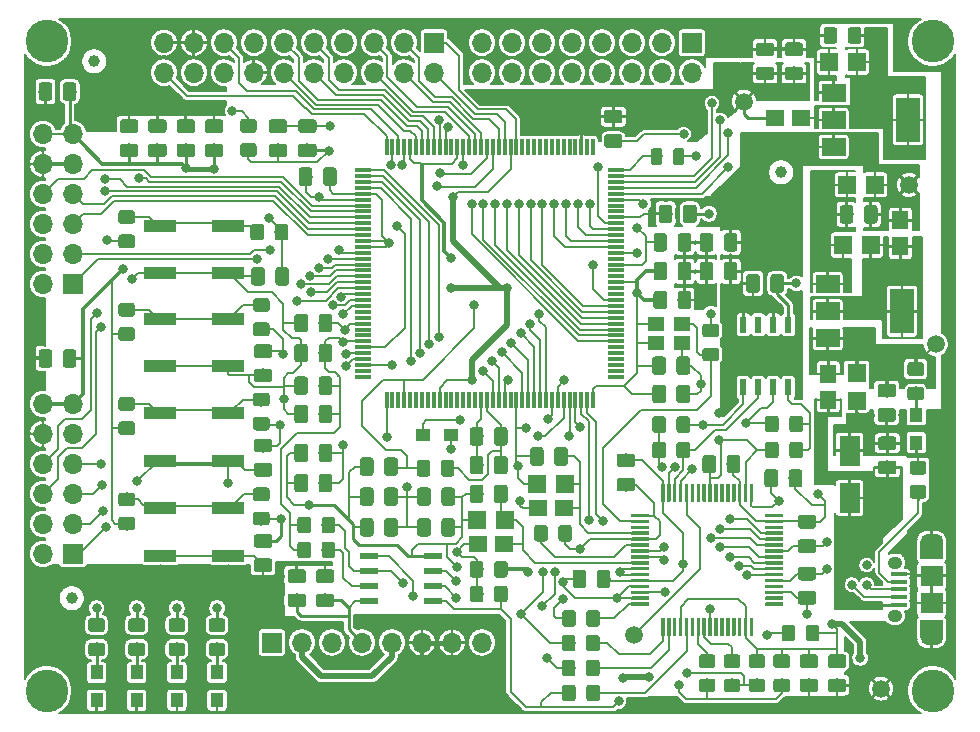
<source format=gtl>
G04 #@! TF.GenerationSoftware,KiCad,Pcbnew,5.0.2-bee76a0~70~ubuntu16.04.1*
G04 #@! TF.CreationDate,2020-05-07T16:47:39-03:00*
G04 #@! TF.ProjectId,FPGA para todos,46504741-2070-4617-9261-20746f646f73,1.2*
G04 #@! TF.SameCoordinates,Original*
G04 #@! TF.FileFunction,Copper,L1,Top*
G04 #@! TF.FilePolarity,Positive*
%FSLAX46Y46*%
G04 Gerber Fmt 4.6, Leading zero omitted, Abs format (unit mm)*
G04 Created by KiCad (PCBNEW 5.0.2-bee76a0~70~ubuntu16.04.1) date jue 07 may 2020 16:47:39 -03*
%MOMM*%
%LPD*%
G01*
G04 APERTURE LIST*
G04 #@! TA.AperFunction,EtchedComponent*
%ADD10C,0.100000*%
G04 #@! TD*
G04 #@! TA.AperFunction,ComponentPad*
%ADD11O,1.250000X1.050000*%
G04 #@! TD*
G04 #@! TA.AperFunction,SMDPad,CuDef*
%ADD12R,1.350000X0.400000*%
G04 #@! TD*
G04 #@! TA.AperFunction,ComponentPad*
%ADD13O,1.900000X1.225000*%
G04 #@! TD*
G04 #@! TA.AperFunction,SMDPad,CuDef*
%ADD14R,1.900000X1.800000*%
G04 #@! TD*
G04 #@! TA.AperFunction,SMDPad,CuDef*
%ADD15R,1.600000X1.500000*%
G04 #@! TD*
G04 #@! TA.AperFunction,SMDPad,CuDef*
%ADD16R,1.500000X1.600000*%
G04 #@! TD*
G04 #@! TA.AperFunction,SMDPad,CuDef*
%ADD17R,1.400000X1.200000*%
G04 #@! TD*
G04 #@! TA.AperFunction,SMDPad,CuDef*
%ADD18R,2.750000X1.000000*%
G04 #@! TD*
G04 #@! TA.AperFunction,ComponentPad*
%ADD19O,1.700000X1.700000*%
G04 #@! TD*
G04 #@! TA.AperFunction,ComponentPad*
%ADD20R,1.700000X1.700000*%
G04 #@! TD*
G04 #@! TA.AperFunction,SMDPad,CuDef*
%ADD21R,0.300000X1.450000*%
G04 #@! TD*
G04 #@! TA.AperFunction,SMDPad,CuDef*
%ADD22R,1.450000X0.300000*%
G04 #@! TD*
G04 #@! TA.AperFunction,SMDPad,CuDef*
%ADD23R,1.100000X1.250000*%
G04 #@! TD*
G04 #@! TA.AperFunction,SMDPad,CuDef*
%ADD24R,1.250000X1.100000*%
G04 #@! TD*
G04 #@! TA.AperFunction,SMDPad,CuDef*
%ADD25R,1.400000X1.600000*%
G04 #@! TD*
G04 #@! TA.AperFunction,SMDPad,CuDef*
%ADD26R,1.600000X1.400000*%
G04 #@! TD*
G04 #@! TA.AperFunction,Conductor*
%ADD27C,0.100000*%
G04 #@! TD*
G04 #@! TA.AperFunction,SMDPad,CuDef*
%ADD28C,1.150000*%
G04 #@! TD*
G04 #@! TA.AperFunction,BGAPad,CuDef*
%ADD29C,1.000000*%
G04 #@! TD*
G04 #@! TA.AperFunction,SMDPad,CuDef*
%ADD30R,1.800000X2.500000*%
G04 #@! TD*
G04 #@! TA.AperFunction,SMDPad,CuDef*
%ADD31C,0.975000*%
G04 #@! TD*
G04 #@! TA.AperFunction,BGAPad,CuDef*
%ADD32C,1.500000*%
G04 #@! TD*
G04 #@! TA.AperFunction,SMDPad,CuDef*
%ADD33R,2.000000X1.500000*%
G04 #@! TD*
G04 #@! TA.AperFunction,SMDPad,CuDef*
%ADD34R,2.000000X3.800000*%
G04 #@! TD*
G04 #@! TA.AperFunction,SMDPad,CuDef*
%ADD35C,0.300000*%
G04 #@! TD*
G04 #@! TA.AperFunction,SMDPad,CuDef*
%ADD36R,0.600000X1.400000*%
G04 #@! TD*
G04 #@! TA.AperFunction,SMDPad,CuDef*
%ADD37R,1.550000X0.600000*%
G04 #@! TD*
G04 #@! TA.AperFunction,ViaPad*
%ADD38C,3.610000*%
G04 #@! TD*
G04 #@! TA.AperFunction,ViaPad*
%ADD39C,0.800000*%
G04 #@! TD*
G04 #@! TA.AperFunction,Conductor*
%ADD40C,0.300000*%
G04 #@! TD*
G04 #@! TA.AperFunction,Conductor*
%ADD41C,0.200000*%
G04 #@! TD*
G04 #@! TA.AperFunction,Conductor*
%ADD42C,0.250000*%
G04 #@! TD*
G04 #@! TA.AperFunction,Conductor*
%ADD43C,0.400000*%
G04 #@! TD*
G04 #@! TA.AperFunction,Conductor*
%ADD44C,0.500000*%
G04 #@! TD*
G04 #@! TA.AperFunction,Conductor*
%ADD45C,0.350000*%
G04 #@! TD*
G04 APERTURE END LIST*
D10*
G04 #@! TO.C,J1*
G36*
X179450000Y-112850938D02*
X177550000Y-112850938D01*
X177550000Y-113900938D01*
X179450000Y-113900938D01*
X179450000Y-112850938D01*
G37*
G36*
X177550000Y-113900938D02*
X177550000Y-114350938D01*
X177650000Y-114350938D01*
X177900000Y-113950938D01*
X178050000Y-113900938D01*
X179000000Y-113900938D01*
X179150000Y-114000938D01*
X179450000Y-114350938D01*
X179450000Y-113900938D01*
X177550000Y-113900938D01*
G37*
G36*
X177550000Y-106600000D02*
X177550000Y-106150000D01*
X177650000Y-106150000D01*
X177900000Y-106550000D01*
X178050000Y-106600000D01*
X179000000Y-106600000D01*
X179150000Y-106500000D01*
X179450000Y-106150000D01*
X179450000Y-106600000D01*
X177550000Y-106600000D01*
G37*
G36*
X179450000Y-107650000D02*
X177550000Y-107650000D01*
X177550000Y-106600000D01*
X179450000Y-106600000D01*
X179450000Y-107650000D01*
G37*
G04 #@! TD*
D11*
G04 #@! TO.P,J1,*
G04 #@! TO.N,*
X175375000Y-112475000D03*
X175375000Y-108025000D03*
D12*
G04 #@! TO.P,J1,1*
G04 #@! TO.N,+5VP*
X175700000Y-111550000D03*
G04 #@! TO.P,J1,5*
G04 #@! TO.N,GND*
X175700000Y-108950000D03*
G04 #@! TO.P,J1,2*
G04 #@! TO.N,/FTDI_config/USB_DM*
X175700000Y-110900000D03*
G04 #@! TO.P,J1,4*
G04 #@! TO.N,Net-(J1-Pad4)*
X175700000Y-109600000D03*
G04 #@! TO.P,J1,3*
G04 #@! TO.N,/FTDI_config/USB_DP*
X175700000Y-110250000D03*
D13*
G04 #@! TO.P,J1,6*
G04 #@! TO.N,GND*
X178500000Y-114350000D03*
G04 #@! TO.P,J1,9*
X178500000Y-106150000D03*
D14*
G04 #@! TO.P,J1,7*
X178500000Y-111400000D03*
G04 #@! TO.P,J1,8*
X178500000Y-109100000D03*
G04 #@! TD*
D15*
G04 #@! TO.P,C3,2*
G04 #@! TO.N,GND*
X172150000Y-94260000D03*
G04 #@! TO.P,C3,1*
G04 #@! TO.N,+5V*
X172150000Y-91900000D03*
G04 #@! TD*
D16*
G04 #@! TO.P,C4,2*
G04 #@! TO.N,GND*
X170990000Y-81100000D03*
G04 #@! TO.P,C4,1*
G04 #@! TO.N,Net-(C4-Pad1)*
X173350000Y-81100000D03*
G04 #@! TD*
G04 #@! TO.P,C6,2*
G04 #@! TO.N,GND*
X171350000Y-76000000D03*
G04 #@! TO.P,C6,1*
G04 #@! TO.N,+3V3*
X173710000Y-76000000D03*
G04 #@! TD*
G04 #@! TO.P,C7,2*
G04 #@! TO.N,GND*
X169820000Y-65600000D03*
G04 #@! TO.P,C7,1*
G04 #@! TO.N,Net-(C7-Pad1)*
X172180000Y-65600000D03*
G04 #@! TD*
G04 #@! TO.P,C12,2*
G04 #@! TO.N,GND*
X145070000Y-101300000D03*
G04 #@! TO.P,C12,1*
G04 #@! TO.N,/FTDI_config/VPHY*
X147430000Y-101300000D03*
G04 #@! TD*
G04 #@! TO.P,C14,2*
G04 #@! TO.N,GND*
X140020000Y-104400000D03*
G04 #@! TO.P,C14,1*
G04 #@! TO.N,/FTDI_config/VPLL*
X142380000Y-104400000D03*
G04 #@! TD*
D17*
G04 #@! TO.P,X1,2*
G04 #@! TO.N,GND*
X157400000Y-89350000D03*
G04 #@! TO.P,X1,1*
G04 #@! TO.N,+3V3*
X155200000Y-89350000D03*
G04 #@! TO.P,X1,3*
G04 #@! TO.N,/FTDI_config/OSCI_ftdi*
X157400000Y-87750000D03*
G04 #@! TO.P,X1,4*
G04 #@! TO.N,+3V3*
X155200000Y-87750000D03*
G04 #@! TD*
D18*
G04 #@! TO.P,S1,2*
G04 #@! TO.N,GND*
X118925000Y-83500000D03*
G04 #@! TO.P,S1,1*
G04 #@! TO.N,Net-(R8-Pad2)*
X118925000Y-79500000D03*
G04 #@! TO.P,S1,2*
G04 #@! TO.N,GND*
X113175000Y-83500000D03*
G04 #@! TO.P,S1,1*
G04 #@! TO.N,Net-(R8-Pad2)*
X113175000Y-79500000D03*
G04 #@! TD*
G04 #@! TO.P,S2,2*
G04 #@! TO.N,GND*
X118925000Y-91350000D03*
G04 #@! TO.P,S2,1*
G04 #@! TO.N,Net-(R10-Pad2)*
X118925000Y-87350000D03*
G04 #@! TO.P,S2,2*
G04 #@! TO.N,GND*
X113175000Y-91350000D03*
G04 #@! TO.P,S2,1*
G04 #@! TO.N,Net-(R10-Pad2)*
X113175000Y-87350000D03*
G04 #@! TD*
G04 #@! TO.P,S3,2*
G04 #@! TO.N,GND*
X118925000Y-99350000D03*
G04 #@! TO.P,S3,1*
G04 #@! TO.N,Net-(R12-Pad2)*
X118925000Y-95350000D03*
G04 #@! TO.P,S3,2*
G04 #@! TO.N,GND*
X113175000Y-99350000D03*
G04 #@! TO.P,S3,1*
G04 #@! TO.N,Net-(R12-Pad2)*
X113175000Y-95350000D03*
G04 #@! TD*
G04 #@! TO.P,S4,2*
G04 #@! TO.N,GND*
X118925000Y-107400000D03*
G04 #@! TO.P,S4,1*
G04 #@! TO.N,Net-(R14-Pad2)*
X118925000Y-103400000D03*
G04 #@! TO.P,S4,2*
G04 #@! TO.N,GND*
X113175000Y-107400000D03*
G04 #@! TO.P,S4,1*
G04 #@! TO.N,Net-(R14-Pad2)*
X113175000Y-103400000D03*
G04 #@! TD*
D19*
G04 #@! TO.P,J5,7*
G04 #@! TO.N,/FPGA_banks/B34*
X103260612Y-84400000D03*
D20*
G04 #@! TO.P,J5,1*
G04 #@! TO.N,/FPGA_banks/B38*
X105800612Y-84400000D03*
D19*
G04 #@! TO.P,J5,2*
G04 #@! TO.N,/FPGA_banks/B37*
X105800612Y-81860000D03*
G04 #@! TO.P,J5,9*
G04 #@! TO.N,/FPGA_banks/B32*
X103260612Y-79320000D03*
G04 #@! TO.P,J5,3*
G04 #@! TO.N,/FPGA_banks/B36*
X105800612Y-79320000D03*
G04 #@! TO.P,J5,8*
G04 #@! TO.N,/FPGA_banks/B33*
X103260612Y-81860000D03*
G04 #@! TO.P,J5,4*
G04 #@! TO.N,/FPGA_banks/B35*
X105800612Y-76780000D03*
G04 #@! TO.P,J5,10*
G04 #@! TO.N,/FPGA_banks/B31*
X103260612Y-76780000D03*
G04 #@! TO.P,J5,5*
G04 #@! TO.N,GND*
X105800612Y-74240000D03*
G04 #@! TO.P,J5,11*
X103260612Y-74240000D03*
G04 #@! TO.P,J5,6*
G04 #@! TO.N,+3V3*
X105800612Y-71700000D03*
G04 #@! TO.P,J5,12*
X103260612Y-71700000D03*
G04 #@! TD*
G04 #@! TO.P,J6,7*
G04 #@! TO.N,/FPGA_banks/B312*
X103260612Y-107250000D03*
D20*
G04 #@! TO.P,J6,1*
G04 #@! TO.N,/FPGA_banks/B316*
X105800612Y-107250000D03*
D19*
G04 #@! TO.P,J6,2*
G04 #@! TO.N,/FPGA_banks/B315*
X105800612Y-104710000D03*
G04 #@! TO.P,J6,9*
G04 #@! TO.N,/FPGA_banks/B310*
X103260612Y-102170000D03*
G04 #@! TO.P,J6,3*
G04 #@! TO.N,/FPGA_banks/B314*
X105800612Y-102170000D03*
G04 #@! TO.P,J6,8*
G04 #@! TO.N,/FPGA_banks/B311*
X103260612Y-104710000D03*
G04 #@! TO.P,J6,4*
G04 #@! TO.N,/FPGA_banks/B313*
X105800612Y-99630000D03*
G04 #@! TO.P,J6,10*
G04 #@! TO.N,/FPGA_banks/B39*
X103260612Y-99630000D03*
G04 #@! TO.P,J6,5*
G04 #@! TO.N,GND*
X105800612Y-97090000D03*
G04 #@! TO.P,J6,11*
X103260612Y-97090000D03*
G04 #@! TO.P,J6,6*
G04 #@! TO.N,+3V3*
X105800612Y-94550000D03*
G04 #@! TO.P,J6,12*
X103260612Y-94550000D03*
G04 #@! TD*
D21*
G04 #@! TO.P,U3,144*
G04 #@! TO.N,/FPGA_banks/B016*
X132350000Y-72800000D03*
G04 #@! TO.P,U3,143*
G04 #@! TO.N,/FPGA_banks/B015*
X132850000Y-72800000D03*
G04 #@! TO.P,U3,142*
G04 #@! TO.N,/FPGA_banks/B014*
X133350000Y-72800000D03*
G04 #@! TO.P,U3,141*
G04 #@! TO.N,/FPGA_banks/B013*
X133850000Y-72800000D03*
G04 #@! TO.P,U3,140*
G04 #@! TO.N,GND*
X134350000Y-72800000D03*
G04 #@! TO.P,U3,139*
G04 #@! TO.N,/FPGA_banks/B012*
X134850000Y-72800000D03*
G04 #@! TO.P,U3,138*
G04 #@! TO.N,/FPGA_banks/B011*
X135350000Y-72800000D03*
G04 #@! TO.P,U3,137*
G04 #@! TO.N,/FPGA_banks/B010*
X135850000Y-72800000D03*
G04 #@! TO.P,U3,136*
G04 #@! TO.N,/FPGA_banks/B09*
X136350000Y-72800000D03*
G04 #@! TO.P,U3,135*
G04 #@! TO.N,/FPGA_banks/B08*
X136850000Y-72800000D03*
G04 #@! TO.P,U3,134*
G04 #@! TO.N,/FPGA_banks/B07*
X137350000Y-72800000D03*
G04 #@! TO.P,U3,133*
G04 #@! TO.N,Net-(U3-Pad133)*
X137850000Y-72800000D03*
G04 #@! TO.P,U3,132*
G04 #@! TO.N,GND*
X138350000Y-72800000D03*
G04 #@! TO.P,U3,131*
G04 #@! TO.N,+3V3*
X138850000Y-72800000D03*
G04 #@! TO.P,U3,130*
G04 #@! TO.N,/FPGA_banks/B06*
X139350000Y-72800000D03*
G04 #@! TO.P,U3,129*
G04 #@! TO.N,/FPGA_banks/B05*
X139850000Y-72800000D03*
G04 #@! TO.P,U3,128*
G04 #@! TO.N,/FPGA_banks/B04*
X140350000Y-72800000D03*
G04 #@! TO.P,U3,127*
G04 #@! TO.N,Net-(C34-Pad2)*
X140850000Y-72800000D03*
G04 #@! TO.P,U3,126*
G04 #@! TO.N,Net-(C34-Pad1)*
X141350000Y-72800000D03*
G04 #@! TO.P,U3,125*
G04 #@! TO.N,/FPGA_banks/B03*
X141850000Y-72800000D03*
G04 #@! TO.P,U3,124*
G04 #@! TO.N,/FPGA_banks/B02*
X142350000Y-72800000D03*
G04 #@! TO.P,U3,123*
G04 #@! TO.N,+3V3*
X142850000Y-72800000D03*
G04 #@! TO.P,U3,122*
G04 #@! TO.N,/FPGA_banks/B01*
X143350000Y-72800000D03*
G04 #@! TO.P,U3,121*
G04 #@! TO.N,Net-(U3-Pad121)*
X143850000Y-72800000D03*
G04 #@! TO.P,U3,120*
G04 #@! TO.N,Net-(U3-Pad120)*
X144350000Y-72800000D03*
G04 #@! TO.P,U3,119*
G04 #@! TO.N,Net-(U3-Pad119)*
X144850000Y-72800000D03*
G04 #@! TO.P,U3,118*
G04 #@! TO.N,Net-(U3-Pad118)*
X145350000Y-72800000D03*
G04 #@! TO.P,U3,117*
G04 #@! TO.N,Net-(U3-Pad117)*
X145850000Y-72800000D03*
G04 #@! TO.P,U3,116*
G04 #@! TO.N,Net-(U3-Pad116)*
X146350000Y-72800000D03*
G04 #@! TO.P,U3,115*
G04 #@! TO.N,Net-(U3-Pad115)*
X146850000Y-72800000D03*
G04 #@! TO.P,U3,114*
G04 #@! TO.N,Net-(U3-Pad114)*
X147350000Y-72800000D03*
G04 #@! TO.P,U3,113*
G04 #@! TO.N,Net-(U3-Pad113)*
X147850000Y-72800000D03*
G04 #@! TO.P,U3,112*
G04 #@! TO.N,Net-(U3-Pad112)*
X148350000Y-72800000D03*
G04 #@! TO.P,U3,111*
G04 #@! TO.N,+1V2*
X148850000Y-72800000D03*
G04 #@! TO.P,U3,110*
G04 #@! TO.N,Net-(U3-Pad110)*
X149350000Y-72800000D03*
G04 #@! TO.P,U3,109*
G04 #@! TO.N,Net-(U3-Pad109)*
X149850000Y-72800000D03*
D22*
G04 #@! TO.P,U3,108*
G04 #@! TO.N,Net-(D7-Pad2)*
X151800000Y-74750000D03*
G04 #@! TO.P,U3,107*
G04 #@! TO.N,/FPGA_banks/B121*
X151800000Y-75250000D03*
G04 #@! TO.P,U3,106*
G04 #@! TO.N,/FPGA_banks/B120*
X151800000Y-75750000D03*
G04 #@! TO.P,U3,105*
G04 #@! TO.N,/FPGA_banks/B119*
X151800000Y-76250000D03*
G04 #@! TO.P,U3,104*
G04 #@! TO.N,/FPGA_banks/B118*
X151800000Y-76750000D03*
G04 #@! TO.P,U3,103*
G04 #@! TO.N,GND*
X151800000Y-77250000D03*
G04 #@! TO.P,U3,102*
G04 #@! TO.N,Net-(U3-Pad102)*
X151800000Y-77750000D03*
G04 #@! TO.P,U3,101*
G04 #@! TO.N,Net-(U3-Pad101)*
X151800000Y-78250000D03*
G04 #@! TO.P,U3,100*
G04 #@! TO.N,+3V3*
X151800000Y-78750000D03*
G04 #@! TO.P,U3,99*
G04 #@! TO.N,/FPGA_banks/B117*
X151800000Y-79250000D03*
G04 #@! TO.P,U3,98*
G04 #@! TO.N,/FPGA_banks/B116*
X151800000Y-79750000D03*
G04 #@! TO.P,U3,97*
G04 #@! TO.N,/FPGA_banks/B115*
X151800000Y-80250000D03*
G04 #@! TO.P,U3,96*
G04 #@! TO.N,/FPGA_banks/B114*
X151800000Y-80750000D03*
G04 #@! TO.P,U3,95*
G04 #@! TO.N,/FPGA_banks/B113*
X151800000Y-81250000D03*
G04 #@! TO.P,U3,94*
G04 #@! TO.N,/FPGA_banks/FPGA_CLOCK*
X151800000Y-81750000D03*
G04 #@! TO.P,U3,93*
G04 #@! TO.N,Net-(U3-Pad93)*
X151800000Y-82250000D03*
G04 #@! TO.P,U3,92*
G04 #@! TO.N,+1V2*
X151800000Y-82750000D03*
G04 #@! TO.P,U3,91*
G04 #@! TO.N,Net-(U3-Pad91)*
X151800000Y-83250000D03*
G04 #@! TO.P,U3,90*
G04 #@! TO.N,Net-(U3-Pad90)*
X151800000Y-83750000D03*
G04 #@! TO.P,U3,89*
G04 #@! TO.N,+3V3*
X151800000Y-84250000D03*
G04 #@! TO.P,U3,88*
G04 #@! TO.N,Net-(U3-Pad88)*
X151800000Y-84750000D03*
G04 #@! TO.P,U3,87*
G04 #@! TO.N,Net-(U3-Pad87)*
X151800000Y-85250000D03*
G04 #@! TO.P,U3,86*
G04 #@! TO.N,GND*
X151800000Y-85750000D03*
G04 #@! TO.P,U3,85*
G04 #@! TO.N,/FPGA_banks/B112*
X151800000Y-86250000D03*
G04 #@! TO.P,U3,84*
G04 #@! TO.N,/FPGA_banks/B111*
X151800000Y-86750000D03*
G04 #@! TO.P,U3,83*
G04 #@! TO.N,/FPGA_banks/B110*
X151800000Y-87250000D03*
G04 #@! TO.P,U3,82*
G04 #@! TO.N,/FPGA_banks/B19*
X151800000Y-87750000D03*
G04 #@! TO.P,U3,81*
G04 #@! TO.N,/FPGA_banks/B18*
X151800000Y-88250000D03*
G04 #@! TO.P,U3,80*
G04 #@! TO.N,/FPGA_banks/B17*
X151800000Y-88750000D03*
G04 #@! TO.P,U3,79*
G04 #@! TO.N,/FPGA_banks/B16*
X151800000Y-89250000D03*
G04 #@! TO.P,U3,78*
G04 #@! TO.N,Net-(U3-Pad78)*
X151800000Y-89750000D03*
G04 #@! TO.P,U3,77*
G04 #@! TO.N,Net-(U3-Pad77)*
X151800000Y-90250000D03*
G04 #@! TO.P,U3,76*
G04 #@! TO.N,Net-(U3-Pad76)*
X151800000Y-90750000D03*
G04 #@! TO.P,U3,75*
G04 #@! TO.N,Net-(U3-Pad75)*
X151800000Y-91250000D03*
G04 #@! TO.P,U3,74*
G04 #@! TO.N,Net-(U3-Pad74)*
X151800000Y-91750000D03*
G04 #@! TO.P,U3,73*
G04 #@! TO.N,Net-(U3-Pad73)*
X151800000Y-92250000D03*
D21*
G04 #@! TO.P,U3,72*
G04 #@! TO.N,+3V3*
X149850000Y-94200000D03*
G04 #@! TO.P,U3,71*
G04 #@! TO.N,Net-(R22-Pad2)*
X149350000Y-94200000D03*
G04 #@! TO.P,U3,70*
G04 #@! TO.N,Net-(R27-Pad2)*
X148850000Y-94200000D03*
G04 #@! TO.P,U3,69*
G04 #@! TO.N,GND*
X148350000Y-94200000D03*
G04 #@! TO.P,U3,68*
G04 #@! TO.N,Net-(R26-Pad2)*
X147850000Y-94200000D03*
G04 #@! TO.P,U3,67*
G04 #@! TO.N,Net-(R25-Pad2)*
X147350000Y-94200000D03*
G04 #@! TO.P,U3,66*
G04 #@! TO.N,Net-(R23-Pad2)*
X146850000Y-94200000D03*
G04 #@! TO.P,U3,65*
G04 #@! TO.N,Net-(D8-Pad1)*
X146350000Y-94200000D03*
G04 #@! TO.P,U3,64*
G04 #@! TO.N,/FPGA_banks/DCD*
X145850000Y-94200000D03*
G04 #@! TO.P,U3,63*
G04 #@! TO.N,/FPGA_banks/DSR*
X145350000Y-94200000D03*
G04 #@! TO.P,U3,62*
G04 #@! TO.N,/FPGA_banks/DTR*
X144850000Y-94200000D03*
G04 #@! TO.P,U3,61*
G04 #@! TO.N,/FPGA_banks/CTS*
X144350000Y-94200000D03*
G04 #@! TO.P,U3,60*
G04 #@! TO.N,/FPGA_banks/RTS*
X143850000Y-94200000D03*
G04 #@! TO.P,U3,59*
G04 #@! TO.N,GND*
X143350000Y-94200000D03*
G04 #@! TO.P,U3,58*
G04 #@! TO.N,Net-(U3-Pad58)*
X142850000Y-94200000D03*
G04 #@! TO.P,U3,57*
G04 #@! TO.N,+3V3*
X142350000Y-94200000D03*
G04 #@! TO.P,U3,56*
G04 #@! TO.N,/FPGA_banks/Tx*
X141850000Y-94200000D03*
G04 #@! TO.P,U3,55*
G04 #@! TO.N,/FPGA_banks/Rx*
X141350000Y-94200000D03*
G04 #@! TO.P,U3,54*
G04 #@! TO.N,Net-(C46-Pad2)*
X140850000Y-94200000D03*
G04 #@! TO.P,U3,53*
G04 #@! TO.N,Net-(C46-Pad1)*
X140350000Y-94200000D03*
G04 #@! TO.P,U3,52*
G04 #@! TO.N,Net-(U3-Pad52)*
X139850000Y-94200000D03*
G04 #@! TO.P,U3,51*
G04 #@! TO.N,Net-(U3-Pad51)*
X139350000Y-94200000D03*
G04 #@! TO.P,U3,50*
G04 #@! TO.N,Net-(U3-Pad50)*
X138850000Y-94200000D03*
G04 #@! TO.P,U3,49*
G04 #@! TO.N,Net-(U3-Pad49)*
X138350000Y-94200000D03*
G04 #@! TO.P,U3,48*
G04 #@! TO.N,Net-(U3-Pad48)*
X137850000Y-94200000D03*
G04 #@! TO.P,U3,47*
G04 #@! TO.N,Net-(U3-Pad47)*
X137350000Y-94200000D03*
G04 #@! TO.P,U3,46*
G04 #@! TO.N,+3V3*
X136850000Y-94200000D03*
G04 #@! TO.P,U3,45*
G04 #@! TO.N,Net-(U3-Pad45)*
X136350000Y-94200000D03*
G04 #@! TO.P,U3,44*
G04 #@! TO.N,Net-(U3-Pad44)*
X135850000Y-94200000D03*
G04 #@! TO.P,U3,43*
G04 #@! TO.N,Net-(U3-Pad43)*
X135350000Y-94200000D03*
G04 #@! TO.P,U3,42*
G04 #@! TO.N,Net-(U3-Pad42)*
X134850000Y-94200000D03*
G04 #@! TO.P,U3,41*
G04 #@! TO.N,Net-(U3-Pad41)*
X134350000Y-94200000D03*
G04 #@! TO.P,U3,40*
G04 #@! TO.N,+1V2*
X133850000Y-94200000D03*
G04 #@! TO.P,U3,39*
G04 #@! TO.N,Net-(U3-Pad39)*
X133350000Y-94200000D03*
G04 #@! TO.P,U3,38*
G04 #@! TO.N,Net-(U3-Pad38)*
X132850000Y-94200000D03*
G04 #@! TO.P,U3,37*
G04 #@! TO.N,/FPGA_banks/B21*
X132350000Y-94200000D03*
D22*
G04 #@! TO.P,U3,36*
G04 #@! TO.N,Net-(U3-Pad36)*
X130400000Y-92250000D03*
G04 #@! TO.P,U3,35*
G04 #@! TO.N,Net-(U3-Pad35)*
X130400000Y-91750000D03*
G04 #@! TO.P,U3,34*
G04 #@! TO.N,/FPGA_banks/btn_4*
X130400000Y-91250000D03*
G04 #@! TO.P,U3,33*
G04 #@! TO.N,/FPGA_banks/btn_3*
X130400000Y-90750000D03*
G04 #@! TO.P,U3,32*
G04 #@! TO.N,/FPGA_banks/btn_2*
X130400000Y-90250000D03*
G04 #@! TO.P,U3,31*
G04 #@! TO.N,/FPGA_banks/btn_1*
X130400000Y-89750000D03*
G04 #@! TO.P,U3,30*
G04 #@! TO.N,+3V3*
X130400000Y-89250000D03*
G04 #@! TO.P,U3,29*
G04 #@! TO.N,Net-(U3-Pad29)*
X130400000Y-88750000D03*
G04 #@! TO.P,U3,28*
G04 #@! TO.N,Net-(U3-Pad28)*
X130400000Y-88250000D03*
G04 #@! TO.P,U3,27*
G04 #@! TO.N,+1V2*
X130400000Y-87750000D03*
G04 #@! TO.P,U3,26*
G04 #@! TO.N,Net-(U3-Pad26)*
X130400000Y-87250000D03*
G04 #@! TO.P,U3,25*
G04 #@! TO.N,Net-(U3-Pad25)*
X130400000Y-86750000D03*
G04 #@! TO.P,U3,24*
G04 #@! TO.N,/FPGA_banks/B316*
X130400000Y-86250000D03*
G04 #@! TO.P,U3,23*
G04 #@! TO.N,/FPGA_banks/B315*
X130400000Y-85750000D03*
G04 #@! TO.P,U3,22*
G04 #@! TO.N,/FPGA_banks/B314*
X130400000Y-85250000D03*
G04 #@! TO.P,U3,21*
G04 #@! TO.N,/FPGA_banks/B313*
X130400000Y-84750000D03*
G04 #@! TO.P,U3,20*
G04 #@! TO.N,/FPGA_banks/B312*
X130400000Y-84250000D03*
G04 #@! TO.P,U3,19*
G04 #@! TO.N,/FPGA_banks/B311*
X130400000Y-83750000D03*
G04 #@! TO.P,U3,18*
G04 #@! TO.N,/FPGA_banks/B310*
X130400000Y-83250000D03*
G04 #@! TO.P,U3,17*
G04 #@! TO.N,/FPGA_banks/B39*
X130400000Y-82750000D03*
G04 #@! TO.P,U3,16*
G04 #@! TO.N,/FPGA_banks/B38*
X130400000Y-82250000D03*
G04 #@! TO.P,U3,15*
G04 #@! TO.N,/FPGA_banks/B37*
X130400000Y-81750000D03*
G04 #@! TO.P,U3,14*
G04 #@! TO.N,GND*
X130400000Y-81250000D03*
G04 #@! TO.P,U3,13*
X130400000Y-80750000D03*
G04 #@! TO.P,U3,12*
G04 #@! TO.N,/FPGA_banks/B36*
X130400000Y-80250000D03*
G04 #@! TO.P,U3,11*
G04 #@! TO.N,/FPGA_banks/B35*
X130400000Y-79750000D03*
G04 #@! TO.P,U3,10*
G04 #@! TO.N,/FPGA_banks/B34*
X130400000Y-79250000D03*
G04 #@! TO.P,U3,9*
G04 #@! TO.N,/FPGA_banks/B33*
X130400000Y-78750000D03*
G04 #@! TO.P,U3,8*
G04 #@! TO.N,/FPGA_banks/B32*
X130400000Y-78250000D03*
G04 #@! TO.P,U3,7*
G04 #@! TO.N,/FPGA_banks/B31*
X130400000Y-77750000D03*
G04 #@! TO.P,U3,6*
G04 #@! TO.N,+3V3*
X130400000Y-77250000D03*
G04 #@! TO.P,U3,5*
G04 #@! TO.N,GND*
X130400000Y-76750000D03*
G04 #@! TO.P,U3,4*
G04 #@! TO.N,/FPGA_banks/blue_led*
X130400000Y-76250000D03*
G04 #@! TO.P,U3,3*
G04 #@! TO.N,/FPGA_banks/yellow_led*
X130400000Y-75750000D03*
G04 #@! TO.P,U3,2*
G04 #@! TO.N,/FPGA_banks/red_led*
X130400000Y-75250000D03*
G04 #@! TO.P,U3,1*
G04 #@! TO.N,/FPGA_banks/green_led*
X130400000Y-74750000D03*
G04 #@! TD*
D23*
G04 #@! TO.P,D2,2*
G04 #@! TO.N,GND*
X177200000Y-97825000D03*
G04 #@! TO.P,D2,1*
G04 #@! TO.N,Net-(D2-Pad1)*
X177200000Y-95475000D03*
G04 #@! TD*
G04 #@! TO.P,D3,2*
G04 #@! TO.N,GND*
X107800000Y-119625000D03*
G04 #@! TO.P,D3,1*
G04 #@! TO.N,Net-(D3-Pad1)*
X107800000Y-117275000D03*
G04 #@! TD*
G04 #@! TO.P,D4,2*
G04 #@! TO.N,GND*
X111200000Y-119625000D03*
G04 #@! TO.P,D4,1*
G04 #@! TO.N,Net-(D4-Pad1)*
X111200000Y-117275000D03*
G04 #@! TD*
G04 #@! TO.P,D5,2*
G04 #@! TO.N,GND*
X114600000Y-119625000D03*
G04 #@! TO.P,D5,1*
G04 #@! TO.N,Net-(D5-Pad1)*
X114600000Y-117275000D03*
G04 #@! TD*
G04 #@! TO.P,D6,2*
G04 #@! TO.N,GND*
X118000000Y-119625000D03*
G04 #@! TO.P,D6,1*
G04 #@! TO.N,Net-(D6-Pad1)*
X118000000Y-117275000D03*
G04 #@! TD*
D24*
G04 #@! TO.P,D8,2*
G04 #@! TO.N,GND*
X137775000Y-97150000D03*
G04 #@! TO.P,D8,1*
G04 #@! TO.N,Net-(D8-Pad1)*
X135425000Y-97150000D03*
G04 #@! TD*
D25*
G04 #@! TO.P,FB1,2*
G04 #@! TO.N,+5VP*
X169750000Y-94200000D03*
G04 #@! TO.P,FB1,1*
G04 #@! TO.N,+5V*
X169750000Y-92000000D03*
G04 #@! TD*
G04 #@! TO.P,FB2,2*
G04 #@! TO.N,Net-(C4-Pad1)*
X175850000Y-81200000D03*
G04 #@! TO.P,FB2,1*
G04 #@! TO.N,+3V3*
X175850000Y-79000000D03*
G04 #@! TD*
D26*
G04 #@! TO.P,FB3,2*
G04 #@! TO.N,Net-(C7-Pad1)*
X167450000Y-70350000D03*
G04 #@! TO.P,FB3,1*
G04 #@! TO.N,+1V2*
X165250000Y-70350000D03*
G04 #@! TD*
G04 #@! TO.P,FB4,2*
G04 #@! TO.N,+3V3*
X145150000Y-103400000D03*
G04 #@! TO.P,FB4,1*
G04 #@! TO.N,/FTDI_config/VPHY*
X147350000Y-103400000D03*
G04 #@! TD*
G04 #@! TO.P,FB5,2*
G04 #@! TO.N,+3V3*
X140100000Y-106450000D03*
G04 #@! TO.P,FB5,1*
G04 #@! TO.N,/FTDI_config/VPLL*
X142300000Y-106450000D03*
G04 #@! TD*
D27*
G04 #@! TO.N,/FPGA_banks/FPGA_CLOCK*
G04 #@! TO.C,R36*
G36*
X160274505Y-87751204D02*
X160298773Y-87754804D01*
X160322572Y-87760765D01*
X160345671Y-87769030D01*
X160367850Y-87779520D01*
X160388893Y-87792132D01*
X160408599Y-87806747D01*
X160426777Y-87823223D01*
X160443253Y-87841401D01*
X160457868Y-87861107D01*
X160470480Y-87882150D01*
X160480970Y-87904329D01*
X160489235Y-87927428D01*
X160495196Y-87951227D01*
X160498796Y-87975495D01*
X160500000Y-87999999D01*
X160500000Y-88650001D01*
X160498796Y-88674505D01*
X160495196Y-88698773D01*
X160489235Y-88722572D01*
X160480970Y-88745671D01*
X160470480Y-88767850D01*
X160457868Y-88788893D01*
X160443253Y-88808599D01*
X160426777Y-88826777D01*
X160408599Y-88843253D01*
X160388893Y-88857868D01*
X160367850Y-88870480D01*
X160345671Y-88880970D01*
X160322572Y-88889235D01*
X160298773Y-88895196D01*
X160274505Y-88898796D01*
X160250001Y-88900000D01*
X159349999Y-88900000D01*
X159325495Y-88898796D01*
X159301227Y-88895196D01*
X159277428Y-88889235D01*
X159254329Y-88880970D01*
X159232150Y-88870480D01*
X159211107Y-88857868D01*
X159191401Y-88843253D01*
X159173223Y-88826777D01*
X159156747Y-88808599D01*
X159142132Y-88788893D01*
X159129520Y-88767850D01*
X159119030Y-88745671D01*
X159110765Y-88722572D01*
X159104804Y-88698773D01*
X159101204Y-88674505D01*
X159100000Y-88650001D01*
X159100000Y-87999999D01*
X159101204Y-87975495D01*
X159104804Y-87951227D01*
X159110765Y-87927428D01*
X159119030Y-87904329D01*
X159129520Y-87882150D01*
X159142132Y-87861107D01*
X159156747Y-87841401D01*
X159173223Y-87823223D01*
X159191401Y-87806747D01*
X159211107Y-87792132D01*
X159232150Y-87779520D01*
X159254329Y-87769030D01*
X159277428Y-87760765D01*
X159301227Y-87754804D01*
X159325495Y-87751204D01*
X159349999Y-87750000D01*
X160250001Y-87750000D01*
X160274505Y-87751204D01*
X160274505Y-87751204D01*
G37*
D28*
G04 #@! TD*
G04 #@! TO.P,R36,2*
G04 #@! TO.N,/FPGA_banks/FPGA_CLOCK*
X159800000Y-88325000D03*
D27*
G04 #@! TO.N,/FTDI_config/OSCI_ftdi*
G04 #@! TO.C,R36*
G36*
X160274505Y-89801204D02*
X160298773Y-89804804D01*
X160322572Y-89810765D01*
X160345671Y-89819030D01*
X160367850Y-89829520D01*
X160388893Y-89842132D01*
X160408599Y-89856747D01*
X160426777Y-89873223D01*
X160443253Y-89891401D01*
X160457868Y-89911107D01*
X160470480Y-89932150D01*
X160480970Y-89954329D01*
X160489235Y-89977428D01*
X160495196Y-90001227D01*
X160498796Y-90025495D01*
X160500000Y-90049999D01*
X160500000Y-90700001D01*
X160498796Y-90724505D01*
X160495196Y-90748773D01*
X160489235Y-90772572D01*
X160480970Y-90795671D01*
X160470480Y-90817850D01*
X160457868Y-90838893D01*
X160443253Y-90858599D01*
X160426777Y-90876777D01*
X160408599Y-90893253D01*
X160388893Y-90907868D01*
X160367850Y-90920480D01*
X160345671Y-90930970D01*
X160322572Y-90939235D01*
X160298773Y-90945196D01*
X160274505Y-90948796D01*
X160250001Y-90950000D01*
X159349999Y-90950000D01*
X159325495Y-90948796D01*
X159301227Y-90945196D01*
X159277428Y-90939235D01*
X159254329Y-90930970D01*
X159232150Y-90920480D01*
X159211107Y-90907868D01*
X159191401Y-90893253D01*
X159173223Y-90876777D01*
X159156747Y-90858599D01*
X159142132Y-90838893D01*
X159129520Y-90817850D01*
X159119030Y-90795671D01*
X159110765Y-90772572D01*
X159104804Y-90748773D01*
X159101204Y-90724505D01*
X159100000Y-90700001D01*
X159100000Y-90049999D01*
X159101204Y-90025495D01*
X159104804Y-90001227D01*
X159110765Y-89977428D01*
X159119030Y-89954329D01*
X159129520Y-89932150D01*
X159142132Y-89911107D01*
X159156747Y-89891401D01*
X159173223Y-89873223D01*
X159191401Y-89856747D01*
X159211107Y-89842132D01*
X159232150Y-89829520D01*
X159254329Y-89819030D01*
X159277428Y-89810765D01*
X159301227Y-89804804D01*
X159325495Y-89801204D01*
X159349999Y-89800000D01*
X160250001Y-89800000D01*
X160274505Y-89801204D01*
X160274505Y-89801204D01*
G37*
D28*
G04 #@! TD*
G04 #@! TO.P,R36,1*
G04 #@! TO.N,/FTDI_config/OSCI_ftdi*
X159800000Y-90375000D03*
D27*
G04 #@! TO.N,+3V3*
G04 #@! TO.C,C57*
G36*
X163724910Y-83576202D02*
X163749135Y-83579795D01*
X163772891Y-83585746D01*
X163795949Y-83593996D01*
X163818087Y-83604467D01*
X163839093Y-83617057D01*
X163858763Y-83631645D01*
X163876908Y-83648092D01*
X163893355Y-83666237D01*
X163907943Y-83685907D01*
X163920533Y-83706913D01*
X163931004Y-83729051D01*
X163939254Y-83752109D01*
X163945205Y-83775865D01*
X163948798Y-83800090D01*
X163950000Y-83824550D01*
X163950000Y-84875450D01*
X163948798Y-84899910D01*
X163945205Y-84924135D01*
X163939254Y-84947891D01*
X163931004Y-84970949D01*
X163920533Y-84993087D01*
X163907943Y-85014093D01*
X163893355Y-85033763D01*
X163876908Y-85051908D01*
X163858763Y-85068355D01*
X163839093Y-85082943D01*
X163818087Y-85095533D01*
X163795949Y-85106004D01*
X163772891Y-85114254D01*
X163749135Y-85120205D01*
X163724910Y-85123798D01*
X163700450Y-85125000D01*
X163049550Y-85125000D01*
X163025090Y-85123798D01*
X163000865Y-85120205D01*
X162977109Y-85114254D01*
X162954051Y-85106004D01*
X162931913Y-85095533D01*
X162910907Y-85082943D01*
X162891237Y-85068355D01*
X162873092Y-85051908D01*
X162856645Y-85033763D01*
X162842057Y-85014093D01*
X162829467Y-84993087D01*
X162818996Y-84970949D01*
X162810746Y-84947891D01*
X162804795Y-84924135D01*
X162801202Y-84899910D01*
X162800000Y-84875450D01*
X162800000Y-83824550D01*
X162801202Y-83800090D01*
X162804795Y-83775865D01*
X162810746Y-83752109D01*
X162818996Y-83729051D01*
X162829467Y-83706913D01*
X162842057Y-83685907D01*
X162856645Y-83666237D01*
X162873092Y-83648092D01*
X162891237Y-83631645D01*
X162910907Y-83617057D01*
X162931913Y-83604467D01*
X162954051Y-83593996D01*
X162977109Y-83585746D01*
X163000865Y-83579795D01*
X163025090Y-83576202D01*
X163049550Y-83575000D01*
X163700450Y-83575000D01*
X163724910Y-83576202D01*
X163724910Y-83576202D01*
G37*
D28*
G04 #@! TD*
G04 #@! TO.P,C57,1*
G04 #@! TO.N,+3V3*
X163375000Y-84350000D03*
D27*
G04 #@! TO.N,GND*
G04 #@! TO.C,C57*
G36*
X165774910Y-83576202D02*
X165799135Y-83579795D01*
X165822891Y-83585746D01*
X165845949Y-83593996D01*
X165868087Y-83604467D01*
X165889093Y-83617057D01*
X165908763Y-83631645D01*
X165926908Y-83648092D01*
X165943355Y-83666237D01*
X165957943Y-83685907D01*
X165970533Y-83706913D01*
X165981004Y-83729051D01*
X165989254Y-83752109D01*
X165995205Y-83775865D01*
X165998798Y-83800090D01*
X166000000Y-83824550D01*
X166000000Y-84875450D01*
X165998798Y-84899910D01*
X165995205Y-84924135D01*
X165989254Y-84947891D01*
X165981004Y-84970949D01*
X165970533Y-84993087D01*
X165957943Y-85014093D01*
X165943355Y-85033763D01*
X165926908Y-85051908D01*
X165908763Y-85068355D01*
X165889093Y-85082943D01*
X165868087Y-85095533D01*
X165845949Y-85106004D01*
X165822891Y-85114254D01*
X165799135Y-85120205D01*
X165774910Y-85123798D01*
X165750450Y-85125000D01*
X165099550Y-85125000D01*
X165075090Y-85123798D01*
X165050865Y-85120205D01*
X165027109Y-85114254D01*
X165004051Y-85106004D01*
X164981913Y-85095533D01*
X164960907Y-85082943D01*
X164941237Y-85068355D01*
X164923092Y-85051908D01*
X164906645Y-85033763D01*
X164892057Y-85014093D01*
X164879467Y-84993087D01*
X164868996Y-84970949D01*
X164860746Y-84947891D01*
X164854795Y-84924135D01*
X164851202Y-84899910D01*
X164850000Y-84875450D01*
X164850000Y-83824550D01*
X164851202Y-83800090D01*
X164854795Y-83775865D01*
X164860746Y-83752109D01*
X164868996Y-83729051D01*
X164879467Y-83706913D01*
X164892057Y-83685907D01*
X164906645Y-83666237D01*
X164923092Y-83648092D01*
X164941237Y-83631645D01*
X164960907Y-83617057D01*
X164981913Y-83604467D01*
X165004051Y-83593996D01*
X165027109Y-83585746D01*
X165050865Y-83579795D01*
X165075090Y-83576202D01*
X165099550Y-83575000D01*
X165750450Y-83575000D01*
X165774910Y-83576202D01*
X165774910Y-83576202D01*
G37*
D28*
G04 #@! TD*
G04 #@! TO.P,C57,2*
G04 #@! TO.N,GND*
X165425000Y-84350000D03*
D29*
G04 #@! TO.P,FID1,*
G04 #@! TO.N,*
X105700000Y-111000000D03*
G04 #@! TD*
G04 #@! TO.P,FID2,*
G04 #@! TO.N,*
X107600000Y-65550000D03*
G04 #@! TD*
G04 #@! TO.P,FID3,*
G04 #@! TO.N,*
X165750000Y-74950000D03*
G04 #@! TD*
D27*
G04 #@! TO.N,+1V2*
G04 #@! TO.C,C33*
G36*
X152099910Y-69651202D02*
X152124135Y-69654795D01*
X152147891Y-69660746D01*
X152170949Y-69668996D01*
X152193087Y-69679467D01*
X152214093Y-69692057D01*
X152233763Y-69706645D01*
X152251908Y-69723092D01*
X152268355Y-69741237D01*
X152282943Y-69760907D01*
X152295533Y-69781913D01*
X152306004Y-69804051D01*
X152314254Y-69827109D01*
X152320205Y-69850865D01*
X152323798Y-69875090D01*
X152325000Y-69899550D01*
X152325000Y-70550450D01*
X152323798Y-70574910D01*
X152320205Y-70599135D01*
X152314254Y-70622891D01*
X152306004Y-70645949D01*
X152295533Y-70668087D01*
X152282943Y-70689093D01*
X152268355Y-70708763D01*
X152251908Y-70726908D01*
X152233763Y-70743355D01*
X152214093Y-70757943D01*
X152193087Y-70770533D01*
X152170949Y-70781004D01*
X152147891Y-70789254D01*
X152124135Y-70795205D01*
X152099910Y-70798798D01*
X152075450Y-70800000D01*
X151024550Y-70800000D01*
X151000090Y-70798798D01*
X150975865Y-70795205D01*
X150952109Y-70789254D01*
X150929051Y-70781004D01*
X150906913Y-70770533D01*
X150885907Y-70757943D01*
X150866237Y-70743355D01*
X150848092Y-70726908D01*
X150831645Y-70708763D01*
X150817057Y-70689093D01*
X150804467Y-70668087D01*
X150793996Y-70645949D01*
X150785746Y-70622891D01*
X150779795Y-70599135D01*
X150776202Y-70574910D01*
X150775000Y-70550450D01*
X150775000Y-69899550D01*
X150776202Y-69875090D01*
X150779795Y-69850865D01*
X150785746Y-69827109D01*
X150793996Y-69804051D01*
X150804467Y-69781913D01*
X150817057Y-69760907D01*
X150831645Y-69741237D01*
X150848092Y-69723092D01*
X150866237Y-69706645D01*
X150885907Y-69692057D01*
X150906913Y-69679467D01*
X150929051Y-69668996D01*
X150952109Y-69660746D01*
X150975865Y-69654795D01*
X151000090Y-69651202D01*
X151024550Y-69650000D01*
X152075450Y-69650000D01*
X152099910Y-69651202D01*
X152099910Y-69651202D01*
G37*
D28*
G04 #@! TD*
G04 #@! TO.P,C33,1*
G04 #@! TO.N,+1V2*
X151550000Y-70225000D03*
D27*
G04 #@! TO.N,GND*
G04 #@! TO.C,C33*
G36*
X152099910Y-71701202D02*
X152124135Y-71704795D01*
X152147891Y-71710746D01*
X152170949Y-71718996D01*
X152193087Y-71729467D01*
X152214093Y-71742057D01*
X152233763Y-71756645D01*
X152251908Y-71773092D01*
X152268355Y-71791237D01*
X152282943Y-71810907D01*
X152295533Y-71831913D01*
X152306004Y-71854051D01*
X152314254Y-71877109D01*
X152320205Y-71900865D01*
X152323798Y-71925090D01*
X152325000Y-71949550D01*
X152325000Y-72600450D01*
X152323798Y-72624910D01*
X152320205Y-72649135D01*
X152314254Y-72672891D01*
X152306004Y-72695949D01*
X152295533Y-72718087D01*
X152282943Y-72739093D01*
X152268355Y-72758763D01*
X152251908Y-72776908D01*
X152233763Y-72793355D01*
X152214093Y-72807943D01*
X152193087Y-72820533D01*
X152170949Y-72831004D01*
X152147891Y-72839254D01*
X152124135Y-72845205D01*
X152099910Y-72848798D01*
X152075450Y-72850000D01*
X151024550Y-72850000D01*
X151000090Y-72848798D01*
X150975865Y-72845205D01*
X150952109Y-72839254D01*
X150929051Y-72831004D01*
X150906913Y-72820533D01*
X150885907Y-72807943D01*
X150866237Y-72793355D01*
X150848092Y-72776908D01*
X150831645Y-72758763D01*
X150817057Y-72739093D01*
X150804467Y-72718087D01*
X150793996Y-72695949D01*
X150785746Y-72672891D01*
X150779795Y-72649135D01*
X150776202Y-72624910D01*
X150775000Y-72600450D01*
X150775000Y-71949550D01*
X150776202Y-71925090D01*
X150779795Y-71900865D01*
X150785746Y-71877109D01*
X150793996Y-71854051D01*
X150804467Y-71831913D01*
X150817057Y-71810907D01*
X150831645Y-71791237D01*
X150848092Y-71773092D01*
X150866237Y-71756645D01*
X150885907Y-71742057D01*
X150906913Y-71729467D01*
X150929051Y-71718996D01*
X150952109Y-71710746D01*
X150975865Y-71704795D01*
X151000090Y-71701202D01*
X151024550Y-71700000D01*
X152075450Y-71700000D01*
X152099910Y-71701202D01*
X152099910Y-71701202D01*
G37*
D28*
G04 #@! TD*
G04 #@! TO.P,C33,2*
G04 #@! TO.N,GND*
X151550000Y-72275000D03*
D19*
G04 #@! TO.P,J3,15*
G04 #@! TO.N,/FPGA_banks/B17*
X140420000Y-63960000D03*
G04 #@! TO.P,J3,16*
G04 #@! TO.N,/FPGA_banks/B16*
X140420000Y-66500000D03*
G04 #@! TO.P,J3,13*
G04 #@! TO.N,/FPGA_banks/B19*
X142960000Y-63960000D03*
G04 #@! TO.P,J3,14*
G04 #@! TO.N,/FPGA_banks/B18*
X142960000Y-66500000D03*
G04 #@! TO.P,J3,11*
G04 #@! TO.N,/FPGA_banks/B111*
X145500000Y-63960000D03*
G04 #@! TO.P,J3,12*
G04 #@! TO.N,/FPGA_banks/B110*
X145500000Y-66500000D03*
G04 #@! TO.P,J3,9*
G04 #@! TO.N,/FPGA_banks/B113*
X148040000Y-63960000D03*
G04 #@! TO.P,J3,10*
G04 #@! TO.N,/FPGA_banks/B112*
X148040000Y-66500000D03*
G04 #@! TO.P,J3,7*
G04 #@! TO.N,/FPGA_banks/B115*
X150580000Y-63960000D03*
G04 #@! TO.P,J3,8*
G04 #@! TO.N,/FPGA_banks/B114*
X150580000Y-66500000D03*
G04 #@! TO.P,J3,5*
G04 #@! TO.N,/FPGA_banks/B117*
X153120000Y-63960000D03*
G04 #@! TO.P,J3,6*
G04 #@! TO.N,/FPGA_banks/B116*
X153120000Y-66500000D03*
G04 #@! TO.P,J3,3*
G04 #@! TO.N,/FPGA_banks/B119*
X155660000Y-63960000D03*
G04 #@! TO.P,J3,4*
G04 #@! TO.N,/FPGA_banks/B118*
X155660000Y-66500000D03*
G04 #@! TO.P,J3,2*
G04 #@! TO.N,/FPGA_banks/B120*
X158200000Y-66500000D03*
D20*
G04 #@! TO.P,J3,1*
G04 #@! TO.N,/FPGA_banks/B121*
X158200000Y-63960000D03*
G04 #@! TD*
D27*
G04 #@! TO.N,+5VP*
G04 #@! TO.C,C1*
G36*
X175299910Y-99351202D02*
X175324135Y-99354795D01*
X175347891Y-99360746D01*
X175370949Y-99368996D01*
X175393087Y-99379467D01*
X175414093Y-99392057D01*
X175433763Y-99406645D01*
X175451908Y-99423092D01*
X175468355Y-99441237D01*
X175482943Y-99460907D01*
X175495533Y-99481913D01*
X175506004Y-99504051D01*
X175514254Y-99527109D01*
X175520205Y-99550865D01*
X175523798Y-99575090D01*
X175525000Y-99599550D01*
X175525000Y-100250450D01*
X175523798Y-100274910D01*
X175520205Y-100299135D01*
X175514254Y-100322891D01*
X175506004Y-100345949D01*
X175495533Y-100368087D01*
X175482943Y-100389093D01*
X175468355Y-100408763D01*
X175451908Y-100426908D01*
X175433763Y-100443355D01*
X175414093Y-100457943D01*
X175393087Y-100470533D01*
X175370949Y-100481004D01*
X175347891Y-100489254D01*
X175324135Y-100495205D01*
X175299910Y-100498798D01*
X175275450Y-100500000D01*
X174224550Y-100500000D01*
X174200090Y-100498798D01*
X174175865Y-100495205D01*
X174152109Y-100489254D01*
X174129051Y-100481004D01*
X174106913Y-100470533D01*
X174085907Y-100457943D01*
X174066237Y-100443355D01*
X174048092Y-100426908D01*
X174031645Y-100408763D01*
X174017057Y-100389093D01*
X174004467Y-100368087D01*
X173993996Y-100345949D01*
X173985746Y-100322891D01*
X173979795Y-100299135D01*
X173976202Y-100274910D01*
X173975000Y-100250450D01*
X173975000Y-99599550D01*
X173976202Y-99575090D01*
X173979795Y-99550865D01*
X173985746Y-99527109D01*
X173993996Y-99504051D01*
X174004467Y-99481913D01*
X174017057Y-99460907D01*
X174031645Y-99441237D01*
X174048092Y-99423092D01*
X174066237Y-99406645D01*
X174085907Y-99392057D01*
X174106913Y-99379467D01*
X174129051Y-99368996D01*
X174152109Y-99360746D01*
X174175865Y-99354795D01*
X174200090Y-99351202D01*
X174224550Y-99350000D01*
X175275450Y-99350000D01*
X175299910Y-99351202D01*
X175299910Y-99351202D01*
G37*
D28*
G04 #@! TD*
G04 #@! TO.P,C1,1*
G04 #@! TO.N,+5VP*
X174750000Y-99925000D03*
D27*
G04 #@! TO.N,GND*
G04 #@! TO.C,C1*
G36*
X175299910Y-97301202D02*
X175324135Y-97304795D01*
X175347891Y-97310746D01*
X175370949Y-97318996D01*
X175393087Y-97329467D01*
X175414093Y-97342057D01*
X175433763Y-97356645D01*
X175451908Y-97373092D01*
X175468355Y-97391237D01*
X175482943Y-97410907D01*
X175495533Y-97431913D01*
X175506004Y-97454051D01*
X175514254Y-97477109D01*
X175520205Y-97500865D01*
X175523798Y-97525090D01*
X175525000Y-97549550D01*
X175525000Y-98200450D01*
X175523798Y-98224910D01*
X175520205Y-98249135D01*
X175514254Y-98272891D01*
X175506004Y-98295949D01*
X175495533Y-98318087D01*
X175482943Y-98339093D01*
X175468355Y-98358763D01*
X175451908Y-98376908D01*
X175433763Y-98393355D01*
X175414093Y-98407943D01*
X175393087Y-98420533D01*
X175370949Y-98431004D01*
X175347891Y-98439254D01*
X175324135Y-98445205D01*
X175299910Y-98448798D01*
X175275450Y-98450000D01*
X174224550Y-98450000D01*
X174200090Y-98448798D01*
X174175865Y-98445205D01*
X174152109Y-98439254D01*
X174129051Y-98431004D01*
X174106913Y-98420533D01*
X174085907Y-98407943D01*
X174066237Y-98393355D01*
X174048092Y-98376908D01*
X174031645Y-98358763D01*
X174017057Y-98339093D01*
X174004467Y-98318087D01*
X173993996Y-98295949D01*
X173985746Y-98272891D01*
X173979795Y-98249135D01*
X173976202Y-98224910D01*
X173975000Y-98200450D01*
X173975000Y-97549550D01*
X173976202Y-97525090D01*
X173979795Y-97500865D01*
X173985746Y-97477109D01*
X173993996Y-97454051D01*
X174004467Y-97431913D01*
X174017057Y-97410907D01*
X174031645Y-97391237D01*
X174048092Y-97373092D01*
X174066237Y-97356645D01*
X174085907Y-97342057D01*
X174106913Y-97329467D01*
X174129051Y-97318996D01*
X174152109Y-97310746D01*
X174175865Y-97304795D01*
X174200090Y-97301202D01*
X174224550Y-97300000D01*
X175275450Y-97300000D01*
X175299910Y-97301202D01*
X175299910Y-97301202D01*
G37*
D28*
G04 #@! TD*
G04 #@! TO.P,C1,2*
G04 #@! TO.N,GND*
X174750000Y-97875000D03*
D27*
G04 #@! TO.N,+5V*
G04 #@! TO.C,C2*
G36*
X175249910Y-92851202D02*
X175274135Y-92854795D01*
X175297891Y-92860746D01*
X175320949Y-92868996D01*
X175343087Y-92879467D01*
X175364093Y-92892057D01*
X175383763Y-92906645D01*
X175401908Y-92923092D01*
X175418355Y-92941237D01*
X175432943Y-92960907D01*
X175445533Y-92981913D01*
X175456004Y-93004051D01*
X175464254Y-93027109D01*
X175470205Y-93050865D01*
X175473798Y-93075090D01*
X175475000Y-93099550D01*
X175475000Y-93750450D01*
X175473798Y-93774910D01*
X175470205Y-93799135D01*
X175464254Y-93822891D01*
X175456004Y-93845949D01*
X175445533Y-93868087D01*
X175432943Y-93889093D01*
X175418355Y-93908763D01*
X175401908Y-93926908D01*
X175383763Y-93943355D01*
X175364093Y-93957943D01*
X175343087Y-93970533D01*
X175320949Y-93981004D01*
X175297891Y-93989254D01*
X175274135Y-93995205D01*
X175249910Y-93998798D01*
X175225450Y-94000000D01*
X174174550Y-94000000D01*
X174150090Y-93998798D01*
X174125865Y-93995205D01*
X174102109Y-93989254D01*
X174079051Y-93981004D01*
X174056913Y-93970533D01*
X174035907Y-93957943D01*
X174016237Y-93943355D01*
X173998092Y-93926908D01*
X173981645Y-93908763D01*
X173967057Y-93889093D01*
X173954467Y-93868087D01*
X173943996Y-93845949D01*
X173935746Y-93822891D01*
X173929795Y-93799135D01*
X173926202Y-93774910D01*
X173925000Y-93750450D01*
X173925000Y-93099550D01*
X173926202Y-93075090D01*
X173929795Y-93050865D01*
X173935746Y-93027109D01*
X173943996Y-93004051D01*
X173954467Y-92981913D01*
X173967057Y-92960907D01*
X173981645Y-92941237D01*
X173998092Y-92923092D01*
X174016237Y-92906645D01*
X174035907Y-92892057D01*
X174056913Y-92879467D01*
X174079051Y-92868996D01*
X174102109Y-92860746D01*
X174125865Y-92854795D01*
X174150090Y-92851202D01*
X174174550Y-92850000D01*
X175225450Y-92850000D01*
X175249910Y-92851202D01*
X175249910Y-92851202D01*
G37*
D28*
G04 #@! TD*
G04 #@! TO.P,C2,1*
G04 #@! TO.N,+5V*
X174700000Y-93425000D03*
D27*
G04 #@! TO.N,GND*
G04 #@! TO.C,C2*
G36*
X175249910Y-94901202D02*
X175274135Y-94904795D01*
X175297891Y-94910746D01*
X175320949Y-94918996D01*
X175343087Y-94929467D01*
X175364093Y-94942057D01*
X175383763Y-94956645D01*
X175401908Y-94973092D01*
X175418355Y-94991237D01*
X175432943Y-95010907D01*
X175445533Y-95031913D01*
X175456004Y-95054051D01*
X175464254Y-95077109D01*
X175470205Y-95100865D01*
X175473798Y-95125090D01*
X175475000Y-95149550D01*
X175475000Y-95800450D01*
X175473798Y-95824910D01*
X175470205Y-95849135D01*
X175464254Y-95872891D01*
X175456004Y-95895949D01*
X175445533Y-95918087D01*
X175432943Y-95939093D01*
X175418355Y-95958763D01*
X175401908Y-95976908D01*
X175383763Y-95993355D01*
X175364093Y-96007943D01*
X175343087Y-96020533D01*
X175320949Y-96031004D01*
X175297891Y-96039254D01*
X175274135Y-96045205D01*
X175249910Y-96048798D01*
X175225450Y-96050000D01*
X174174550Y-96050000D01*
X174150090Y-96048798D01*
X174125865Y-96045205D01*
X174102109Y-96039254D01*
X174079051Y-96031004D01*
X174056913Y-96020533D01*
X174035907Y-96007943D01*
X174016237Y-95993355D01*
X173998092Y-95976908D01*
X173981645Y-95958763D01*
X173967057Y-95939093D01*
X173954467Y-95918087D01*
X173943996Y-95895949D01*
X173935746Y-95872891D01*
X173929795Y-95849135D01*
X173926202Y-95824910D01*
X173925000Y-95800450D01*
X173925000Y-95149550D01*
X173926202Y-95125090D01*
X173929795Y-95100865D01*
X173935746Y-95077109D01*
X173943996Y-95054051D01*
X173954467Y-95031913D01*
X173967057Y-95010907D01*
X173981645Y-94991237D01*
X173998092Y-94973092D01*
X174016237Y-94956645D01*
X174035907Y-94942057D01*
X174056913Y-94929467D01*
X174079051Y-94918996D01*
X174102109Y-94910746D01*
X174125865Y-94904795D01*
X174150090Y-94901202D01*
X174174550Y-94900000D01*
X175225450Y-94900000D01*
X175249910Y-94901202D01*
X175249910Y-94901202D01*
G37*
D28*
G04 #@! TD*
G04 #@! TO.P,C2,2*
G04 #@! TO.N,GND*
X174700000Y-95475000D03*
D27*
G04 #@! TO.N,+3V3*
G04 #@! TO.C,C5*
G36*
X173699910Y-77726202D02*
X173724135Y-77729795D01*
X173747891Y-77735746D01*
X173770949Y-77743996D01*
X173793087Y-77754467D01*
X173814093Y-77767057D01*
X173833763Y-77781645D01*
X173851908Y-77798092D01*
X173868355Y-77816237D01*
X173882943Y-77835907D01*
X173895533Y-77856913D01*
X173906004Y-77879051D01*
X173914254Y-77902109D01*
X173920205Y-77925865D01*
X173923798Y-77950090D01*
X173925000Y-77974550D01*
X173925000Y-79025450D01*
X173923798Y-79049910D01*
X173920205Y-79074135D01*
X173914254Y-79097891D01*
X173906004Y-79120949D01*
X173895533Y-79143087D01*
X173882943Y-79164093D01*
X173868355Y-79183763D01*
X173851908Y-79201908D01*
X173833763Y-79218355D01*
X173814093Y-79232943D01*
X173793087Y-79245533D01*
X173770949Y-79256004D01*
X173747891Y-79264254D01*
X173724135Y-79270205D01*
X173699910Y-79273798D01*
X173675450Y-79275000D01*
X173024550Y-79275000D01*
X173000090Y-79273798D01*
X172975865Y-79270205D01*
X172952109Y-79264254D01*
X172929051Y-79256004D01*
X172906913Y-79245533D01*
X172885907Y-79232943D01*
X172866237Y-79218355D01*
X172848092Y-79201908D01*
X172831645Y-79183763D01*
X172817057Y-79164093D01*
X172804467Y-79143087D01*
X172793996Y-79120949D01*
X172785746Y-79097891D01*
X172779795Y-79074135D01*
X172776202Y-79049910D01*
X172775000Y-79025450D01*
X172775000Y-77974550D01*
X172776202Y-77950090D01*
X172779795Y-77925865D01*
X172785746Y-77902109D01*
X172793996Y-77879051D01*
X172804467Y-77856913D01*
X172817057Y-77835907D01*
X172831645Y-77816237D01*
X172848092Y-77798092D01*
X172866237Y-77781645D01*
X172885907Y-77767057D01*
X172906913Y-77754467D01*
X172929051Y-77743996D01*
X172952109Y-77735746D01*
X172975865Y-77729795D01*
X173000090Y-77726202D01*
X173024550Y-77725000D01*
X173675450Y-77725000D01*
X173699910Y-77726202D01*
X173699910Y-77726202D01*
G37*
D28*
G04 #@! TD*
G04 #@! TO.P,C5,1*
G04 #@! TO.N,+3V3*
X173350000Y-78500000D03*
D27*
G04 #@! TO.N,GND*
G04 #@! TO.C,C5*
G36*
X171649910Y-77726202D02*
X171674135Y-77729795D01*
X171697891Y-77735746D01*
X171720949Y-77743996D01*
X171743087Y-77754467D01*
X171764093Y-77767057D01*
X171783763Y-77781645D01*
X171801908Y-77798092D01*
X171818355Y-77816237D01*
X171832943Y-77835907D01*
X171845533Y-77856913D01*
X171856004Y-77879051D01*
X171864254Y-77902109D01*
X171870205Y-77925865D01*
X171873798Y-77950090D01*
X171875000Y-77974550D01*
X171875000Y-79025450D01*
X171873798Y-79049910D01*
X171870205Y-79074135D01*
X171864254Y-79097891D01*
X171856004Y-79120949D01*
X171845533Y-79143087D01*
X171832943Y-79164093D01*
X171818355Y-79183763D01*
X171801908Y-79201908D01*
X171783763Y-79218355D01*
X171764093Y-79232943D01*
X171743087Y-79245533D01*
X171720949Y-79256004D01*
X171697891Y-79264254D01*
X171674135Y-79270205D01*
X171649910Y-79273798D01*
X171625450Y-79275000D01*
X170974550Y-79275000D01*
X170950090Y-79273798D01*
X170925865Y-79270205D01*
X170902109Y-79264254D01*
X170879051Y-79256004D01*
X170856913Y-79245533D01*
X170835907Y-79232943D01*
X170816237Y-79218355D01*
X170798092Y-79201908D01*
X170781645Y-79183763D01*
X170767057Y-79164093D01*
X170754467Y-79143087D01*
X170743996Y-79120949D01*
X170735746Y-79097891D01*
X170729795Y-79074135D01*
X170726202Y-79049910D01*
X170725000Y-79025450D01*
X170725000Y-77974550D01*
X170726202Y-77950090D01*
X170729795Y-77925865D01*
X170735746Y-77902109D01*
X170743996Y-77879051D01*
X170754467Y-77856913D01*
X170767057Y-77835907D01*
X170781645Y-77816237D01*
X170798092Y-77798092D01*
X170816237Y-77781645D01*
X170835907Y-77767057D01*
X170856913Y-77754467D01*
X170879051Y-77743996D01*
X170902109Y-77735746D01*
X170925865Y-77729795D01*
X170950090Y-77726202D01*
X170974550Y-77725000D01*
X171625450Y-77725000D01*
X171649910Y-77726202D01*
X171649910Y-77726202D01*
G37*
D28*
G04 #@! TD*
G04 #@! TO.P,C5,2*
G04 #@! TO.N,GND*
X171300000Y-78500000D03*
D27*
G04 #@! TO.N,/FPGA_banks/btn_1*
G04 #@! TO.C,C8*
G36*
X123874910Y-82976202D02*
X123899135Y-82979795D01*
X123922891Y-82985746D01*
X123945949Y-82993996D01*
X123968087Y-83004467D01*
X123989093Y-83017057D01*
X124008763Y-83031645D01*
X124026908Y-83048092D01*
X124043355Y-83066237D01*
X124057943Y-83085907D01*
X124070533Y-83106913D01*
X124081004Y-83129051D01*
X124089254Y-83152109D01*
X124095205Y-83175865D01*
X124098798Y-83200090D01*
X124100000Y-83224550D01*
X124100000Y-84275450D01*
X124098798Y-84299910D01*
X124095205Y-84324135D01*
X124089254Y-84347891D01*
X124081004Y-84370949D01*
X124070533Y-84393087D01*
X124057943Y-84414093D01*
X124043355Y-84433763D01*
X124026908Y-84451908D01*
X124008763Y-84468355D01*
X123989093Y-84482943D01*
X123968087Y-84495533D01*
X123945949Y-84506004D01*
X123922891Y-84514254D01*
X123899135Y-84520205D01*
X123874910Y-84523798D01*
X123850450Y-84525000D01*
X123199550Y-84525000D01*
X123175090Y-84523798D01*
X123150865Y-84520205D01*
X123127109Y-84514254D01*
X123104051Y-84506004D01*
X123081913Y-84495533D01*
X123060907Y-84482943D01*
X123041237Y-84468355D01*
X123023092Y-84451908D01*
X123006645Y-84433763D01*
X122992057Y-84414093D01*
X122979467Y-84393087D01*
X122968996Y-84370949D01*
X122960746Y-84347891D01*
X122954795Y-84324135D01*
X122951202Y-84299910D01*
X122950000Y-84275450D01*
X122950000Y-83224550D01*
X122951202Y-83200090D01*
X122954795Y-83175865D01*
X122960746Y-83152109D01*
X122968996Y-83129051D01*
X122979467Y-83106913D01*
X122992057Y-83085907D01*
X123006645Y-83066237D01*
X123023092Y-83048092D01*
X123041237Y-83031645D01*
X123060907Y-83017057D01*
X123081913Y-83004467D01*
X123104051Y-82993996D01*
X123127109Y-82985746D01*
X123150865Y-82979795D01*
X123175090Y-82976202D01*
X123199550Y-82975000D01*
X123850450Y-82975000D01*
X123874910Y-82976202D01*
X123874910Y-82976202D01*
G37*
D28*
G04 #@! TD*
G04 #@! TO.P,C8,1*
G04 #@! TO.N,/FPGA_banks/btn_1*
X123525000Y-83750000D03*
D27*
G04 #@! TO.N,GND*
G04 #@! TO.C,C8*
G36*
X121824910Y-82976202D02*
X121849135Y-82979795D01*
X121872891Y-82985746D01*
X121895949Y-82993996D01*
X121918087Y-83004467D01*
X121939093Y-83017057D01*
X121958763Y-83031645D01*
X121976908Y-83048092D01*
X121993355Y-83066237D01*
X122007943Y-83085907D01*
X122020533Y-83106913D01*
X122031004Y-83129051D01*
X122039254Y-83152109D01*
X122045205Y-83175865D01*
X122048798Y-83200090D01*
X122050000Y-83224550D01*
X122050000Y-84275450D01*
X122048798Y-84299910D01*
X122045205Y-84324135D01*
X122039254Y-84347891D01*
X122031004Y-84370949D01*
X122020533Y-84393087D01*
X122007943Y-84414093D01*
X121993355Y-84433763D01*
X121976908Y-84451908D01*
X121958763Y-84468355D01*
X121939093Y-84482943D01*
X121918087Y-84495533D01*
X121895949Y-84506004D01*
X121872891Y-84514254D01*
X121849135Y-84520205D01*
X121824910Y-84523798D01*
X121800450Y-84525000D01*
X121149550Y-84525000D01*
X121125090Y-84523798D01*
X121100865Y-84520205D01*
X121077109Y-84514254D01*
X121054051Y-84506004D01*
X121031913Y-84495533D01*
X121010907Y-84482943D01*
X120991237Y-84468355D01*
X120973092Y-84451908D01*
X120956645Y-84433763D01*
X120942057Y-84414093D01*
X120929467Y-84393087D01*
X120918996Y-84370949D01*
X120910746Y-84347891D01*
X120904795Y-84324135D01*
X120901202Y-84299910D01*
X120900000Y-84275450D01*
X120900000Y-83224550D01*
X120901202Y-83200090D01*
X120904795Y-83175865D01*
X120910746Y-83152109D01*
X120918996Y-83129051D01*
X120929467Y-83106913D01*
X120942057Y-83085907D01*
X120956645Y-83066237D01*
X120973092Y-83048092D01*
X120991237Y-83031645D01*
X121010907Y-83017057D01*
X121031913Y-83004467D01*
X121054051Y-82993996D01*
X121077109Y-82985746D01*
X121100865Y-82979795D01*
X121125090Y-82976202D01*
X121149550Y-82975000D01*
X121800450Y-82975000D01*
X121824910Y-82976202D01*
X121824910Y-82976202D01*
G37*
D28*
G04 #@! TD*
G04 #@! TO.P,C8,2*
G04 #@! TO.N,GND*
X121475000Y-83750000D03*
D27*
G04 #@! TO.N,/FPGA_banks/btn_2*
G04 #@! TO.C,C9*
G36*
X122449910Y-89501202D02*
X122474135Y-89504795D01*
X122497891Y-89510746D01*
X122520949Y-89518996D01*
X122543087Y-89529467D01*
X122564093Y-89542057D01*
X122583763Y-89556645D01*
X122601908Y-89573092D01*
X122618355Y-89591237D01*
X122632943Y-89610907D01*
X122645533Y-89631913D01*
X122656004Y-89654051D01*
X122664254Y-89677109D01*
X122670205Y-89700865D01*
X122673798Y-89725090D01*
X122675000Y-89749550D01*
X122675000Y-90400450D01*
X122673798Y-90424910D01*
X122670205Y-90449135D01*
X122664254Y-90472891D01*
X122656004Y-90495949D01*
X122645533Y-90518087D01*
X122632943Y-90539093D01*
X122618355Y-90558763D01*
X122601908Y-90576908D01*
X122583763Y-90593355D01*
X122564093Y-90607943D01*
X122543087Y-90620533D01*
X122520949Y-90631004D01*
X122497891Y-90639254D01*
X122474135Y-90645205D01*
X122449910Y-90648798D01*
X122425450Y-90650000D01*
X121374550Y-90650000D01*
X121350090Y-90648798D01*
X121325865Y-90645205D01*
X121302109Y-90639254D01*
X121279051Y-90631004D01*
X121256913Y-90620533D01*
X121235907Y-90607943D01*
X121216237Y-90593355D01*
X121198092Y-90576908D01*
X121181645Y-90558763D01*
X121167057Y-90539093D01*
X121154467Y-90518087D01*
X121143996Y-90495949D01*
X121135746Y-90472891D01*
X121129795Y-90449135D01*
X121126202Y-90424910D01*
X121125000Y-90400450D01*
X121125000Y-89749550D01*
X121126202Y-89725090D01*
X121129795Y-89700865D01*
X121135746Y-89677109D01*
X121143996Y-89654051D01*
X121154467Y-89631913D01*
X121167057Y-89610907D01*
X121181645Y-89591237D01*
X121198092Y-89573092D01*
X121216237Y-89556645D01*
X121235907Y-89542057D01*
X121256913Y-89529467D01*
X121279051Y-89518996D01*
X121302109Y-89510746D01*
X121325865Y-89504795D01*
X121350090Y-89501202D01*
X121374550Y-89500000D01*
X122425450Y-89500000D01*
X122449910Y-89501202D01*
X122449910Y-89501202D01*
G37*
D28*
G04 #@! TD*
G04 #@! TO.P,C9,1*
G04 #@! TO.N,/FPGA_banks/btn_2*
X121900000Y-90075000D03*
D27*
G04 #@! TO.N,GND*
G04 #@! TO.C,C9*
G36*
X122449910Y-91551202D02*
X122474135Y-91554795D01*
X122497891Y-91560746D01*
X122520949Y-91568996D01*
X122543087Y-91579467D01*
X122564093Y-91592057D01*
X122583763Y-91606645D01*
X122601908Y-91623092D01*
X122618355Y-91641237D01*
X122632943Y-91660907D01*
X122645533Y-91681913D01*
X122656004Y-91704051D01*
X122664254Y-91727109D01*
X122670205Y-91750865D01*
X122673798Y-91775090D01*
X122675000Y-91799550D01*
X122675000Y-92450450D01*
X122673798Y-92474910D01*
X122670205Y-92499135D01*
X122664254Y-92522891D01*
X122656004Y-92545949D01*
X122645533Y-92568087D01*
X122632943Y-92589093D01*
X122618355Y-92608763D01*
X122601908Y-92626908D01*
X122583763Y-92643355D01*
X122564093Y-92657943D01*
X122543087Y-92670533D01*
X122520949Y-92681004D01*
X122497891Y-92689254D01*
X122474135Y-92695205D01*
X122449910Y-92698798D01*
X122425450Y-92700000D01*
X121374550Y-92700000D01*
X121350090Y-92698798D01*
X121325865Y-92695205D01*
X121302109Y-92689254D01*
X121279051Y-92681004D01*
X121256913Y-92670533D01*
X121235907Y-92657943D01*
X121216237Y-92643355D01*
X121198092Y-92626908D01*
X121181645Y-92608763D01*
X121167057Y-92589093D01*
X121154467Y-92568087D01*
X121143996Y-92545949D01*
X121135746Y-92522891D01*
X121129795Y-92499135D01*
X121126202Y-92474910D01*
X121125000Y-92450450D01*
X121125000Y-91799550D01*
X121126202Y-91775090D01*
X121129795Y-91750865D01*
X121135746Y-91727109D01*
X121143996Y-91704051D01*
X121154467Y-91681913D01*
X121167057Y-91660907D01*
X121181645Y-91641237D01*
X121198092Y-91623092D01*
X121216237Y-91606645D01*
X121235907Y-91592057D01*
X121256913Y-91579467D01*
X121279051Y-91568996D01*
X121302109Y-91560746D01*
X121325865Y-91554795D01*
X121350090Y-91551202D01*
X121374550Y-91550000D01*
X122425450Y-91550000D01*
X122449910Y-91551202D01*
X122449910Y-91551202D01*
G37*
D28*
G04 #@! TD*
G04 #@! TO.P,C9,2*
G04 #@! TO.N,GND*
X121900000Y-92125000D03*
D27*
G04 #@! TO.N,/FPGA_banks/btn_3*
G04 #@! TO.C,C10*
G36*
X122449910Y-97501202D02*
X122474135Y-97504795D01*
X122497891Y-97510746D01*
X122520949Y-97518996D01*
X122543087Y-97529467D01*
X122564093Y-97542057D01*
X122583763Y-97556645D01*
X122601908Y-97573092D01*
X122618355Y-97591237D01*
X122632943Y-97610907D01*
X122645533Y-97631913D01*
X122656004Y-97654051D01*
X122664254Y-97677109D01*
X122670205Y-97700865D01*
X122673798Y-97725090D01*
X122675000Y-97749550D01*
X122675000Y-98400450D01*
X122673798Y-98424910D01*
X122670205Y-98449135D01*
X122664254Y-98472891D01*
X122656004Y-98495949D01*
X122645533Y-98518087D01*
X122632943Y-98539093D01*
X122618355Y-98558763D01*
X122601908Y-98576908D01*
X122583763Y-98593355D01*
X122564093Y-98607943D01*
X122543087Y-98620533D01*
X122520949Y-98631004D01*
X122497891Y-98639254D01*
X122474135Y-98645205D01*
X122449910Y-98648798D01*
X122425450Y-98650000D01*
X121374550Y-98650000D01*
X121350090Y-98648798D01*
X121325865Y-98645205D01*
X121302109Y-98639254D01*
X121279051Y-98631004D01*
X121256913Y-98620533D01*
X121235907Y-98607943D01*
X121216237Y-98593355D01*
X121198092Y-98576908D01*
X121181645Y-98558763D01*
X121167057Y-98539093D01*
X121154467Y-98518087D01*
X121143996Y-98495949D01*
X121135746Y-98472891D01*
X121129795Y-98449135D01*
X121126202Y-98424910D01*
X121125000Y-98400450D01*
X121125000Y-97749550D01*
X121126202Y-97725090D01*
X121129795Y-97700865D01*
X121135746Y-97677109D01*
X121143996Y-97654051D01*
X121154467Y-97631913D01*
X121167057Y-97610907D01*
X121181645Y-97591237D01*
X121198092Y-97573092D01*
X121216237Y-97556645D01*
X121235907Y-97542057D01*
X121256913Y-97529467D01*
X121279051Y-97518996D01*
X121302109Y-97510746D01*
X121325865Y-97504795D01*
X121350090Y-97501202D01*
X121374550Y-97500000D01*
X122425450Y-97500000D01*
X122449910Y-97501202D01*
X122449910Y-97501202D01*
G37*
D28*
G04 #@! TD*
G04 #@! TO.P,C10,1*
G04 #@! TO.N,/FPGA_banks/btn_3*
X121900000Y-98075000D03*
D27*
G04 #@! TO.N,GND*
G04 #@! TO.C,C10*
G36*
X122449910Y-99551202D02*
X122474135Y-99554795D01*
X122497891Y-99560746D01*
X122520949Y-99568996D01*
X122543087Y-99579467D01*
X122564093Y-99592057D01*
X122583763Y-99606645D01*
X122601908Y-99623092D01*
X122618355Y-99641237D01*
X122632943Y-99660907D01*
X122645533Y-99681913D01*
X122656004Y-99704051D01*
X122664254Y-99727109D01*
X122670205Y-99750865D01*
X122673798Y-99775090D01*
X122675000Y-99799550D01*
X122675000Y-100450450D01*
X122673798Y-100474910D01*
X122670205Y-100499135D01*
X122664254Y-100522891D01*
X122656004Y-100545949D01*
X122645533Y-100568087D01*
X122632943Y-100589093D01*
X122618355Y-100608763D01*
X122601908Y-100626908D01*
X122583763Y-100643355D01*
X122564093Y-100657943D01*
X122543087Y-100670533D01*
X122520949Y-100681004D01*
X122497891Y-100689254D01*
X122474135Y-100695205D01*
X122449910Y-100698798D01*
X122425450Y-100700000D01*
X121374550Y-100700000D01*
X121350090Y-100698798D01*
X121325865Y-100695205D01*
X121302109Y-100689254D01*
X121279051Y-100681004D01*
X121256913Y-100670533D01*
X121235907Y-100657943D01*
X121216237Y-100643355D01*
X121198092Y-100626908D01*
X121181645Y-100608763D01*
X121167057Y-100589093D01*
X121154467Y-100568087D01*
X121143996Y-100545949D01*
X121135746Y-100522891D01*
X121129795Y-100499135D01*
X121126202Y-100474910D01*
X121125000Y-100450450D01*
X121125000Y-99799550D01*
X121126202Y-99775090D01*
X121129795Y-99750865D01*
X121135746Y-99727109D01*
X121143996Y-99704051D01*
X121154467Y-99681913D01*
X121167057Y-99660907D01*
X121181645Y-99641237D01*
X121198092Y-99623092D01*
X121216237Y-99606645D01*
X121235907Y-99592057D01*
X121256913Y-99579467D01*
X121279051Y-99568996D01*
X121302109Y-99560746D01*
X121325865Y-99554795D01*
X121350090Y-99551202D01*
X121374550Y-99550000D01*
X122425450Y-99550000D01*
X122449910Y-99551202D01*
X122449910Y-99551202D01*
G37*
D28*
G04 #@! TD*
G04 #@! TO.P,C10,2*
G04 #@! TO.N,GND*
X121900000Y-100125000D03*
D27*
G04 #@! TO.N,/FPGA_banks/btn_4*
G04 #@! TO.C,C11*
G36*
X122449910Y-105576202D02*
X122474135Y-105579795D01*
X122497891Y-105585746D01*
X122520949Y-105593996D01*
X122543087Y-105604467D01*
X122564093Y-105617057D01*
X122583763Y-105631645D01*
X122601908Y-105648092D01*
X122618355Y-105666237D01*
X122632943Y-105685907D01*
X122645533Y-105706913D01*
X122656004Y-105729051D01*
X122664254Y-105752109D01*
X122670205Y-105775865D01*
X122673798Y-105800090D01*
X122675000Y-105824550D01*
X122675000Y-106475450D01*
X122673798Y-106499910D01*
X122670205Y-106524135D01*
X122664254Y-106547891D01*
X122656004Y-106570949D01*
X122645533Y-106593087D01*
X122632943Y-106614093D01*
X122618355Y-106633763D01*
X122601908Y-106651908D01*
X122583763Y-106668355D01*
X122564093Y-106682943D01*
X122543087Y-106695533D01*
X122520949Y-106706004D01*
X122497891Y-106714254D01*
X122474135Y-106720205D01*
X122449910Y-106723798D01*
X122425450Y-106725000D01*
X121374550Y-106725000D01*
X121350090Y-106723798D01*
X121325865Y-106720205D01*
X121302109Y-106714254D01*
X121279051Y-106706004D01*
X121256913Y-106695533D01*
X121235907Y-106682943D01*
X121216237Y-106668355D01*
X121198092Y-106651908D01*
X121181645Y-106633763D01*
X121167057Y-106614093D01*
X121154467Y-106593087D01*
X121143996Y-106570949D01*
X121135746Y-106547891D01*
X121129795Y-106524135D01*
X121126202Y-106499910D01*
X121125000Y-106475450D01*
X121125000Y-105824550D01*
X121126202Y-105800090D01*
X121129795Y-105775865D01*
X121135746Y-105752109D01*
X121143996Y-105729051D01*
X121154467Y-105706913D01*
X121167057Y-105685907D01*
X121181645Y-105666237D01*
X121198092Y-105648092D01*
X121216237Y-105631645D01*
X121235907Y-105617057D01*
X121256913Y-105604467D01*
X121279051Y-105593996D01*
X121302109Y-105585746D01*
X121325865Y-105579795D01*
X121350090Y-105576202D01*
X121374550Y-105575000D01*
X122425450Y-105575000D01*
X122449910Y-105576202D01*
X122449910Y-105576202D01*
G37*
D28*
G04 #@! TD*
G04 #@! TO.P,C11,1*
G04 #@! TO.N,/FPGA_banks/btn_4*
X121900000Y-106150000D03*
D27*
G04 #@! TO.N,GND*
G04 #@! TO.C,C11*
G36*
X122449910Y-107626202D02*
X122474135Y-107629795D01*
X122497891Y-107635746D01*
X122520949Y-107643996D01*
X122543087Y-107654467D01*
X122564093Y-107667057D01*
X122583763Y-107681645D01*
X122601908Y-107698092D01*
X122618355Y-107716237D01*
X122632943Y-107735907D01*
X122645533Y-107756913D01*
X122656004Y-107779051D01*
X122664254Y-107802109D01*
X122670205Y-107825865D01*
X122673798Y-107850090D01*
X122675000Y-107874550D01*
X122675000Y-108525450D01*
X122673798Y-108549910D01*
X122670205Y-108574135D01*
X122664254Y-108597891D01*
X122656004Y-108620949D01*
X122645533Y-108643087D01*
X122632943Y-108664093D01*
X122618355Y-108683763D01*
X122601908Y-108701908D01*
X122583763Y-108718355D01*
X122564093Y-108732943D01*
X122543087Y-108745533D01*
X122520949Y-108756004D01*
X122497891Y-108764254D01*
X122474135Y-108770205D01*
X122449910Y-108773798D01*
X122425450Y-108775000D01*
X121374550Y-108775000D01*
X121350090Y-108773798D01*
X121325865Y-108770205D01*
X121302109Y-108764254D01*
X121279051Y-108756004D01*
X121256913Y-108745533D01*
X121235907Y-108732943D01*
X121216237Y-108718355D01*
X121198092Y-108701908D01*
X121181645Y-108683763D01*
X121167057Y-108664093D01*
X121154467Y-108643087D01*
X121143996Y-108620949D01*
X121135746Y-108597891D01*
X121129795Y-108574135D01*
X121126202Y-108549910D01*
X121125000Y-108525450D01*
X121125000Y-107874550D01*
X121126202Y-107850090D01*
X121129795Y-107825865D01*
X121135746Y-107802109D01*
X121143996Y-107779051D01*
X121154467Y-107756913D01*
X121167057Y-107735907D01*
X121181645Y-107716237D01*
X121198092Y-107698092D01*
X121216237Y-107681645D01*
X121235907Y-107667057D01*
X121256913Y-107654467D01*
X121279051Y-107643996D01*
X121302109Y-107635746D01*
X121325865Y-107629795D01*
X121350090Y-107626202D01*
X121374550Y-107625000D01*
X122425450Y-107625000D01*
X122449910Y-107626202D01*
X122449910Y-107626202D01*
G37*
D28*
G04 #@! TD*
G04 #@! TO.P,C11,2*
G04 #@! TO.N,GND*
X121900000Y-108200000D03*
D27*
G04 #@! TO.N,/FTDI_config/VPHY*
G04 #@! TO.C,C13*
G36*
X147474910Y-98226202D02*
X147499135Y-98229795D01*
X147522891Y-98235746D01*
X147545949Y-98243996D01*
X147568087Y-98254467D01*
X147589093Y-98267057D01*
X147608763Y-98281645D01*
X147626908Y-98298092D01*
X147643355Y-98316237D01*
X147657943Y-98335907D01*
X147670533Y-98356913D01*
X147681004Y-98379051D01*
X147689254Y-98402109D01*
X147695205Y-98425865D01*
X147698798Y-98450090D01*
X147700000Y-98474550D01*
X147700000Y-99525450D01*
X147698798Y-99549910D01*
X147695205Y-99574135D01*
X147689254Y-99597891D01*
X147681004Y-99620949D01*
X147670533Y-99643087D01*
X147657943Y-99664093D01*
X147643355Y-99683763D01*
X147626908Y-99701908D01*
X147608763Y-99718355D01*
X147589093Y-99732943D01*
X147568087Y-99745533D01*
X147545949Y-99756004D01*
X147522891Y-99764254D01*
X147499135Y-99770205D01*
X147474910Y-99773798D01*
X147450450Y-99775000D01*
X146799550Y-99775000D01*
X146775090Y-99773798D01*
X146750865Y-99770205D01*
X146727109Y-99764254D01*
X146704051Y-99756004D01*
X146681913Y-99745533D01*
X146660907Y-99732943D01*
X146641237Y-99718355D01*
X146623092Y-99701908D01*
X146606645Y-99683763D01*
X146592057Y-99664093D01*
X146579467Y-99643087D01*
X146568996Y-99620949D01*
X146560746Y-99597891D01*
X146554795Y-99574135D01*
X146551202Y-99549910D01*
X146550000Y-99525450D01*
X146550000Y-98474550D01*
X146551202Y-98450090D01*
X146554795Y-98425865D01*
X146560746Y-98402109D01*
X146568996Y-98379051D01*
X146579467Y-98356913D01*
X146592057Y-98335907D01*
X146606645Y-98316237D01*
X146623092Y-98298092D01*
X146641237Y-98281645D01*
X146660907Y-98267057D01*
X146681913Y-98254467D01*
X146704051Y-98243996D01*
X146727109Y-98235746D01*
X146750865Y-98229795D01*
X146775090Y-98226202D01*
X146799550Y-98225000D01*
X147450450Y-98225000D01*
X147474910Y-98226202D01*
X147474910Y-98226202D01*
G37*
D28*
G04 #@! TD*
G04 #@! TO.P,C13,1*
G04 #@! TO.N,/FTDI_config/VPHY*
X147125000Y-99000000D03*
D27*
G04 #@! TO.N,GND*
G04 #@! TO.C,C13*
G36*
X145424910Y-98226202D02*
X145449135Y-98229795D01*
X145472891Y-98235746D01*
X145495949Y-98243996D01*
X145518087Y-98254467D01*
X145539093Y-98267057D01*
X145558763Y-98281645D01*
X145576908Y-98298092D01*
X145593355Y-98316237D01*
X145607943Y-98335907D01*
X145620533Y-98356913D01*
X145631004Y-98379051D01*
X145639254Y-98402109D01*
X145645205Y-98425865D01*
X145648798Y-98450090D01*
X145650000Y-98474550D01*
X145650000Y-99525450D01*
X145648798Y-99549910D01*
X145645205Y-99574135D01*
X145639254Y-99597891D01*
X145631004Y-99620949D01*
X145620533Y-99643087D01*
X145607943Y-99664093D01*
X145593355Y-99683763D01*
X145576908Y-99701908D01*
X145558763Y-99718355D01*
X145539093Y-99732943D01*
X145518087Y-99745533D01*
X145495949Y-99756004D01*
X145472891Y-99764254D01*
X145449135Y-99770205D01*
X145424910Y-99773798D01*
X145400450Y-99775000D01*
X144749550Y-99775000D01*
X144725090Y-99773798D01*
X144700865Y-99770205D01*
X144677109Y-99764254D01*
X144654051Y-99756004D01*
X144631913Y-99745533D01*
X144610907Y-99732943D01*
X144591237Y-99718355D01*
X144573092Y-99701908D01*
X144556645Y-99683763D01*
X144542057Y-99664093D01*
X144529467Y-99643087D01*
X144518996Y-99620949D01*
X144510746Y-99597891D01*
X144504795Y-99574135D01*
X144501202Y-99549910D01*
X144500000Y-99525450D01*
X144500000Y-98474550D01*
X144501202Y-98450090D01*
X144504795Y-98425865D01*
X144510746Y-98402109D01*
X144518996Y-98379051D01*
X144529467Y-98356913D01*
X144542057Y-98335907D01*
X144556645Y-98316237D01*
X144573092Y-98298092D01*
X144591237Y-98281645D01*
X144610907Y-98267057D01*
X144631913Y-98254467D01*
X144654051Y-98243996D01*
X144677109Y-98235746D01*
X144700865Y-98229795D01*
X144725090Y-98226202D01*
X144749550Y-98225000D01*
X145400450Y-98225000D01*
X145424910Y-98226202D01*
X145424910Y-98226202D01*
G37*
D28*
G04 #@! TD*
G04 #@! TO.P,C13,2*
G04 #@! TO.N,GND*
X145075000Y-99000000D03*
D27*
G04 #@! TO.N,/FTDI_config/VPLL*
G04 #@! TO.C,C15*
G36*
X142374910Y-101376202D02*
X142399135Y-101379795D01*
X142422891Y-101385746D01*
X142445949Y-101393996D01*
X142468087Y-101404467D01*
X142489093Y-101417057D01*
X142508763Y-101431645D01*
X142526908Y-101448092D01*
X142543355Y-101466237D01*
X142557943Y-101485907D01*
X142570533Y-101506913D01*
X142581004Y-101529051D01*
X142589254Y-101552109D01*
X142595205Y-101575865D01*
X142598798Y-101600090D01*
X142600000Y-101624550D01*
X142600000Y-102675450D01*
X142598798Y-102699910D01*
X142595205Y-102724135D01*
X142589254Y-102747891D01*
X142581004Y-102770949D01*
X142570533Y-102793087D01*
X142557943Y-102814093D01*
X142543355Y-102833763D01*
X142526908Y-102851908D01*
X142508763Y-102868355D01*
X142489093Y-102882943D01*
X142468087Y-102895533D01*
X142445949Y-102906004D01*
X142422891Y-102914254D01*
X142399135Y-102920205D01*
X142374910Y-102923798D01*
X142350450Y-102925000D01*
X141699550Y-102925000D01*
X141675090Y-102923798D01*
X141650865Y-102920205D01*
X141627109Y-102914254D01*
X141604051Y-102906004D01*
X141581913Y-102895533D01*
X141560907Y-102882943D01*
X141541237Y-102868355D01*
X141523092Y-102851908D01*
X141506645Y-102833763D01*
X141492057Y-102814093D01*
X141479467Y-102793087D01*
X141468996Y-102770949D01*
X141460746Y-102747891D01*
X141454795Y-102724135D01*
X141451202Y-102699910D01*
X141450000Y-102675450D01*
X141450000Y-101624550D01*
X141451202Y-101600090D01*
X141454795Y-101575865D01*
X141460746Y-101552109D01*
X141468996Y-101529051D01*
X141479467Y-101506913D01*
X141492057Y-101485907D01*
X141506645Y-101466237D01*
X141523092Y-101448092D01*
X141541237Y-101431645D01*
X141560907Y-101417057D01*
X141581913Y-101404467D01*
X141604051Y-101393996D01*
X141627109Y-101385746D01*
X141650865Y-101379795D01*
X141675090Y-101376202D01*
X141699550Y-101375000D01*
X142350450Y-101375000D01*
X142374910Y-101376202D01*
X142374910Y-101376202D01*
G37*
D28*
G04 #@! TD*
G04 #@! TO.P,C15,1*
G04 #@! TO.N,/FTDI_config/VPLL*
X142025000Y-102150000D03*
D27*
G04 #@! TO.N,GND*
G04 #@! TO.C,C15*
G36*
X140324910Y-101376202D02*
X140349135Y-101379795D01*
X140372891Y-101385746D01*
X140395949Y-101393996D01*
X140418087Y-101404467D01*
X140439093Y-101417057D01*
X140458763Y-101431645D01*
X140476908Y-101448092D01*
X140493355Y-101466237D01*
X140507943Y-101485907D01*
X140520533Y-101506913D01*
X140531004Y-101529051D01*
X140539254Y-101552109D01*
X140545205Y-101575865D01*
X140548798Y-101600090D01*
X140550000Y-101624550D01*
X140550000Y-102675450D01*
X140548798Y-102699910D01*
X140545205Y-102724135D01*
X140539254Y-102747891D01*
X140531004Y-102770949D01*
X140520533Y-102793087D01*
X140507943Y-102814093D01*
X140493355Y-102833763D01*
X140476908Y-102851908D01*
X140458763Y-102868355D01*
X140439093Y-102882943D01*
X140418087Y-102895533D01*
X140395949Y-102906004D01*
X140372891Y-102914254D01*
X140349135Y-102920205D01*
X140324910Y-102923798D01*
X140300450Y-102925000D01*
X139649550Y-102925000D01*
X139625090Y-102923798D01*
X139600865Y-102920205D01*
X139577109Y-102914254D01*
X139554051Y-102906004D01*
X139531913Y-102895533D01*
X139510907Y-102882943D01*
X139491237Y-102868355D01*
X139473092Y-102851908D01*
X139456645Y-102833763D01*
X139442057Y-102814093D01*
X139429467Y-102793087D01*
X139418996Y-102770949D01*
X139410746Y-102747891D01*
X139404795Y-102724135D01*
X139401202Y-102699910D01*
X139400000Y-102675450D01*
X139400000Y-101624550D01*
X139401202Y-101600090D01*
X139404795Y-101575865D01*
X139410746Y-101552109D01*
X139418996Y-101529051D01*
X139429467Y-101506913D01*
X139442057Y-101485907D01*
X139456645Y-101466237D01*
X139473092Y-101448092D01*
X139491237Y-101431645D01*
X139510907Y-101417057D01*
X139531913Y-101404467D01*
X139554051Y-101393996D01*
X139577109Y-101385746D01*
X139600865Y-101379795D01*
X139625090Y-101376202D01*
X139649550Y-101375000D01*
X140300450Y-101375000D01*
X140324910Y-101376202D01*
X140324910Y-101376202D01*
G37*
D28*
G04 #@! TD*
G04 #@! TO.P,C15,2*
G04 #@! TO.N,GND*
X139975000Y-102150000D03*
D27*
G04 #@! TO.N,+1V8*
G04 #@! TO.C,C16*
G36*
X165274910Y-100076202D02*
X165299135Y-100079795D01*
X165322891Y-100085746D01*
X165345949Y-100093996D01*
X165368087Y-100104467D01*
X165389093Y-100117057D01*
X165408763Y-100131645D01*
X165426908Y-100148092D01*
X165443355Y-100166237D01*
X165457943Y-100185907D01*
X165470533Y-100206913D01*
X165481004Y-100229051D01*
X165489254Y-100252109D01*
X165495205Y-100275865D01*
X165498798Y-100300090D01*
X165500000Y-100324550D01*
X165500000Y-101375450D01*
X165498798Y-101399910D01*
X165495205Y-101424135D01*
X165489254Y-101447891D01*
X165481004Y-101470949D01*
X165470533Y-101493087D01*
X165457943Y-101514093D01*
X165443355Y-101533763D01*
X165426908Y-101551908D01*
X165408763Y-101568355D01*
X165389093Y-101582943D01*
X165368087Y-101595533D01*
X165345949Y-101606004D01*
X165322891Y-101614254D01*
X165299135Y-101620205D01*
X165274910Y-101623798D01*
X165250450Y-101625000D01*
X164599550Y-101625000D01*
X164575090Y-101623798D01*
X164550865Y-101620205D01*
X164527109Y-101614254D01*
X164504051Y-101606004D01*
X164481913Y-101595533D01*
X164460907Y-101582943D01*
X164441237Y-101568355D01*
X164423092Y-101551908D01*
X164406645Y-101533763D01*
X164392057Y-101514093D01*
X164379467Y-101493087D01*
X164368996Y-101470949D01*
X164360746Y-101447891D01*
X164354795Y-101424135D01*
X164351202Y-101399910D01*
X164350000Y-101375450D01*
X164350000Y-100324550D01*
X164351202Y-100300090D01*
X164354795Y-100275865D01*
X164360746Y-100252109D01*
X164368996Y-100229051D01*
X164379467Y-100206913D01*
X164392057Y-100185907D01*
X164406645Y-100166237D01*
X164423092Y-100148092D01*
X164441237Y-100131645D01*
X164460907Y-100117057D01*
X164481913Y-100104467D01*
X164504051Y-100093996D01*
X164527109Y-100085746D01*
X164550865Y-100079795D01*
X164575090Y-100076202D01*
X164599550Y-100075000D01*
X165250450Y-100075000D01*
X165274910Y-100076202D01*
X165274910Y-100076202D01*
G37*
D28*
G04 #@! TD*
G04 #@! TO.P,C16,1*
G04 #@! TO.N,+1V8*
X164925000Y-100850000D03*
D27*
G04 #@! TO.N,GND*
G04 #@! TO.C,C16*
G36*
X167324910Y-100076202D02*
X167349135Y-100079795D01*
X167372891Y-100085746D01*
X167395949Y-100093996D01*
X167418087Y-100104467D01*
X167439093Y-100117057D01*
X167458763Y-100131645D01*
X167476908Y-100148092D01*
X167493355Y-100166237D01*
X167507943Y-100185907D01*
X167520533Y-100206913D01*
X167531004Y-100229051D01*
X167539254Y-100252109D01*
X167545205Y-100275865D01*
X167548798Y-100300090D01*
X167550000Y-100324550D01*
X167550000Y-101375450D01*
X167548798Y-101399910D01*
X167545205Y-101424135D01*
X167539254Y-101447891D01*
X167531004Y-101470949D01*
X167520533Y-101493087D01*
X167507943Y-101514093D01*
X167493355Y-101533763D01*
X167476908Y-101551908D01*
X167458763Y-101568355D01*
X167439093Y-101582943D01*
X167418087Y-101595533D01*
X167395949Y-101606004D01*
X167372891Y-101614254D01*
X167349135Y-101620205D01*
X167324910Y-101623798D01*
X167300450Y-101625000D01*
X166649550Y-101625000D01*
X166625090Y-101623798D01*
X166600865Y-101620205D01*
X166577109Y-101614254D01*
X166554051Y-101606004D01*
X166531913Y-101595533D01*
X166510907Y-101582943D01*
X166491237Y-101568355D01*
X166473092Y-101551908D01*
X166456645Y-101533763D01*
X166442057Y-101514093D01*
X166429467Y-101493087D01*
X166418996Y-101470949D01*
X166410746Y-101447891D01*
X166404795Y-101424135D01*
X166401202Y-101399910D01*
X166400000Y-101375450D01*
X166400000Y-100324550D01*
X166401202Y-100300090D01*
X166404795Y-100275865D01*
X166410746Y-100252109D01*
X166418996Y-100229051D01*
X166429467Y-100206913D01*
X166442057Y-100185907D01*
X166456645Y-100166237D01*
X166473092Y-100148092D01*
X166491237Y-100131645D01*
X166510907Y-100117057D01*
X166531913Y-100104467D01*
X166554051Y-100093996D01*
X166577109Y-100085746D01*
X166600865Y-100079795D01*
X166625090Y-100076202D01*
X166649550Y-100075000D01*
X167300450Y-100075000D01*
X167324910Y-100076202D01*
X167324910Y-100076202D01*
G37*
D28*
G04 #@! TD*
G04 #@! TO.P,C16,2*
G04 #@! TO.N,GND*
X166975000Y-100850000D03*
D27*
G04 #@! TO.N,+3V3*
G04 #@! TO.C,C17*
G36*
X168499910Y-106001202D02*
X168524135Y-106004795D01*
X168547891Y-106010746D01*
X168570949Y-106018996D01*
X168593087Y-106029467D01*
X168614093Y-106042057D01*
X168633763Y-106056645D01*
X168651908Y-106073092D01*
X168668355Y-106091237D01*
X168682943Y-106110907D01*
X168695533Y-106131913D01*
X168706004Y-106154051D01*
X168714254Y-106177109D01*
X168720205Y-106200865D01*
X168723798Y-106225090D01*
X168725000Y-106249550D01*
X168725000Y-106900450D01*
X168723798Y-106924910D01*
X168720205Y-106949135D01*
X168714254Y-106972891D01*
X168706004Y-106995949D01*
X168695533Y-107018087D01*
X168682943Y-107039093D01*
X168668355Y-107058763D01*
X168651908Y-107076908D01*
X168633763Y-107093355D01*
X168614093Y-107107943D01*
X168593087Y-107120533D01*
X168570949Y-107131004D01*
X168547891Y-107139254D01*
X168524135Y-107145205D01*
X168499910Y-107148798D01*
X168475450Y-107150000D01*
X167424550Y-107150000D01*
X167400090Y-107148798D01*
X167375865Y-107145205D01*
X167352109Y-107139254D01*
X167329051Y-107131004D01*
X167306913Y-107120533D01*
X167285907Y-107107943D01*
X167266237Y-107093355D01*
X167248092Y-107076908D01*
X167231645Y-107058763D01*
X167217057Y-107039093D01*
X167204467Y-107018087D01*
X167193996Y-106995949D01*
X167185746Y-106972891D01*
X167179795Y-106949135D01*
X167176202Y-106924910D01*
X167175000Y-106900450D01*
X167175000Y-106249550D01*
X167176202Y-106225090D01*
X167179795Y-106200865D01*
X167185746Y-106177109D01*
X167193996Y-106154051D01*
X167204467Y-106131913D01*
X167217057Y-106110907D01*
X167231645Y-106091237D01*
X167248092Y-106073092D01*
X167266237Y-106056645D01*
X167285907Y-106042057D01*
X167306913Y-106029467D01*
X167329051Y-106018996D01*
X167352109Y-106010746D01*
X167375865Y-106004795D01*
X167400090Y-106001202D01*
X167424550Y-106000000D01*
X168475450Y-106000000D01*
X168499910Y-106001202D01*
X168499910Y-106001202D01*
G37*
D28*
G04 #@! TD*
G04 #@! TO.P,C17,1*
G04 #@! TO.N,+3V3*
X167950000Y-106575000D03*
D27*
G04 #@! TO.N,GND*
G04 #@! TO.C,C17*
G36*
X168499910Y-103951202D02*
X168524135Y-103954795D01*
X168547891Y-103960746D01*
X168570949Y-103968996D01*
X168593087Y-103979467D01*
X168614093Y-103992057D01*
X168633763Y-104006645D01*
X168651908Y-104023092D01*
X168668355Y-104041237D01*
X168682943Y-104060907D01*
X168695533Y-104081913D01*
X168706004Y-104104051D01*
X168714254Y-104127109D01*
X168720205Y-104150865D01*
X168723798Y-104175090D01*
X168725000Y-104199550D01*
X168725000Y-104850450D01*
X168723798Y-104874910D01*
X168720205Y-104899135D01*
X168714254Y-104922891D01*
X168706004Y-104945949D01*
X168695533Y-104968087D01*
X168682943Y-104989093D01*
X168668355Y-105008763D01*
X168651908Y-105026908D01*
X168633763Y-105043355D01*
X168614093Y-105057943D01*
X168593087Y-105070533D01*
X168570949Y-105081004D01*
X168547891Y-105089254D01*
X168524135Y-105095205D01*
X168499910Y-105098798D01*
X168475450Y-105100000D01*
X167424550Y-105100000D01*
X167400090Y-105098798D01*
X167375865Y-105095205D01*
X167352109Y-105089254D01*
X167329051Y-105081004D01*
X167306913Y-105070533D01*
X167285907Y-105057943D01*
X167266237Y-105043355D01*
X167248092Y-105026908D01*
X167231645Y-105008763D01*
X167217057Y-104989093D01*
X167204467Y-104968087D01*
X167193996Y-104945949D01*
X167185746Y-104922891D01*
X167179795Y-104899135D01*
X167176202Y-104874910D01*
X167175000Y-104850450D01*
X167175000Y-104199550D01*
X167176202Y-104175090D01*
X167179795Y-104150865D01*
X167185746Y-104127109D01*
X167193996Y-104104051D01*
X167204467Y-104081913D01*
X167217057Y-104060907D01*
X167231645Y-104041237D01*
X167248092Y-104023092D01*
X167266237Y-104006645D01*
X167285907Y-103992057D01*
X167306913Y-103979467D01*
X167329051Y-103968996D01*
X167352109Y-103960746D01*
X167375865Y-103954795D01*
X167400090Y-103951202D01*
X167424550Y-103950000D01*
X168475450Y-103950000D01*
X168499910Y-103951202D01*
X168499910Y-103951202D01*
G37*
D28*
G04 #@! TD*
G04 #@! TO.P,C17,2*
G04 #@! TO.N,GND*
X167950000Y-104525000D03*
D27*
G04 #@! TO.N,+3V3*
G04 #@! TO.C,C18*
G36*
X160024910Y-98876202D02*
X160049135Y-98879795D01*
X160072891Y-98885746D01*
X160095949Y-98893996D01*
X160118087Y-98904467D01*
X160139093Y-98917057D01*
X160158763Y-98931645D01*
X160176908Y-98948092D01*
X160193355Y-98966237D01*
X160207943Y-98985907D01*
X160220533Y-99006913D01*
X160231004Y-99029051D01*
X160239254Y-99052109D01*
X160245205Y-99075865D01*
X160248798Y-99100090D01*
X160250000Y-99124550D01*
X160250000Y-100175450D01*
X160248798Y-100199910D01*
X160245205Y-100224135D01*
X160239254Y-100247891D01*
X160231004Y-100270949D01*
X160220533Y-100293087D01*
X160207943Y-100314093D01*
X160193355Y-100333763D01*
X160176908Y-100351908D01*
X160158763Y-100368355D01*
X160139093Y-100382943D01*
X160118087Y-100395533D01*
X160095949Y-100406004D01*
X160072891Y-100414254D01*
X160049135Y-100420205D01*
X160024910Y-100423798D01*
X160000450Y-100425000D01*
X159349550Y-100425000D01*
X159325090Y-100423798D01*
X159300865Y-100420205D01*
X159277109Y-100414254D01*
X159254051Y-100406004D01*
X159231913Y-100395533D01*
X159210907Y-100382943D01*
X159191237Y-100368355D01*
X159173092Y-100351908D01*
X159156645Y-100333763D01*
X159142057Y-100314093D01*
X159129467Y-100293087D01*
X159118996Y-100270949D01*
X159110746Y-100247891D01*
X159104795Y-100224135D01*
X159101202Y-100199910D01*
X159100000Y-100175450D01*
X159100000Y-99124550D01*
X159101202Y-99100090D01*
X159104795Y-99075865D01*
X159110746Y-99052109D01*
X159118996Y-99029051D01*
X159129467Y-99006913D01*
X159142057Y-98985907D01*
X159156645Y-98966237D01*
X159173092Y-98948092D01*
X159191237Y-98931645D01*
X159210907Y-98917057D01*
X159231913Y-98904467D01*
X159254051Y-98893996D01*
X159277109Y-98885746D01*
X159300865Y-98879795D01*
X159325090Y-98876202D01*
X159349550Y-98875000D01*
X160000450Y-98875000D01*
X160024910Y-98876202D01*
X160024910Y-98876202D01*
G37*
D28*
G04 #@! TD*
G04 #@! TO.P,C18,1*
G04 #@! TO.N,+3V3*
X159675000Y-99650000D03*
D27*
G04 #@! TO.N,GND*
G04 #@! TO.C,C18*
G36*
X162074910Y-98876202D02*
X162099135Y-98879795D01*
X162122891Y-98885746D01*
X162145949Y-98893996D01*
X162168087Y-98904467D01*
X162189093Y-98917057D01*
X162208763Y-98931645D01*
X162226908Y-98948092D01*
X162243355Y-98966237D01*
X162257943Y-98985907D01*
X162270533Y-99006913D01*
X162281004Y-99029051D01*
X162289254Y-99052109D01*
X162295205Y-99075865D01*
X162298798Y-99100090D01*
X162300000Y-99124550D01*
X162300000Y-100175450D01*
X162298798Y-100199910D01*
X162295205Y-100224135D01*
X162289254Y-100247891D01*
X162281004Y-100270949D01*
X162270533Y-100293087D01*
X162257943Y-100314093D01*
X162243355Y-100333763D01*
X162226908Y-100351908D01*
X162208763Y-100368355D01*
X162189093Y-100382943D01*
X162168087Y-100395533D01*
X162145949Y-100406004D01*
X162122891Y-100414254D01*
X162099135Y-100420205D01*
X162074910Y-100423798D01*
X162050450Y-100425000D01*
X161399550Y-100425000D01*
X161375090Y-100423798D01*
X161350865Y-100420205D01*
X161327109Y-100414254D01*
X161304051Y-100406004D01*
X161281913Y-100395533D01*
X161260907Y-100382943D01*
X161241237Y-100368355D01*
X161223092Y-100351908D01*
X161206645Y-100333763D01*
X161192057Y-100314093D01*
X161179467Y-100293087D01*
X161168996Y-100270949D01*
X161160746Y-100247891D01*
X161154795Y-100224135D01*
X161151202Y-100199910D01*
X161150000Y-100175450D01*
X161150000Y-99124550D01*
X161151202Y-99100090D01*
X161154795Y-99075865D01*
X161160746Y-99052109D01*
X161168996Y-99029051D01*
X161179467Y-99006913D01*
X161192057Y-98985907D01*
X161206645Y-98966237D01*
X161223092Y-98948092D01*
X161241237Y-98931645D01*
X161260907Y-98917057D01*
X161281913Y-98904467D01*
X161304051Y-98893996D01*
X161327109Y-98885746D01*
X161350865Y-98879795D01*
X161375090Y-98876202D01*
X161399550Y-98875000D01*
X162050450Y-98875000D01*
X162074910Y-98876202D01*
X162074910Y-98876202D01*
G37*
D28*
G04 #@! TD*
G04 #@! TO.P,C18,2*
G04 #@! TO.N,GND*
X161725000Y-99650000D03*
D27*
G04 #@! TO.N,+1V8*
G04 #@! TO.C,C19*
G36*
X153149910Y-98751202D02*
X153174135Y-98754795D01*
X153197891Y-98760746D01*
X153220949Y-98768996D01*
X153243087Y-98779467D01*
X153264093Y-98792057D01*
X153283763Y-98806645D01*
X153301908Y-98823092D01*
X153318355Y-98841237D01*
X153332943Y-98860907D01*
X153345533Y-98881913D01*
X153356004Y-98904051D01*
X153364254Y-98927109D01*
X153370205Y-98950865D01*
X153373798Y-98975090D01*
X153375000Y-98999550D01*
X153375000Y-99650450D01*
X153373798Y-99674910D01*
X153370205Y-99699135D01*
X153364254Y-99722891D01*
X153356004Y-99745949D01*
X153345533Y-99768087D01*
X153332943Y-99789093D01*
X153318355Y-99808763D01*
X153301908Y-99826908D01*
X153283763Y-99843355D01*
X153264093Y-99857943D01*
X153243087Y-99870533D01*
X153220949Y-99881004D01*
X153197891Y-99889254D01*
X153174135Y-99895205D01*
X153149910Y-99898798D01*
X153125450Y-99900000D01*
X152074550Y-99900000D01*
X152050090Y-99898798D01*
X152025865Y-99895205D01*
X152002109Y-99889254D01*
X151979051Y-99881004D01*
X151956913Y-99870533D01*
X151935907Y-99857943D01*
X151916237Y-99843355D01*
X151898092Y-99826908D01*
X151881645Y-99808763D01*
X151867057Y-99789093D01*
X151854467Y-99768087D01*
X151843996Y-99745949D01*
X151835746Y-99722891D01*
X151829795Y-99699135D01*
X151826202Y-99674910D01*
X151825000Y-99650450D01*
X151825000Y-98999550D01*
X151826202Y-98975090D01*
X151829795Y-98950865D01*
X151835746Y-98927109D01*
X151843996Y-98904051D01*
X151854467Y-98881913D01*
X151867057Y-98860907D01*
X151881645Y-98841237D01*
X151898092Y-98823092D01*
X151916237Y-98806645D01*
X151935907Y-98792057D01*
X151956913Y-98779467D01*
X151979051Y-98768996D01*
X152002109Y-98760746D01*
X152025865Y-98754795D01*
X152050090Y-98751202D01*
X152074550Y-98750000D01*
X153125450Y-98750000D01*
X153149910Y-98751202D01*
X153149910Y-98751202D01*
G37*
D28*
G04 #@! TD*
G04 #@! TO.P,C19,1*
G04 #@! TO.N,+1V8*
X152600000Y-99325000D03*
D27*
G04 #@! TO.N,GND*
G04 #@! TO.C,C19*
G36*
X153149910Y-100801202D02*
X153174135Y-100804795D01*
X153197891Y-100810746D01*
X153220949Y-100818996D01*
X153243087Y-100829467D01*
X153264093Y-100842057D01*
X153283763Y-100856645D01*
X153301908Y-100873092D01*
X153318355Y-100891237D01*
X153332943Y-100910907D01*
X153345533Y-100931913D01*
X153356004Y-100954051D01*
X153364254Y-100977109D01*
X153370205Y-101000865D01*
X153373798Y-101025090D01*
X153375000Y-101049550D01*
X153375000Y-101700450D01*
X153373798Y-101724910D01*
X153370205Y-101749135D01*
X153364254Y-101772891D01*
X153356004Y-101795949D01*
X153345533Y-101818087D01*
X153332943Y-101839093D01*
X153318355Y-101858763D01*
X153301908Y-101876908D01*
X153283763Y-101893355D01*
X153264093Y-101907943D01*
X153243087Y-101920533D01*
X153220949Y-101931004D01*
X153197891Y-101939254D01*
X153174135Y-101945205D01*
X153149910Y-101948798D01*
X153125450Y-101950000D01*
X152074550Y-101950000D01*
X152050090Y-101948798D01*
X152025865Y-101945205D01*
X152002109Y-101939254D01*
X151979051Y-101931004D01*
X151956913Y-101920533D01*
X151935907Y-101907943D01*
X151916237Y-101893355D01*
X151898092Y-101876908D01*
X151881645Y-101858763D01*
X151867057Y-101839093D01*
X151854467Y-101818087D01*
X151843996Y-101795949D01*
X151835746Y-101772891D01*
X151829795Y-101749135D01*
X151826202Y-101724910D01*
X151825000Y-101700450D01*
X151825000Y-101049550D01*
X151826202Y-101025090D01*
X151829795Y-101000865D01*
X151835746Y-100977109D01*
X151843996Y-100954051D01*
X151854467Y-100931913D01*
X151867057Y-100910907D01*
X151881645Y-100891237D01*
X151898092Y-100873092D01*
X151916237Y-100856645D01*
X151935907Y-100842057D01*
X151956913Y-100829467D01*
X151979051Y-100818996D01*
X152002109Y-100810746D01*
X152025865Y-100804795D01*
X152050090Y-100801202D01*
X152074550Y-100800000D01*
X153125450Y-100800000D01*
X153149910Y-100801202D01*
X153149910Y-100801202D01*
G37*
D28*
G04 #@! TD*
G04 #@! TO.P,C19,2*
G04 #@! TO.N,GND*
X152600000Y-101375000D03*
D27*
G04 #@! TO.N,+1V8*
G04 #@! TO.C,C20*
G36*
X168499910Y-108351202D02*
X168524135Y-108354795D01*
X168547891Y-108360746D01*
X168570949Y-108368996D01*
X168593087Y-108379467D01*
X168614093Y-108392057D01*
X168633763Y-108406645D01*
X168651908Y-108423092D01*
X168668355Y-108441237D01*
X168682943Y-108460907D01*
X168695533Y-108481913D01*
X168706004Y-108504051D01*
X168714254Y-108527109D01*
X168720205Y-108550865D01*
X168723798Y-108575090D01*
X168725000Y-108599550D01*
X168725000Y-109250450D01*
X168723798Y-109274910D01*
X168720205Y-109299135D01*
X168714254Y-109322891D01*
X168706004Y-109345949D01*
X168695533Y-109368087D01*
X168682943Y-109389093D01*
X168668355Y-109408763D01*
X168651908Y-109426908D01*
X168633763Y-109443355D01*
X168614093Y-109457943D01*
X168593087Y-109470533D01*
X168570949Y-109481004D01*
X168547891Y-109489254D01*
X168524135Y-109495205D01*
X168499910Y-109498798D01*
X168475450Y-109500000D01*
X167424550Y-109500000D01*
X167400090Y-109498798D01*
X167375865Y-109495205D01*
X167352109Y-109489254D01*
X167329051Y-109481004D01*
X167306913Y-109470533D01*
X167285907Y-109457943D01*
X167266237Y-109443355D01*
X167248092Y-109426908D01*
X167231645Y-109408763D01*
X167217057Y-109389093D01*
X167204467Y-109368087D01*
X167193996Y-109345949D01*
X167185746Y-109322891D01*
X167179795Y-109299135D01*
X167176202Y-109274910D01*
X167175000Y-109250450D01*
X167175000Y-108599550D01*
X167176202Y-108575090D01*
X167179795Y-108550865D01*
X167185746Y-108527109D01*
X167193996Y-108504051D01*
X167204467Y-108481913D01*
X167217057Y-108460907D01*
X167231645Y-108441237D01*
X167248092Y-108423092D01*
X167266237Y-108406645D01*
X167285907Y-108392057D01*
X167306913Y-108379467D01*
X167329051Y-108368996D01*
X167352109Y-108360746D01*
X167375865Y-108354795D01*
X167400090Y-108351202D01*
X167424550Y-108350000D01*
X168475450Y-108350000D01*
X168499910Y-108351202D01*
X168499910Y-108351202D01*
G37*
D28*
G04 #@! TD*
G04 #@! TO.P,C20,1*
G04 #@! TO.N,+1V8*
X167950000Y-108925000D03*
D27*
G04 #@! TO.N,GND*
G04 #@! TO.C,C20*
G36*
X168499910Y-110401202D02*
X168524135Y-110404795D01*
X168547891Y-110410746D01*
X168570949Y-110418996D01*
X168593087Y-110429467D01*
X168614093Y-110442057D01*
X168633763Y-110456645D01*
X168651908Y-110473092D01*
X168668355Y-110491237D01*
X168682943Y-110510907D01*
X168695533Y-110531913D01*
X168706004Y-110554051D01*
X168714254Y-110577109D01*
X168720205Y-110600865D01*
X168723798Y-110625090D01*
X168725000Y-110649550D01*
X168725000Y-111300450D01*
X168723798Y-111324910D01*
X168720205Y-111349135D01*
X168714254Y-111372891D01*
X168706004Y-111395949D01*
X168695533Y-111418087D01*
X168682943Y-111439093D01*
X168668355Y-111458763D01*
X168651908Y-111476908D01*
X168633763Y-111493355D01*
X168614093Y-111507943D01*
X168593087Y-111520533D01*
X168570949Y-111531004D01*
X168547891Y-111539254D01*
X168524135Y-111545205D01*
X168499910Y-111548798D01*
X168475450Y-111550000D01*
X167424550Y-111550000D01*
X167400090Y-111548798D01*
X167375865Y-111545205D01*
X167352109Y-111539254D01*
X167329051Y-111531004D01*
X167306913Y-111520533D01*
X167285907Y-111507943D01*
X167266237Y-111493355D01*
X167248092Y-111476908D01*
X167231645Y-111458763D01*
X167217057Y-111439093D01*
X167204467Y-111418087D01*
X167193996Y-111395949D01*
X167185746Y-111372891D01*
X167179795Y-111349135D01*
X167176202Y-111324910D01*
X167175000Y-111300450D01*
X167175000Y-110649550D01*
X167176202Y-110625090D01*
X167179795Y-110600865D01*
X167185746Y-110577109D01*
X167193996Y-110554051D01*
X167204467Y-110531913D01*
X167217057Y-110510907D01*
X167231645Y-110491237D01*
X167248092Y-110473092D01*
X167266237Y-110456645D01*
X167285907Y-110442057D01*
X167306913Y-110429467D01*
X167329051Y-110418996D01*
X167352109Y-110410746D01*
X167375865Y-110404795D01*
X167400090Y-110401202D01*
X167424550Y-110400000D01*
X168475450Y-110400000D01*
X168499910Y-110401202D01*
X168499910Y-110401202D01*
G37*
D28*
G04 #@! TD*
G04 #@! TO.P,C20,2*
G04 #@! TO.N,GND*
X167950000Y-110975000D03*
D27*
G04 #@! TO.N,+3V3*
G04 #@! TO.C,C21*
G36*
X168649910Y-115751202D02*
X168674135Y-115754795D01*
X168697891Y-115760746D01*
X168720949Y-115768996D01*
X168743087Y-115779467D01*
X168764093Y-115792057D01*
X168783763Y-115806645D01*
X168801908Y-115823092D01*
X168818355Y-115841237D01*
X168832943Y-115860907D01*
X168845533Y-115881913D01*
X168856004Y-115904051D01*
X168864254Y-115927109D01*
X168870205Y-115950865D01*
X168873798Y-115975090D01*
X168875000Y-115999550D01*
X168875000Y-116650450D01*
X168873798Y-116674910D01*
X168870205Y-116699135D01*
X168864254Y-116722891D01*
X168856004Y-116745949D01*
X168845533Y-116768087D01*
X168832943Y-116789093D01*
X168818355Y-116808763D01*
X168801908Y-116826908D01*
X168783763Y-116843355D01*
X168764093Y-116857943D01*
X168743087Y-116870533D01*
X168720949Y-116881004D01*
X168697891Y-116889254D01*
X168674135Y-116895205D01*
X168649910Y-116898798D01*
X168625450Y-116900000D01*
X167574550Y-116900000D01*
X167550090Y-116898798D01*
X167525865Y-116895205D01*
X167502109Y-116889254D01*
X167479051Y-116881004D01*
X167456913Y-116870533D01*
X167435907Y-116857943D01*
X167416237Y-116843355D01*
X167398092Y-116826908D01*
X167381645Y-116808763D01*
X167367057Y-116789093D01*
X167354467Y-116768087D01*
X167343996Y-116745949D01*
X167335746Y-116722891D01*
X167329795Y-116699135D01*
X167326202Y-116674910D01*
X167325000Y-116650450D01*
X167325000Y-115999550D01*
X167326202Y-115975090D01*
X167329795Y-115950865D01*
X167335746Y-115927109D01*
X167343996Y-115904051D01*
X167354467Y-115881913D01*
X167367057Y-115860907D01*
X167381645Y-115841237D01*
X167398092Y-115823092D01*
X167416237Y-115806645D01*
X167435907Y-115792057D01*
X167456913Y-115779467D01*
X167479051Y-115768996D01*
X167502109Y-115760746D01*
X167525865Y-115754795D01*
X167550090Y-115751202D01*
X167574550Y-115750000D01*
X168625450Y-115750000D01*
X168649910Y-115751202D01*
X168649910Y-115751202D01*
G37*
D28*
G04 #@! TD*
G04 #@! TO.P,C21,1*
G04 #@! TO.N,+3V3*
X168100000Y-116325000D03*
D27*
G04 #@! TO.N,GND*
G04 #@! TO.C,C21*
G36*
X168649910Y-117801202D02*
X168674135Y-117804795D01*
X168697891Y-117810746D01*
X168720949Y-117818996D01*
X168743087Y-117829467D01*
X168764093Y-117842057D01*
X168783763Y-117856645D01*
X168801908Y-117873092D01*
X168818355Y-117891237D01*
X168832943Y-117910907D01*
X168845533Y-117931913D01*
X168856004Y-117954051D01*
X168864254Y-117977109D01*
X168870205Y-118000865D01*
X168873798Y-118025090D01*
X168875000Y-118049550D01*
X168875000Y-118700450D01*
X168873798Y-118724910D01*
X168870205Y-118749135D01*
X168864254Y-118772891D01*
X168856004Y-118795949D01*
X168845533Y-118818087D01*
X168832943Y-118839093D01*
X168818355Y-118858763D01*
X168801908Y-118876908D01*
X168783763Y-118893355D01*
X168764093Y-118907943D01*
X168743087Y-118920533D01*
X168720949Y-118931004D01*
X168697891Y-118939254D01*
X168674135Y-118945205D01*
X168649910Y-118948798D01*
X168625450Y-118950000D01*
X167574550Y-118950000D01*
X167550090Y-118948798D01*
X167525865Y-118945205D01*
X167502109Y-118939254D01*
X167479051Y-118931004D01*
X167456913Y-118920533D01*
X167435907Y-118907943D01*
X167416237Y-118893355D01*
X167398092Y-118876908D01*
X167381645Y-118858763D01*
X167367057Y-118839093D01*
X167354467Y-118818087D01*
X167343996Y-118795949D01*
X167335746Y-118772891D01*
X167329795Y-118749135D01*
X167326202Y-118724910D01*
X167325000Y-118700450D01*
X167325000Y-118049550D01*
X167326202Y-118025090D01*
X167329795Y-118000865D01*
X167335746Y-117977109D01*
X167343996Y-117954051D01*
X167354467Y-117931913D01*
X167367057Y-117910907D01*
X167381645Y-117891237D01*
X167398092Y-117873092D01*
X167416237Y-117856645D01*
X167435907Y-117842057D01*
X167456913Y-117829467D01*
X167479051Y-117818996D01*
X167502109Y-117810746D01*
X167525865Y-117804795D01*
X167550090Y-117801202D01*
X167574550Y-117800000D01*
X168625450Y-117800000D01*
X168649910Y-117801202D01*
X168649910Y-117801202D01*
G37*
D28*
G04 #@! TD*
G04 #@! TO.P,C21,2*
G04 #@! TO.N,GND*
X168100000Y-118375000D03*
D27*
G04 #@! TO.N,+3V3*
G04 #@! TO.C,C22*
G36*
X171049910Y-115751202D02*
X171074135Y-115754795D01*
X171097891Y-115760746D01*
X171120949Y-115768996D01*
X171143087Y-115779467D01*
X171164093Y-115792057D01*
X171183763Y-115806645D01*
X171201908Y-115823092D01*
X171218355Y-115841237D01*
X171232943Y-115860907D01*
X171245533Y-115881913D01*
X171256004Y-115904051D01*
X171264254Y-115927109D01*
X171270205Y-115950865D01*
X171273798Y-115975090D01*
X171275000Y-115999550D01*
X171275000Y-116650450D01*
X171273798Y-116674910D01*
X171270205Y-116699135D01*
X171264254Y-116722891D01*
X171256004Y-116745949D01*
X171245533Y-116768087D01*
X171232943Y-116789093D01*
X171218355Y-116808763D01*
X171201908Y-116826908D01*
X171183763Y-116843355D01*
X171164093Y-116857943D01*
X171143087Y-116870533D01*
X171120949Y-116881004D01*
X171097891Y-116889254D01*
X171074135Y-116895205D01*
X171049910Y-116898798D01*
X171025450Y-116900000D01*
X169974550Y-116900000D01*
X169950090Y-116898798D01*
X169925865Y-116895205D01*
X169902109Y-116889254D01*
X169879051Y-116881004D01*
X169856913Y-116870533D01*
X169835907Y-116857943D01*
X169816237Y-116843355D01*
X169798092Y-116826908D01*
X169781645Y-116808763D01*
X169767057Y-116789093D01*
X169754467Y-116768087D01*
X169743996Y-116745949D01*
X169735746Y-116722891D01*
X169729795Y-116699135D01*
X169726202Y-116674910D01*
X169725000Y-116650450D01*
X169725000Y-115999550D01*
X169726202Y-115975090D01*
X169729795Y-115950865D01*
X169735746Y-115927109D01*
X169743996Y-115904051D01*
X169754467Y-115881913D01*
X169767057Y-115860907D01*
X169781645Y-115841237D01*
X169798092Y-115823092D01*
X169816237Y-115806645D01*
X169835907Y-115792057D01*
X169856913Y-115779467D01*
X169879051Y-115768996D01*
X169902109Y-115760746D01*
X169925865Y-115754795D01*
X169950090Y-115751202D01*
X169974550Y-115750000D01*
X171025450Y-115750000D01*
X171049910Y-115751202D01*
X171049910Y-115751202D01*
G37*
D28*
G04 #@! TD*
G04 #@! TO.P,C22,1*
G04 #@! TO.N,+3V3*
X170500000Y-116325000D03*
D27*
G04 #@! TO.N,GND*
G04 #@! TO.C,C22*
G36*
X171049910Y-117801202D02*
X171074135Y-117804795D01*
X171097891Y-117810746D01*
X171120949Y-117818996D01*
X171143087Y-117829467D01*
X171164093Y-117842057D01*
X171183763Y-117856645D01*
X171201908Y-117873092D01*
X171218355Y-117891237D01*
X171232943Y-117910907D01*
X171245533Y-117931913D01*
X171256004Y-117954051D01*
X171264254Y-117977109D01*
X171270205Y-118000865D01*
X171273798Y-118025090D01*
X171275000Y-118049550D01*
X171275000Y-118700450D01*
X171273798Y-118724910D01*
X171270205Y-118749135D01*
X171264254Y-118772891D01*
X171256004Y-118795949D01*
X171245533Y-118818087D01*
X171232943Y-118839093D01*
X171218355Y-118858763D01*
X171201908Y-118876908D01*
X171183763Y-118893355D01*
X171164093Y-118907943D01*
X171143087Y-118920533D01*
X171120949Y-118931004D01*
X171097891Y-118939254D01*
X171074135Y-118945205D01*
X171049910Y-118948798D01*
X171025450Y-118950000D01*
X169974550Y-118950000D01*
X169950090Y-118948798D01*
X169925865Y-118945205D01*
X169902109Y-118939254D01*
X169879051Y-118931004D01*
X169856913Y-118920533D01*
X169835907Y-118907943D01*
X169816237Y-118893355D01*
X169798092Y-118876908D01*
X169781645Y-118858763D01*
X169767057Y-118839093D01*
X169754467Y-118818087D01*
X169743996Y-118795949D01*
X169735746Y-118772891D01*
X169729795Y-118749135D01*
X169726202Y-118724910D01*
X169725000Y-118700450D01*
X169725000Y-118049550D01*
X169726202Y-118025090D01*
X169729795Y-118000865D01*
X169735746Y-117977109D01*
X169743996Y-117954051D01*
X169754467Y-117931913D01*
X169767057Y-117910907D01*
X169781645Y-117891237D01*
X169798092Y-117873092D01*
X169816237Y-117856645D01*
X169835907Y-117842057D01*
X169856913Y-117829467D01*
X169879051Y-117818996D01*
X169902109Y-117810746D01*
X169925865Y-117804795D01*
X169950090Y-117801202D01*
X169974550Y-117800000D01*
X171025450Y-117800000D01*
X171049910Y-117801202D01*
X171049910Y-117801202D01*
G37*
D28*
G04 #@! TD*
G04 #@! TO.P,C22,2*
G04 #@! TO.N,GND*
X170500000Y-118375000D03*
D27*
G04 #@! TO.N,+1V8*
G04 #@! TO.C,C23*
G36*
X151074910Y-108576202D02*
X151099135Y-108579795D01*
X151122891Y-108585746D01*
X151145949Y-108593996D01*
X151168087Y-108604467D01*
X151189093Y-108617057D01*
X151208763Y-108631645D01*
X151226908Y-108648092D01*
X151243355Y-108666237D01*
X151257943Y-108685907D01*
X151270533Y-108706913D01*
X151281004Y-108729051D01*
X151289254Y-108752109D01*
X151295205Y-108775865D01*
X151298798Y-108800090D01*
X151300000Y-108824550D01*
X151300000Y-109875450D01*
X151298798Y-109899910D01*
X151295205Y-109924135D01*
X151289254Y-109947891D01*
X151281004Y-109970949D01*
X151270533Y-109993087D01*
X151257943Y-110014093D01*
X151243355Y-110033763D01*
X151226908Y-110051908D01*
X151208763Y-110068355D01*
X151189093Y-110082943D01*
X151168087Y-110095533D01*
X151145949Y-110106004D01*
X151122891Y-110114254D01*
X151099135Y-110120205D01*
X151074910Y-110123798D01*
X151050450Y-110125000D01*
X150399550Y-110125000D01*
X150375090Y-110123798D01*
X150350865Y-110120205D01*
X150327109Y-110114254D01*
X150304051Y-110106004D01*
X150281913Y-110095533D01*
X150260907Y-110082943D01*
X150241237Y-110068355D01*
X150223092Y-110051908D01*
X150206645Y-110033763D01*
X150192057Y-110014093D01*
X150179467Y-109993087D01*
X150168996Y-109970949D01*
X150160746Y-109947891D01*
X150154795Y-109924135D01*
X150151202Y-109899910D01*
X150150000Y-109875450D01*
X150150000Y-108824550D01*
X150151202Y-108800090D01*
X150154795Y-108775865D01*
X150160746Y-108752109D01*
X150168996Y-108729051D01*
X150179467Y-108706913D01*
X150192057Y-108685907D01*
X150206645Y-108666237D01*
X150223092Y-108648092D01*
X150241237Y-108631645D01*
X150260907Y-108617057D01*
X150281913Y-108604467D01*
X150304051Y-108593996D01*
X150327109Y-108585746D01*
X150350865Y-108579795D01*
X150375090Y-108576202D01*
X150399550Y-108575000D01*
X151050450Y-108575000D01*
X151074910Y-108576202D01*
X151074910Y-108576202D01*
G37*
D28*
G04 #@! TD*
G04 #@! TO.P,C23,1*
G04 #@! TO.N,+1V8*
X150725000Y-109350000D03*
D27*
G04 #@! TO.N,GND*
G04 #@! TO.C,C23*
G36*
X149024910Y-108576202D02*
X149049135Y-108579795D01*
X149072891Y-108585746D01*
X149095949Y-108593996D01*
X149118087Y-108604467D01*
X149139093Y-108617057D01*
X149158763Y-108631645D01*
X149176908Y-108648092D01*
X149193355Y-108666237D01*
X149207943Y-108685907D01*
X149220533Y-108706913D01*
X149231004Y-108729051D01*
X149239254Y-108752109D01*
X149245205Y-108775865D01*
X149248798Y-108800090D01*
X149250000Y-108824550D01*
X149250000Y-109875450D01*
X149248798Y-109899910D01*
X149245205Y-109924135D01*
X149239254Y-109947891D01*
X149231004Y-109970949D01*
X149220533Y-109993087D01*
X149207943Y-110014093D01*
X149193355Y-110033763D01*
X149176908Y-110051908D01*
X149158763Y-110068355D01*
X149139093Y-110082943D01*
X149118087Y-110095533D01*
X149095949Y-110106004D01*
X149072891Y-110114254D01*
X149049135Y-110120205D01*
X149024910Y-110123798D01*
X149000450Y-110125000D01*
X148349550Y-110125000D01*
X148325090Y-110123798D01*
X148300865Y-110120205D01*
X148277109Y-110114254D01*
X148254051Y-110106004D01*
X148231913Y-110095533D01*
X148210907Y-110082943D01*
X148191237Y-110068355D01*
X148173092Y-110051908D01*
X148156645Y-110033763D01*
X148142057Y-110014093D01*
X148129467Y-109993087D01*
X148118996Y-109970949D01*
X148110746Y-109947891D01*
X148104795Y-109924135D01*
X148101202Y-109899910D01*
X148100000Y-109875450D01*
X148100000Y-108824550D01*
X148101202Y-108800090D01*
X148104795Y-108775865D01*
X148110746Y-108752109D01*
X148118996Y-108729051D01*
X148129467Y-108706913D01*
X148142057Y-108685907D01*
X148156645Y-108666237D01*
X148173092Y-108648092D01*
X148191237Y-108631645D01*
X148210907Y-108617057D01*
X148231913Y-108604467D01*
X148254051Y-108593996D01*
X148277109Y-108585746D01*
X148300865Y-108579795D01*
X148325090Y-108576202D01*
X148349550Y-108575000D01*
X149000450Y-108575000D01*
X149024910Y-108576202D01*
X149024910Y-108576202D01*
G37*
D28*
G04 #@! TD*
G04 #@! TO.P,C23,2*
G04 #@! TO.N,GND*
X148675000Y-109350000D03*
D27*
G04 #@! TO.N,+3V3*
G04 #@! TO.C,C24*
G36*
X155874910Y-84976202D02*
X155899135Y-84979795D01*
X155922891Y-84985746D01*
X155945949Y-84993996D01*
X155968087Y-85004467D01*
X155989093Y-85017057D01*
X156008763Y-85031645D01*
X156026908Y-85048092D01*
X156043355Y-85066237D01*
X156057943Y-85085907D01*
X156070533Y-85106913D01*
X156081004Y-85129051D01*
X156089254Y-85152109D01*
X156095205Y-85175865D01*
X156098798Y-85200090D01*
X156100000Y-85224550D01*
X156100000Y-86275450D01*
X156098798Y-86299910D01*
X156095205Y-86324135D01*
X156089254Y-86347891D01*
X156081004Y-86370949D01*
X156070533Y-86393087D01*
X156057943Y-86414093D01*
X156043355Y-86433763D01*
X156026908Y-86451908D01*
X156008763Y-86468355D01*
X155989093Y-86482943D01*
X155968087Y-86495533D01*
X155945949Y-86506004D01*
X155922891Y-86514254D01*
X155899135Y-86520205D01*
X155874910Y-86523798D01*
X155850450Y-86525000D01*
X155199550Y-86525000D01*
X155175090Y-86523798D01*
X155150865Y-86520205D01*
X155127109Y-86514254D01*
X155104051Y-86506004D01*
X155081913Y-86495533D01*
X155060907Y-86482943D01*
X155041237Y-86468355D01*
X155023092Y-86451908D01*
X155006645Y-86433763D01*
X154992057Y-86414093D01*
X154979467Y-86393087D01*
X154968996Y-86370949D01*
X154960746Y-86347891D01*
X154954795Y-86324135D01*
X154951202Y-86299910D01*
X154950000Y-86275450D01*
X154950000Y-85224550D01*
X154951202Y-85200090D01*
X154954795Y-85175865D01*
X154960746Y-85152109D01*
X154968996Y-85129051D01*
X154979467Y-85106913D01*
X154992057Y-85085907D01*
X155006645Y-85066237D01*
X155023092Y-85048092D01*
X155041237Y-85031645D01*
X155060907Y-85017057D01*
X155081913Y-85004467D01*
X155104051Y-84993996D01*
X155127109Y-84985746D01*
X155150865Y-84979795D01*
X155175090Y-84976202D01*
X155199550Y-84975000D01*
X155850450Y-84975000D01*
X155874910Y-84976202D01*
X155874910Y-84976202D01*
G37*
D28*
G04 #@! TD*
G04 #@! TO.P,C24,1*
G04 #@! TO.N,+3V3*
X155525000Y-85750000D03*
D27*
G04 #@! TO.N,GND*
G04 #@! TO.C,C24*
G36*
X157924910Y-84976202D02*
X157949135Y-84979795D01*
X157972891Y-84985746D01*
X157995949Y-84993996D01*
X158018087Y-85004467D01*
X158039093Y-85017057D01*
X158058763Y-85031645D01*
X158076908Y-85048092D01*
X158093355Y-85066237D01*
X158107943Y-85085907D01*
X158120533Y-85106913D01*
X158131004Y-85129051D01*
X158139254Y-85152109D01*
X158145205Y-85175865D01*
X158148798Y-85200090D01*
X158150000Y-85224550D01*
X158150000Y-86275450D01*
X158148798Y-86299910D01*
X158145205Y-86324135D01*
X158139254Y-86347891D01*
X158131004Y-86370949D01*
X158120533Y-86393087D01*
X158107943Y-86414093D01*
X158093355Y-86433763D01*
X158076908Y-86451908D01*
X158058763Y-86468355D01*
X158039093Y-86482943D01*
X158018087Y-86495533D01*
X157995949Y-86506004D01*
X157972891Y-86514254D01*
X157949135Y-86520205D01*
X157924910Y-86523798D01*
X157900450Y-86525000D01*
X157249550Y-86525000D01*
X157225090Y-86523798D01*
X157200865Y-86520205D01*
X157177109Y-86514254D01*
X157154051Y-86506004D01*
X157131913Y-86495533D01*
X157110907Y-86482943D01*
X157091237Y-86468355D01*
X157073092Y-86451908D01*
X157056645Y-86433763D01*
X157042057Y-86414093D01*
X157029467Y-86393087D01*
X157018996Y-86370949D01*
X157010746Y-86347891D01*
X157004795Y-86324135D01*
X157001202Y-86299910D01*
X157000000Y-86275450D01*
X157000000Y-85224550D01*
X157001202Y-85200090D01*
X157004795Y-85175865D01*
X157010746Y-85152109D01*
X157018996Y-85129051D01*
X157029467Y-85106913D01*
X157042057Y-85085907D01*
X157056645Y-85066237D01*
X157073092Y-85048092D01*
X157091237Y-85031645D01*
X157110907Y-85017057D01*
X157131913Y-85004467D01*
X157154051Y-84993996D01*
X157177109Y-84985746D01*
X157200865Y-84979795D01*
X157225090Y-84976202D01*
X157249550Y-84975000D01*
X157900450Y-84975000D01*
X157924910Y-84976202D01*
X157924910Y-84976202D01*
G37*
D28*
G04 #@! TD*
G04 #@! TO.P,C24,2*
G04 #@! TO.N,GND*
X157575000Y-85750000D03*
D27*
G04 #@! TO.N,+3V3*
G04 #@! TO.C,C25*
G36*
X127699910Y-110601202D02*
X127724135Y-110604795D01*
X127747891Y-110610746D01*
X127770949Y-110618996D01*
X127793087Y-110629467D01*
X127814093Y-110642057D01*
X127833763Y-110656645D01*
X127851908Y-110673092D01*
X127868355Y-110691237D01*
X127882943Y-110710907D01*
X127895533Y-110731913D01*
X127906004Y-110754051D01*
X127914254Y-110777109D01*
X127920205Y-110800865D01*
X127923798Y-110825090D01*
X127925000Y-110849550D01*
X127925000Y-111500450D01*
X127923798Y-111524910D01*
X127920205Y-111549135D01*
X127914254Y-111572891D01*
X127906004Y-111595949D01*
X127895533Y-111618087D01*
X127882943Y-111639093D01*
X127868355Y-111658763D01*
X127851908Y-111676908D01*
X127833763Y-111693355D01*
X127814093Y-111707943D01*
X127793087Y-111720533D01*
X127770949Y-111731004D01*
X127747891Y-111739254D01*
X127724135Y-111745205D01*
X127699910Y-111748798D01*
X127675450Y-111750000D01*
X126624550Y-111750000D01*
X126600090Y-111748798D01*
X126575865Y-111745205D01*
X126552109Y-111739254D01*
X126529051Y-111731004D01*
X126506913Y-111720533D01*
X126485907Y-111707943D01*
X126466237Y-111693355D01*
X126448092Y-111676908D01*
X126431645Y-111658763D01*
X126417057Y-111639093D01*
X126404467Y-111618087D01*
X126393996Y-111595949D01*
X126385746Y-111572891D01*
X126379795Y-111549135D01*
X126376202Y-111524910D01*
X126375000Y-111500450D01*
X126375000Y-110849550D01*
X126376202Y-110825090D01*
X126379795Y-110800865D01*
X126385746Y-110777109D01*
X126393996Y-110754051D01*
X126404467Y-110731913D01*
X126417057Y-110710907D01*
X126431645Y-110691237D01*
X126448092Y-110673092D01*
X126466237Y-110656645D01*
X126485907Y-110642057D01*
X126506913Y-110629467D01*
X126529051Y-110618996D01*
X126552109Y-110610746D01*
X126575865Y-110604795D01*
X126600090Y-110601202D01*
X126624550Y-110600000D01*
X127675450Y-110600000D01*
X127699910Y-110601202D01*
X127699910Y-110601202D01*
G37*
D28*
G04 #@! TD*
G04 #@! TO.P,C25,1*
G04 #@! TO.N,+3V3*
X127150000Y-111175000D03*
D27*
G04 #@! TO.N,GND*
G04 #@! TO.C,C25*
G36*
X127699910Y-108551202D02*
X127724135Y-108554795D01*
X127747891Y-108560746D01*
X127770949Y-108568996D01*
X127793087Y-108579467D01*
X127814093Y-108592057D01*
X127833763Y-108606645D01*
X127851908Y-108623092D01*
X127868355Y-108641237D01*
X127882943Y-108660907D01*
X127895533Y-108681913D01*
X127906004Y-108704051D01*
X127914254Y-108727109D01*
X127920205Y-108750865D01*
X127923798Y-108775090D01*
X127925000Y-108799550D01*
X127925000Y-109450450D01*
X127923798Y-109474910D01*
X127920205Y-109499135D01*
X127914254Y-109522891D01*
X127906004Y-109545949D01*
X127895533Y-109568087D01*
X127882943Y-109589093D01*
X127868355Y-109608763D01*
X127851908Y-109626908D01*
X127833763Y-109643355D01*
X127814093Y-109657943D01*
X127793087Y-109670533D01*
X127770949Y-109681004D01*
X127747891Y-109689254D01*
X127724135Y-109695205D01*
X127699910Y-109698798D01*
X127675450Y-109700000D01*
X126624550Y-109700000D01*
X126600090Y-109698798D01*
X126575865Y-109695205D01*
X126552109Y-109689254D01*
X126529051Y-109681004D01*
X126506913Y-109670533D01*
X126485907Y-109657943D01*
X126466237Y-109643355D01*
X126448092Y-109626908D01*
X126431645Y-109608763D01*
X126417057Y-109589093D01*
X126404467Y-109568087D01*
X126393996Y-109545949D01*
X126385746Y-109522891D01*
X126379795Y-109499135D01*
X126376202Y-109474910D01*
X126375000Y-109450450D01*
X126375000Y-108799550D01*
X126376202Y-108775090D01*
X126379795Y-108750865D01*
X126385746Y-108727109D01*
X126393996Y-108704051D01*
X126404467Y-108681913D01*
X126417057Y-108660907D01*
X126431645Y-108641237D01*
X126448092Y-108623092D01*
X126466237Y-108606645D01*
X126485907Y-108592057D01*
X126506913Y-108579467D01*
X126529051Y-108568996D01*
X126552109Y-108560746D01*
X126575865Y-108554795D01*
X126600090Y-108551202D01*
X126624550Y-108550000D01*
X127675450Y-108550000D01*
X127699910Y-108551202D01*
X127699910Y-108551202D01*
G37*
D28*
G04 #@! TD*
G04 #@! TO.P,C25,2*
G04 #@! TO.N,GND*
X127150000Y-109125000D03*
D27*
G04 #@! TO.N,+3V3*
G04 #@! TO.C,C26*
G36*
X125299910Y-110601202D02*
X125324135Y-110604795D01*
X125347891Y-110610746D01*
X125370949Y-110618996D01*
X125393087Y-110629467D01*
X125414093Y-110642057D01*
X125433763Y-110656645D01*
X125451908Y-110673092D01*
X125468355Y-110691237D01*
X125482943Y-110710907D01*
X125495533Y-110731913D01*
X125506004Y-110754051D01*
X125514254Y-110777109D01*
X125520205Y-110800865D01*
X125523798Y-110825090D01*
X125525000Y-110849550D01*
X125525000Y-111500450D01*
X125523798Y-111524910D01*
X125520205Y-111549135D01*
X125514254Y-111572891D01*
X125506004Y-111595949D01*
X125495533Y-111618087D01*
X125482943Y-111639093D01*
X125468355Y-111658763D01*
X125451908Y-111676908D01*
X125433763Y-111693355D01*
X125414093Y-111707943D01*
X125393087Y-111720533D01*
X125370949Y-111731004D01*
X125347891Y-111739254D01*
X125324135Y-111745205D01*
X125299910Y-111748798D01*
X125275450Y-111750000D01*
X124224550Y-111750000D01*
X124200090Y-111748798D01*
X124175865Y-111745205D01*
X124152109Y-111739254D01*
X124129051Y-111731004D01*
X124106913Y-111720533D01*
X124085907Y-111707943D01*
X124066237Y-111693355D01*
X124048092Y-111676908D01*
X124031645Y-111658763D01*
X124017057Y-111639093D01*
X124004467Y-111618087D01*
X123993996Y-111595949D01*
X123985746Y-111572891D01*
X123979795Y-111549135D01*
X123976202Y-111524910D01*
X123975000Y-111500450D01*
X123975000Y-110849550D01*
X123976202Y-110825090D01*
X123979795Y-110800865D01*
X123985746Y-110777109D01*
X123993996Y-110754051D01*
X124004467Y-110731913D01*
X124017057Y-110710907D01*
X124031645Y-110691237D01*
X124048092Y-110673092D01*
X124066237Y-110656645D01*
X124085907Y-110642057D01*
X124106913Y-110629467D01*
X124129051Y-110618996D01*
X124152109Y-110610746D01*
X124175865Y-110604795D01*
X124200090Y-110601202D01*
X124224550Y-110600000D01*
X125275450Y-110600000D01*
X125299910Y-110601202D01*
X125299910Y-110601202D01*
G37*
D28*
G04 #@! TD*
G04 #@! TO.P,C26,1*
G04 #@! TO.N,+3V3*
X124750000Y-111175000D03*
D27*
G04 #@! TO.N,GND*
G04 #@! TO.C,C26*
G36*
X125299910Y-108551202D02*
X125324135Y-108554795D01*
X125347891Y-108560746D01*
X125370949Y-108568996D01*
X125393087Y-108579467D01*
X125414093Y-108592057D01*
X125433763Y-108606645D01*
X125451908Y-108623092D01*
X125468355Y-108641237D01*
X125482943Y-108660907D01*
X125495533Y-108681913D01*
X125506004Y-108704051D01*
X125514254Y-108727109D01*
X125520205Y-108750865D01*
X125523798Y-108775090D01*
X125525000Y-108799550D01*
X125525000Y-109450450D01*
X125523798Y-109474910D01*
X125520205Y-109499135D01*
X125514254Y-109522891D01*
X125506004Y-109545949D01*
X125495533Y-109568087D01*
X125482943Y-109589093D01*
X125468355Y-109608763D01*
X125451908Y-109626908D01*
X125433763Y-109643355D01*
X125414093Y-109657943D01*
X125393087Y-109670533D01*
X125370949Y-109681004D01*
X125347891Y-109689254D01*
X125324135Y-109695205D01*
X125299910Y-109698798D01*
X125275450Y-109700000D01*
X124224550Y-109700000D01*
X124200090Y-109698798D01*
X124175865Y-109695205D01*
X124152109Y-109689254D01*
X124129051Y-109681004D01*
X124106913Y-109670533D01*
X124085907Y-109657943D01*
X124066237Y-109643355D01*
X124048092Y-109626908D01*
X124031645Y-109608763D01*
X124017057Y-109589093D01*
X124004467Y-109568087D01*
X123993996Y-109545949D01*
X123985746Y-109522891D01*
X123979795Y-109499135D01*
X123976202Y-109474910D01*
X123975000Y-109450450D01*
X123975000Y-108799550D01*
X123976202Y-108775090D01*
X123979795Y-108750865D01*
X123985746Y-108727109D01*
X123993996Y-108704051D01*
X124004467Y-108681913D01*
X124017057Y-108660907D01*
X124031645Y-108641237D01*
X124048092Y-108623092D01*
X124066237Y-108606645D01*
X124085907Y-108592057D01*
X124106913Y-108579467D01*
X124129051Y-108568996D01*
X124152109Y-108560746D01*
X124175865Y-108554795D01*
X124200090Y-108551202D01*
X124224550Y-108550000D01*
X125275450Y-108550000D01*
X125299910Y-108551202D01*
X125299910Y-108551202D01*
G37*
D28*
G04 #@! TD*
G04 #@! TO.P,C26,2*
G04 #@! TO.N,GND*
X124750000Y-109125000D03*
D27*
G04 #@! TO.N,+3V3*
G04 #@! TO.C,C27*
G36*
X155774910Y-90526202D02*
X155799135Y-90529795D01*
X155822891Y-90535746D01*
X155845949Y-90543996D01*
X155868087Y-90554467D01*
X155889093Y-90567057D01*
X155908763Y-90581645D01*
X155926908Y-90598092D01*
X155943355Y-90616237D01*
X155957943Y-90635907D01*
X155970533Y-90656913D01*
X155981004Y-90679051D01*
X155989254Y-90702109D01*
X155995205Y-90725865D01*
X155998798Y-90750090D01*
X156000000Y-90774550D01*
X156000000Y-91825450D01*
X155998798Y-91849910D01*
X155995205Y-91874135D01*
X155989254Y-91897891D01*
X155981004Y-91920949D01*
X155970533Y-91943087D01*
X155957943Y-91964093D01*
X155943355Y-91983763D01*
X155926908Y-92001908D01*
X155908763Y-92018355D01*
X155889093Y-92032943D01*
X155868087Y-92045533D01*
X155845949Y-92056004D01*
X155822891Y-92064254D01*
X155799135Y-92070205D01*
X155774910Y-92073798D01*
X155750450Y-92075000D01*
X155099550Y-92075000D01*
X155075090Y-92073798D01*
X155050865Y-92070205D01*
X155027109Y-92064254D01*
X155004051Y-92056004D01*
X154981913Y-92045533D01*
X154960907Y-92032943D01*
X154941237Y-92018355D01*
X154923092Y-92001908D01*
X154906645Y-91983763D01*
X154892057Y-91964093D01*
X154879467Y-91943087D01*
X154868996Y-91920949D01*
X154860746Y-91897891D01*
X154854795Y-91874135D01*
X154851202Y-91849910D01*
X154850000Y-91825450D01*
X154850000Y-90774550D01*
X154851202Y-90750090D01*
X154854795Y-90725865D01*
X154860746Y-90702109D01*
X154868996Y-90679051D01*
X154879467Y-90656913D01*
X154892057Y-90635907D01*
X154906645Y-90616237D01*
X154923092Y-90598092D01*
X154941237Y-90581645D01*
X154960907Y-90567057D01*
X154981913Y-90554467D01*
X155004051Y-90543996D01*
X155027109Y-90535746D01*
X155050865Y-90529795D01*
X155075090Y-90526202D01*
X155099550Y-90525000D01*
X155750450Y-90525000D01*
X155774910Y-90526202D01*
X155774910Y-90526202D01*
G37*
D28*
G04 #@! TD*
G04 #@! TO.P,C27,1*
G04 #@! TO.N,+3V3*
X155425000Y-91300000D03*
D27*
G04 #@! TO.N,GND*
G04 #@! TO.C,C27*
G36*
X157824910Y-90526202D02*
X157849135Y-90529795D01*
X157872891Y-90535746D01*
X157895949Y-90543996D01*
X157918087Y-90554467D01*
X157939093Y-90567057D01*
X157958763Y-90581645D01*
X157976908Y-90598092D01*
X157993355Y-90616237D01*
X158007943Y-90635907D01*
X158020533Y-90656913D01*
X158031004Y-90679051D01*
X158039254Y-90702109D01*
X158045205Y-90725865D01*
X158048798Y-90750090D01*
X158050000Y-90774550D01*
X158050000Y-91825450D01*
X158048798Y-91849910D01*
X158045205Y-91874135D01*
X158039254Y-91897891D01*
X158031004Y-91920949D01*
X158020533Y-91943087D01*
X158007943Y-91964093D01*
X157993355Y-91983763D01*
X157976908Y-92001908D01*
X157958763Y-92018355D01*
X157939093Y-92032943D01*
X157918087Y-92045533D01*
X157895949Y-92056004D01*
X157872891Y-92064254D01*
X157849135Y-92070205D01*
X157824910Y-92073798D01*
X157800450Y-92075000D01*
X157149550Y-92075000D01*
X157125090Y-92073798D01*
X157100865Y-92070205D01*
X157077109Y-92064254D01*
X157054051Y-92056004D01*
X157031913Y-92045533D01*
X157010907Y-92032943D01*
X156991237Y-92018355D01*
X156973092Y-92001908D01*
X156956645Y-91983763D01*
X156942057Y-91964093D01*
X156929467Y-91943087D01*
X156918996Y-91920949D01*
X156910746Y-91897891D01*
X156904795Y-91874135D01*
X156901202Y-91849910D01*
X156900000Y-91825450D01*
X156900000Y-90774550D01*
X156901202Y-90750090D01*
X156904795Y-90725865D01*
X156910746Y-90702109D01*
X156918996Y-90679051D01*
X156929467Y-90656913D01*
X156942057Y-90635907D01*
X156956645Y-90616237D01*
X156973092Y-90598092D01*
X156991237Y-90581645D01*
X157010907Y-90567057D01*
X157031913Y-90554467D01*
X157054051Y-90543996D01*
X157077109Y-90535746D01*
X157100865Y-90529795D01*
X157125090Y-90526202D01*
X157149550Y-90525000D01*
X157800450Y-90525000D01*
X157824910Y-90526202D01*
X157824910Y-90526202D01*
G37*
D28*
G04 #@! TD*
G04 #@! TO.P,C27,2*
G04 #@! TO.N,GND*
X157475000Y-91300000D03*
D27*
G04 #@! TO.N,+3V3*
G04 #@! TO.C,C28*
G36*
X155774910Y-92926202D02*
X155799135Y-92929795D01*
X155822891Y-92935746D01*
X155845949Y-92943996D01*
X155868087Y-92954467D01*
X155889093Y-92967057D01*
X155908763Y-92981645D01*
X155926908Y-92998092D01*
X155943355Y-93016237D01*
X155957943Y-93035907D01*
X155970533Y-93056913D01*
X155981004Y-93079051D01*
X155989254Y-93102109D01*
X155995205Y-93125865D01*
X155998798Y-93150090D01*
X156000000Y-93174550D01*
X156000000Y-94225450D01*
X155998798Y-94249910D01*
X155995205Y-94274135D01*
X155989254Y-94297891D01*
X155981004Y-94320949D01*
X155970533Y-94343087D01*
X155957943Y-94364093D01*
X155943355Y-94383763D01*
X155926908Y-94401908D01*
X155908763Y-94418355D01*
X155889093Y-94432943D01*
X155868087Y-94445533D01*
X155845949Y-94456004D01*
X155822891Y-94464254D01*
X155799135Y-94470205D01*
X155774910Y-94473798D01*
X155750450Y-94475000D01*
X155099550Y-94475000D01*
X155075090Y-94473798D01*
X155050865Y-94470205D01*
X155027109Y-94464254D01*
X155004051Y-94456004D01*
X154981913Y-94445533D01*
X154960907Y-94432943D01*
X154941237Y-94418355D01*
X154923092Y-94401908D01*
X154906645Y-94383763D01*
X154892057Y-94364093D01*
X154879467Y-94343087D01*
X154868996Y-94320949D01*
X154860746Y-94297891D01*
X154854795Y-94274135D01*
X154851202Y-94249910D01*
X154850000Y-94225450D01*
X154850000Y-93174550D01*
X154851202Y-93150090D01*
X154854795Y-93125865D01*
X154860746Y-93102109D01*
X154868996Y-93079051D01*
X154879467Y-93056913D01*
X154892057Y-93035907D01*
X154906645Y-93016237D01*
X154923092Y-92998092D01*
X154941237Y-92981645D01*
X154960907Y-92967057D01*
X154981913Y-92954467D01*
X155004051Y-92943996D01*
X155027109Y-92935746D01*
X155050865Y-92929795D01*
X155075090Y-92926202D01*
X155099550Y-92925000D01*
X155750450Y-92925000D01*
X155774910Y-92926202D01*
X155774910Y-92926202D01*
G37*
D28*
G04 #@! TD*
G04 #@! TO.P,C28,1*
G04 #@! TO.N,+3V3*
X155425000Y-93700000D03*
D27*
G04 #@! TO.N,GND*
G04 #@! TO.C,C28*
G36*
X157824910Y-92926202D02*
X157849135Y-92929795D01*
X157872891Y-92935746D01*
X157895949Y-92943996D01*
X157918087Y-92954467D01*
X157939093Y-92967057D01*
X157958763Y-92981645D01*
X157976908Y-92998092D01*
X157993355Y-93016237D01*
X158007943Y-93035907D01*
X158020533Y-93056913D01*
X158031004Y-93079051D01*
X158039254Y-93102109D01*
X158045205Y-93125865D01*
X158048798Y-93150090D01*
X158050000Y-93174550D01*
X158050000Y-94225450D01*
X158048798Y-94249910D01*
X158045205Y-94274135D01*
X158039254Y-94297891D01*
X158031004Y-94320949D01*
X158020533Y-94343087D01*
X158007943Y-94364093D01*
X157993355Y-94383763D01*
X157976908Y-94401908D01*
X157958763Y-94418355D01*
X157939093Y-94432943D01*
X157918087Y-94445533D01*
X157895949Y-94456004D01*
X157872891Y-94464254D01*
X157849135Y-94470205D01*
X157824910Y-94473798D01*
X157800450Y-94475000D01*
X157149550Y-94475000D01*
X157125090Y-94473798D01*
X157100865Y-94470205D01*
X157077109Y-94464254D01*
X157054051Y-94456004D01*
X157031913Y-94445533D01*
X157010907Y-94432943D01*
X156991237Y-94418355D01*
X156973092Y-94401908D01*
X156956645Y-94383763D01*
X156942057Y-94364093D01*
X156929467Y-94343087D01*
X156918996Y-94320949D01*
X156910746Y-94297891D01*
X156904795Y-94274135D01*
X156901202Y-94249910D01*
X156900000Y-94225450D01*
X156900000Y-93174550D01*
X156901202Y-93150090D01*
X156904795Y-93125865D01*
X156910746Y-93102109D01*
X156918996Y-93079051D01*
X156929467Y-93056913D01*
X156942057Y-93035907D01*
X156956645Y-93016237D01*
X156973092Y-92998092D01*
X156991237Y-92981645D01*
X157010907Y-92967057D01*
X157031913Y-92954467D01*
X157054051Y-92943996D01*
X157077109Y-92935746D01*
X157100865Y-92929795D01*
X157125090Y-92926202D01*
X157149550Y-92925000D01*
X157800450Y-92925000D01*
X157824910Y-92926202D01*
X157824910Y-92926202D01*
G37*
D28*
G04 #@! TD*
G04 #@! TO.P,C28,2*
G04 #@! TO.N,GND*
X157475000Y-93700000D03*
D27*
G04 #@! TO.N,+3V3*
G04 #@! TO.C,C29*
G36*
X118299910Y-72501202D02*
X118324135Y-72504795D01*
X118347891Y-72510746D01*
X118370949Y-72518996D01*
X118393087Y-72529467D01*
X118414093Y-72542057D01*
X118433763Y-72556645D01*
X118451908Y-72573092D01*
X118468355Y-72591237D01*
X118482943Y-72610907D01*
X118495533Y-72631913D01*
X118506004Y-72654051D01*
X118514254Y-72677109D01*
X118520205Y-72700865D01*
X118523798Y-72725090D01*
X118525000Y-72749550D01*
X118525000Y-73400450D01*
X118523798Y-73424910D01*
X118520205Y-73449135D01*
X118514254Y-73472891D01*
X118506004Y-73495949D01*
X118495533Y-73518087D01*
X118482943Y-73539093D01*
X118468355Y-73558763D01*
X118451908Y-73576908D01*
X118433763Y-73593355D01*
X118414093Y-73607943D01*
X118393087Y-73620533D01*
X118370949Y-73631004D01*
X118347891Y-73639254D01*
X118324135Y-73645205D01*
X118299910Y-73648798D01*
X118275450Y-73650000D01*
X117224550Y-73650000D01*
X117200090Y-73648798D01*
X117175865Y-73645205D01*
X117152109Y-73639254D01*
X117129051Y-73631004D01*
X117106913Y-73620533D01*
X117085907Y-73607943D01*
X117066237Y-73593355D01*
X117048092Y-73576908D01*
X117031645Y-73558763D01*
X117017057Y-73539093D01*
X117004467Y-73518087D01*
X116993996Y-73495949D01*
X116985746Y-73472891D01*
X116979795Y-73449135D01*
X116976202Y-73424910D01*
X116975000Y-73400450D01*
X116975000Y-72749550D01*
X116976202Y-72725090D01*
X116979795Y-72700865D01*
X116985746Y-72677109D01*
X116993996Y-72654051D01*
X117004467Y-72631913D01*
X117017057Y-72610907D01*
X117031645Y-72591237D01*
X117048092Y-72573092D01*
X117066237Y-72556645D01*
X117085907Y-72542057D01*
X117106913Y-72529467D01*
X117129051Y-72518996D01*
X117152109Y-72510746D01*
X117175865Y-72504795D01*
X117200090Y-72501202D01*
X117224550Y-72500000D01*
X118275450Y-72500000D01*
X118299910Y-72501202D01*
X118299910Y-72501202D01*
G37*
D28*
G04 #@! TD*
G04 #@! TO.P,C29,1*
G04 #@! TO.N,+3V3*
X117750000Y-73075000D03*
D27*
G04 #@! TO.N,GND*
G04 #@! TO.C,C29*
G36*
X118299910Y-70451202D02*
X118324135Y-70454795D01*
X118347891Y-70460746D01*
X118370949Y-70468996D01*
X118393087Y-70479467D01*
X118414093Y-70492057D01*
X118433763Y-70506645D01*
X118451908Y-70523092D01*
X118468355Y-70541237D01*
X118482943Y-70560907D01*
X118495533Y-70581913D01*
X118506004Y-70604051D01*
X118514254Y-70627109D01*
X118520205Y-70650865D01*
X118523798Y-70675090D01*
X118525000Y-70699550D01*
X118525000Y-71350450D01*
X118523798Y-71374910D01*
X118520205Y-71399135D01*
X118514254Y-71422891D01*
X118506004Y-71445949D01*
X118495533Y-71468087D01*
X118482943Y-71489093D01*
X118468355Y-71508763D01*
X118451908Y-71526908D01*
X118433763Y-71543355D01*
X118414093Y-71557943D01*
X118393087Y-71570533D01*
X118370949Y-71581004D01*
X118347891Y-71589254D01*
X118324135Y-71595205D01*
X118299910Y-71598798D01*
X118275450Y-71600000D01*
X117224550Y-71600000D01*
X117200090Y-71598798D01*
X117175865Y-71595205D01*
X117152109Y-71589254D01*
X117129051Y-71581004D01*
X117106913Y-71570533D01*
X117085907Y-71557943D01*
X117066237Y-71543355D01*
X117048092Y-71526908D01*
X117031645Y-71508763D01*
X117017057Y-71489093D01*
X117004467Y-71468087D01*
X116993996Y-71445949D01*
X116985746Y-71422891D01*
X116979795Y-71399135D01*
X116976202Y-71374910D01*
X116975000Y-71350450D01*
X116975000Y-70699550D01*
X116976202Y-70675090D01*
X116979795Y-70650865D01*
X116985746Y-70627109D01*
X116993996Y-70604051D01*
X117004467Y-70581913D01*
X117017057Y-70560907D01*
X117031645Y-70541237D01*
X117048092Y-70523092D01*
X117066237Y-70506645D01*
X117085907Y-70492057D01*
X117106913Y-70479467D01*
X117129051Y-70468996D01*
X117152109Y-70460746D01*
X117175865Y-70454795D01*
X117200090Y-70451202D01*
X117224550Y-70450000D01*
X118275450Y-70450000D01*
X118299910Y-70451202D01*
X118299910Y-70451202D01*
G37*
D28*
G04 #@! TD*
G04 #@! TO.P,C29,2*
G04 #@! TO.N,GND*
X117750000Y-71025000D03*
D27*
G04 #@! TO.N,+3V3*
G04 #@! TO.C,C30*
G36*
X115899910Y-72501202D02*
X115924135Y-72504795D01*
X115947891Y-72510746D01*
X115970949Y-72518996D01*
X115993087Y-72529467D01*
X116014093Y-72542057D01*
X116033763Y-72556645D01*
X116051908Y-72573092D01*
X116068355Y-72591237D01*
X116082943Y-72610907D01*
X116095533Y-72631913D01*
X116106004Y-72654051D01*
X116114254Y-72677109D01*
X116120205Y-72700865D01*
X116123798Y-72725090D01*
X116125000Y-72749550D01*
X116125000Y-73400450D01*
X116123798Y-73424910D01*
X116120205Y-73449135D01*
X116114254Y-73472891D01*
X116106004Y-73495949D01*
X116095533Y-73518087D01*
X116082943Y-73539093D01*
X116068355Y-73558763D01*
X116051908Y-73576908D01*
X116033763Y-73593355D01*
X116014093Y-73607943D01*
X115993087Y-73620533D01*
X115970949Y-73631004D01*
X115947891Y-73639254D01*
X115924135Y-73645205D01*
X115899910Y-73648798D01*
X115875450Y-73650000D01*
X114824550Y-73650000D01*
X114800090Y-73648798D01*
X114775865Y-73645205D01*
X114752109Y-73639254D01*
X114729051Y-73631004D01*
X114706913Y-73620533D01*
X114685907Y-73607943D01*
X114666237Y-73593355D01*
X114648092Y-73576908D01*
X114631645Y-73558763D01*
X114617057Y-73539093D01*
X114604467Y-73518087D01*
X114593996Y-73495949D01*
X114585746Y-73472891D01*
X114579795Y-73449135D01*
X114576202Y-73424910D01*
X114575000Y-73400450D01*
X114575000Y-72749550D01*
X114576202Y-72725090D01*
X114579795Y-72700865D01*
X114585746Y-72677109D01*
X114593996Y-72654051D01*
X114604467Y-72631913D01*
X114617057Y-72610907D01*
X114631645Y-72591237D01*
X114648092Y-72573092D01*
X114666237Y-72556645D01*
X114685907Y-72542057D01*
X114706913Y-72529467D01*
X114729051Y-72518996D01*
X114752109Y-72510746D01*
X114775865Y-72504795D01*
X114800090Y-72501202D01*
X114824550Y-72500000D01*
X115875450Y-72500000D01*
X115899910Y-72501202D01*
X115899910Y-72501202D01*
G37*
D28*
G04 #@! TD*
G04 #@! TO.P,C30,1*
G04 #@! TO.N,+3V3*
X115350000Y-73075000D03*
D27*
G04 #@! TO.N,GND*
G04 #@! TO.C,C30*
G36*
X115899910Y-70451202D02*
X115924135Y-70454795D01*
X115947891Y-70460746D01*
X115970949Y-70468996D01*
X115993087Y-70479467D01*
X116014093Y-70492057D01*
X116033763Y-70506645D01*
X116051908Y-70523092D01*
X116068355Y-70541237D01*
X116082943Y-70560907D01*
X116095533Y-70581913D01*
X116106004Y-70604051D01*
X116114254Y-70627109D01*
X116120205Y-70650865D01*
X116123798Y-70675090D01*
X116125000Y-70699550D01*
X116125000Y-71350450D01*
X116123798Y-71374910D01*
X116120205Y-71399135D01*
X116114254Y-71422891D01*
X116106004Y-71445949D01*
X116095533Y-71468087D01*
X116082943Y-71489093D01*
X116068355Y-71508763D01*
X116051908Y-71526908D01*
X116033763Y-71543355D01*
X116014093Y-71557943D01*
X115993087Y-71570533D01*
X115970949Y-71581004D01*
X115947891Y-71589254D01*
X115924135Y-71595205D01*
X115899910Y-71598798D01*
X115875450Y-71600000D01*
X114824550Y-71600000D01*
X114800090Y-71598798D01*
X114775865Y-71595205D01*
X114752109Y-71589254D01*
X114729051Y-71581004D01*
X114706913Y-71570533D01*
X114685907Y-71557943D01*
X114666237Y-71543355D01*
X114648092Y-71526908D01*
X114631645Y-71508763D01*
X114617057Y-71489093D01*
X114604467Y-71468087D01*
X114593996Y-71445949D01*
X114585746Y-71422891D01*
X114579795Y-71399135D01*
X114576202Y-71374910D01*
X114575000Y-71350450D01*
X114575000Y-70699550D01*
X114576202Y-70675090D01*
X114579795Y-70650865D01*
X114585746Y-70627109D01*
X114593996Y-70604051D01*
X114604467Y-70581913D01*
X114617057Y-70560907D01*
X114631645Y-70541237D01*
X114648092Y-70523092D01*
X114666237Y-70506645D01*
X114685907Y-70492057D01*
X114706913Y-70479467D01*
X114729051Y-70468996D01*
X114752109Y-70460746D01*
X114775865Y-70454795D01*
X114800090Y-70451202D01*
X114824550Y-70450000D01*
X115875450Y-70450000D01*
X115899910Y-70451202D01*
X115899910Y-70451202D01*
G37*
D28*
G04 #@! TD*
G04 #@! TO.P,C30,2*
G04 #@! TO.N,GND*
X115350000Y-71025000D03*
D27*
G04 #@! TO.N,+3V3*
G04 #@! TO.C,C31*
G36*
X113499910Y-72501202D02*
X113524135Y-72504795D01*
X113547891Y-72510746D01*
X113570949Y-72518996D01*
X113593087Y-72529467D01*
X113614093Y-72542057D01*
X113633763Y-72556645D01*
X113651908Y-72573092D01*
X113668355Y-72591237D01*
X113682943Y-72610907D01*
X113695533Y-72631913D01*
X113706004Y-72654051D01*
X113714254Y-72677109D01*
X113720205Y-72700865D01*
X113723798Y-72725090D01*
X113725000Y-72749550D01*
X113725000Y-73400450D01*
X113723798Y-73424910D01*
X113720205Y-73449135D01*
X113714254Y-73472891D01*
X113706004Y-73495949D01*
X113695533Y-73518087D01*
X113682943Y-73539093D01*
X113668355Y-73558763D01*
X113651908Y-73576908D01*
X113633763Y-73593355D01*
X113614093Y-73607943D01*
X113593087Y-73620533D01*
X113570949Y-73631004D01*
X113547891Y-73639254D01*
X113524135Y-73645205D01*
X113499910Y-73648798D01*
X113475450Y-73650000D01*
X112424550Y-73650000D01*
X112400090Y-73648798D01*
X112375865Y-73645205D01*
X112352109Y-73639254D01*
X112329051Y-73631004D01*
X112306913Y-73620533D01*
X112285907Y-73607943D01*
X112266237Y-73593355D01*
X112248092Y-73576908D01*
X112231645Y-73558763D01*
X112217057Y-73539093D01*
X112204467Y-73518087D01*
X112193996Y-73495949D01*
X112185746Y-73472891D01*
X112179795Y-73449135D01*
X112176202Y-73424910D01*
X112175000Y-73400450D01*
X112175000Y-72749550D01*
X112176202Y-72725090D01*
X112179795Y-72700865D01*
X112185746Y-72677109D01*
X112193996Y-72654051D01*
X112204467Y-72631913D01*
X112217057Y-72610907D01*
X112231645Y-72591237D01*
X112248092Y-72573092D01*
X112266237Y-72556645D01*
X112285907Y-72542057D01*
X112306913Y-72529467D01*
X112329051Y-72518996D01*
X112352109Y-72510746D01*
X112375865Y-72504795D01*
X112400090Y-72501202D01*
X112424550Y-72500000D01*
X113475450Y-72500000D01*
X113499910Y-72501202D01*
X113499910Y-72501202D01*
G37*
D28*
G04 #@! TD*
G04 #@! TO.P,C31,1*
G04 #@! TO.N,+3V3*
X112950000Y-73075000D03*
D27*
G04 #@! TO.N,GND*
G04 #@! TO.C,C31*
G36*
X113499910Y-70451202D02*
X113524135Y-70454795D01*
X113547891Y-70460746D01*
X113570949Y-70468996D01*
X113593087Y-70479467D01*
X113614093Y-70492057D01*
X113633763Y-70506645D01*
X113651908Y-70523092D01*
X113668355Y-70541237D01*
X113682943Y-70560907D01*
X113695533Y-70581913D01*
X113706004Y-70604051D01*
X113714254Y-70627109D01*
X113720205Y-70650865D01*
X113723798Y-70675090D01*
X113725000Y-70699550D01*
X113725000Y-71350450D01*
X113723798Y-71374910D01*
X113720205Y-71399135D01*
X113714254Y-71422891D01*
X113706004Y-71445949D01*
X113695533Y-71468087D01*
X113682943Y-71489093D01*
X113668355Y-71508763D01*
X113651908Y-71526908D01*
X113633763Y-71543355D01*
X113614093Y-71557943D01*
X113593087Y-71570533D01*
X113570949Y-71581004D01*
X113547891Y-71589254D01*
X113524135Y-71595205D01*
X113499910Y-71598798D01*
X113475450Y-71600000D01*
X112424550Y-71600000D01*
X112400090Y-71598798D01*
X112375865Y-71595205D01*
X112352109Y-71589254D01*
X112329051Y-71581004D01*
X112306913Y-71570533D01*
X112285907Y-71557943D01*
X112266237Y-71543355D01*
X112248092Y-71526908D01*
X112231645Y-71508763D01*
X112217057Y-71489093D01*
X112204467Y-71468087D01*
X112193996Y-71445949D01*
X112185746Y-71422891D01*
X112179795Y-71399135D01*
X112176202Y-71374910D01*
X112175000Y-71350450D01*
X112175000Y-70699550D01*
X112176202Y-70675090D01*
X112179795Y-70650865D01*
X112185746Y-70627109D01*
X112193996Y-70604051D01*
X112204467Y-70581913D01*
X112217057Y-70560907D01*
X112231645Y-70541237D01*
X112248092Y-70523092D01*
X112266237Y-70506645D01*
X112285907Y-70492057D01*
X112306913Y-70479467D01*
X112329051Y-70468996D01*
X112352109Y-70460746D01*
X112375865Y-70454795D01*
X112400090Y-70451202D01*
X112424550Y-70450000D01*
X113475450Y-70450000D01*
X113499910Y-70451202D01*
X113499910Y-70451202D01*
G37*
D28*
G04 #@! TD*
G04 #@! TO.P,C31,2*
G04 #@! TO.N,GND*
X112950000Y-71025000D03*
D27*
G04 #@! TO.N,+3V3*
G04 #@! TO.C,C32*
G36*
X111099910Y-72501202D02*
X111124135Y-72504795D01*
X111147891Y-72510746D01*
X111170949Y-72518996D01*
X111193087Y-72529467D01*
X111214093Y-72542057D01*
X111233763Y-72556645D01*
X111251908Y-72573092D01*
X111268355Y-72591237D01*
X111282943Y-72610907D01*
X111295533Y-72631913D01*
X111306004Y-72654051D01*
X111314254Y-72677109D01*
X111320205Y-72700865D01*
X111323798Y-72725090D01*
X111325000Y-72749550D01*
X111325000Y-73400450D01*
X111323798Y-73424910D01*
X111320205Y-73449135D01*
X111314254Y-73472891D01*
X111306004Y-73495949D01*
X111295533Y-73518087D01*
X111282943Y-73539093D01*
X111268355Y-73558763D01*
X111251908Y-73576908D01*
X111233763Y-73593355D01*
X111214093Y-73607943D01*
X111193087Y-73620533D01*
X111170949Y-73631004D01*
X111147891Y-73639254D01*
X111124135Y-73645205D01*
X111099910Y-73648798D01*
X111075450Y-73650000D01*
X110024550Y-73650000D01*
X110000090Y-73648798D01*
X109975865Y-73645205D01*
X109952109Y-73639254D01*
X109929051Y-73631004D01*
X109906913Y-73620533D01*
X109885907Y-73607943D01*
X109866237Y-73593355D01*
X109848092Y-73576908D01*
X109831645Y-73558763D01*
X109817057Y-73539093D01*
X109804467Y-73518087D01*
X109793996Y-73495949D01*
X109785746Y-73472891D01*
X109779795Y-73449135D01*
X109776202Y-73424910D01*
X109775000Y-73400450D01*
X109775000Y-72749550D01*
X109776202Y-72725090D01*
X109779795Y-72700865D01*
X109785746Y-72677109D01*
X109793996Y-72654051D01*
X109804467Y-72631913D01*
X109817057Y-72610907D01*
X109831645Y-72591237D01*
X109848092Y-72573092D01*
X109866237Y-72556645D01*
X109885907Y-72542057D01*
X109906913Y-72529467D01*
X109929051Y-72518996D01*
X109952109Y-72510746D01*
X109975865Y-72504795D01*
X110000090Y-72501202D01*
X110024550Y-72500000D01*
X111075450Y-72500000D01*
X111099910Y-72501202D01*
X111099910Y-72501202D01*
G37*
D28*
G04 #@! TD*
G04 #@! TO.P,C32,1*
G04 #@! TO.N,+3V3*
X110550000Y-73075000D03*
D27*
G04 #@! TO.N,GND*
G04 #@! TO.C,C32*
G36*
X111099910Y-70451202D02*
X111124135Y-70454795D01*
X111147891Y-70460746D01*
X111170949Y-70468996D01*
X111193087Y-70479467D01*
X111214093Y-70492057D01*
X111233763Y-70506645D01*
X111251908Y-70523092D01*
X111268355Y-70541237D01*
X111282943Y-70560907D01*
X111295533Y-70581913D01*
X111306004Y-70604051D01*
X111314254Y-70627109D01*
X111320205Y-70650865D01*
X111323798Y-70675090D01*
X111325000Y-70699550D01*
X111325000Y-71350450D01*
X111323798Y-71374910D01*
X111320205Y-71399135D01*
X111314254Y-71422891D01*
X111306004Y-71445949D01*
X111295533Y-71468087D01*
X111282943Y-71489093D01*
X111268355Y-71508763D01*
X111251908Y-71526908D01*
X111233763Y-71543355D01*
X111214093Y-71557943D01*
X111193087Y-71570533D01*
X111170949Y-71581004D01*
X111147891Y-71589254D01*
X111124135Y-71595205D01*
X111099910Y-71598798D01*
X111075450Y-71600000D01*
X110024550Y-71600000D01*
X110000090Y-71598798D01*
X109975865Y-71595205D01*
X109952109Y-71589254D01*
X109929051Y-71581004D01*
X109906913Y-71570533D01*
X109885907Y-71557943D01*
X109866237Y-71543355D01*
X109848092Y-71526908D01*
X109831645Y-71508763D01*
X109817057Y-71489093D01*
X109804467Y-71468087D01*
X109793996Y-71445949D01*
X109785746Y-71422891D01*
X109779795Y-71399135D01*
X109776202Y-71374910D01*
X109775000Y-71350450D01*
X109775000Y-70699550D01*
X109776202Y-70675090D01*
X109779795Y-70650865D01*
X109785746Y-70627109D01*
X109793996Y-70604051D01*
X109804467Y-70581913D01*
X109817057Y-70560907D01*
X109831645Y-70541237D01*
X109848092Y-70523092D01*
X109866237Y-70506645D01*
X109885907Y-70492057D01*
X109906913Y-70479467D01*
X109929051Y-70468996D01*
X109952109Y-70460746D01*
X109975865Y-70454795D01*
X110000090Y-70451202D01*
X110024550Y-70450000D01*
X111075450Y-70450000D01*
X111099910Y-70451202D01*
X111099910Y-70451202D01*
G37*
D28*
G04 #@! TD*
G04 #@! TO.P,C32,2*
G04 #@! TO.N,GND*
X110550000Y-71025000D03*
D27*
G04 #@! TO.N,Net-(C34-Pad1)*
G04 #@! TO.C,C34*
G36*
X123699910Y-72501202D02*
X123724135Y-72504795D01*
X123747891Y-72510746D01*
X123770949Y-72518996D01*
X123793087Y-72529467D01*
X123814093Y-72542057D01*
X123833763Y-72556645D01*
X123851908Y-72573092D01*
X123868355Y-72591237D01*
X123882943Y-72610907D01*
X123895533Y-72631913D01*
X123906004Y-72654051D01*
X123914254Y-72677109D01*
X123920205Y-72700865D01*
X123923798Y-72725090D01*
X123925000Y-72749550D01*
X123925000Y-73400450D01*
X123923798Y-73424910D01*
X123920205Y-73449135D01*
X123914254Y-73472891D01*
X123906004Y-73495949D01*
X123895533Y-73518087D01*
X123882943Y-73539093D01*
X123868355Y-73558763D01*
X123851908Y-73576908D01*
X123833763Y-73593355D01*
X123814093Y-73607943D01*
X123793087Y-73620533D01*
X123770949Y-73631004D01*
X123747891Y-73639254D01*
X123724135Y-73645205D01*
X123699910Y-73648798D01*
X123675450Y-73650000D01*
X122624550Y-73650000D01*
X122600090Y-73648798D01*
X122575865Y-73645205D01*
X122552109Y-73639254D01*
X122529051Y-73631004D01*
X122506913Y-73620533D01*
X122485907Y-73607943D01*
X122466237Y-73593355D01*
X122448092Y-73576908D01*
X122431645Y-73558763D01*
X122417057Y-73539093D01*
X122404467Y-73518087D01*
X122393996Y-73495949D01*
X122385746Y-73472891D01*
X122379795Y-73449135D01*
X122376202Y-73424910D01*
X122375000Y-73400450D01*
X122375000Y-72749550D01*
X122376202Y-72725090D01*
X122379795Y-72700865D01*
X122385746Y-72677109D01*
X122393996Y-72654051D01*
X122404467Y-72631913D01*
X122417057Y-72610907D01*
X122431645Y-72591237D01*
X122448092Y-72573092D01*
X122466237Y-72556645D01*
X122485907Y-72542057D01*
X122506913Y-72529467D01*
X122529051Y-72518996D01*
X122552109Y-72510746D01*
X122575865Y-72504795D01*
X122600090Y-72501202D01*
X122624550Y-72500000D01*
X123675450Y-72500000D01*
X123699910Y-72501202D01*
X123699910Y-72501202D01*
G37*
D28*
G04 #@! TD*
G04 #@! TO.P,C34,1*
G04 #@! TO.N,Net-(C34-Pad1)*
X123150000Y-73075000D03*
D27*
G04 #@! TO.N,Net-(C34-Pad2)*
G04 #@! TO.C,C34*
G36*
X123699910Y-70451202D02*
X123724135Y-70454795D01*
X123747891Y-70460746D01*
X123770949Y-70468996D01*
X123793087Y-70479467D01*
X123814093Y-70492057D01*
X123833763Y-70506645D01*
X123851908Y-70523092D01*
X123868355Y-70541237D01*
X123882943Y-70560907D01*
X123895533Y-70581913D01*
X123906004Y-70604051D01*
X123914254Y-70627109D01*
X123920205Y-70650865D01*
X123923798Y-70675090D01*
X123925000Y-70699550D01*
X123925000Y-71350450D01*
X123923798Y-71374910D01*
X123920205Y-71399135D01*
X123914254Y-71422891D01*
X123906004Y-71445949D01*
X123895533Y-71468087D01*
X123882943Y-71489093D01*
X123868355Y-71508763D01*
X123851908Y-71526908D01*
X123833763Y-71543355D01*
X123814093Y-71557943D01*
X123793087Y-71570533D01*
X123770949Y-71581004D01*
X123747891Y-71589254D01*
X123724135Y-71595205D01*
X123699910Y-71598798D01*
X123675450Y-71600000D01*
X122624550Y-71600000D01*
X122600090Y-71598798D01*
X122575865Y-71595205D01*
X122552109Y-71589254D01*
X122529051Y-71581004D01*
X122506913Y-71570533D01*
X122485907Y-71557943D01*
X122466237Y-71543355D01*
X122448092Y-71526908D01*
X122431645Y-71508763D01*
X122417057Y-71489093D01*
X122404467Y-71468087D01*
X122393996Y-71445949D01*
X122385746Y-71422891D01*
X122379795Y-71399135D01*
X122376202Y-71374910D01*
X122375000Y-71350450D01*
X122375000Y-70699550D01*
X122376202Y-70675090D01*
X122379795Y-70650865D01*
X122385746Y-70627109D01*
X122393996Y-70604051D01*
X122404467Y-70581913D01*
X122417057Y-70560907D01*
X122431645Y-70541237D01*
X122448092Y-70523092D01*
X122466237Y-70506645D01*
X122485907Y-70492057D01*
X122506913Y-70479467D01*
X122529051Y-70468996D01*
X122552109Y-70460746D01*
X122575865Y-70454795D01*
X122600090Y-70451202D01*
X122624550Y-70450000D01*
X123675450Y-70450000D01*
X123699910Y-70451202D01*
X123699910Y-70451202D01*
G37*
D28*
G04 #@! TD*
G04 #@! TO.P,C34,2*
G04 #@! TO.N,Net-(C34-Pad2)*
X123150000Y-71025000D03*
D27*
G04 #@! TO.N,Net-(C34-Pad1)*
G04 #@! TO.C,C35*
G36*
X126199910Y-72501202D02*
X126224135Y-72504795D01*
X126247891Y-72510746D01*
X126270949Y-72518996D01*
X126293087Y-72529467D01*
X126314093Y-72542057D01*
X126333763Y-72556645D01*
X126351908Y-72573092D01*
X126368355Y-72591237D01*
X126382943Y-72610907D01*
X126395533Y-72631913D01*
X126406004Y-72654051D01*
X126414254Y-72677109D01*
X126420205Y-72700865D01*
X126423798Y-72725090D01*
X126425000Y-72749550D01*
X126425000Y-73400450D01*
X126423798Y-73424910D01*
X126420205Y-73449135D01*
X126414254Y-73472891D01*
X126406004Y-73495949D01*
X126395533Y-73518087D01*
X126382943Y-73539093D01*
X126368355Y-73558763D01*
X126351908Y-73576908D01*
X126333763Y-73593355D01*
X126314093Y-73607943D01*
X126293087Y-73620533D01*
X126270949Y-73631004D01*
X126247891Y-73639254D01*
X126224135Y-73645205D01*
X126199910Y-73648798D01*
X126175450Y-73650000D01*
X125124550Y-73650000D01*
X125100090Y-73648798D01*
X125075865Y-73645205D01*
X125052109Y-73639254D01*
X125029051Y-73631004D01*
X125006913Y-73620533D01*
X124985907Y-73607943D01*
X124966237Y-73593355D01*
X124948092Y-73576908D01*
X124931645Y-73558763D01*
X124917057Y-73539093D01*
X124904467Y-73518087D01*
X124893996Y-73495949D01*
X124885746Y-73472891D01*
X124879795Y-73449135D01*
X124876202Y-73424910D01*
X124875000Y-73400450D01*
X124875000Y-72749550D01*
X124876202Y-72725090D01*
X124879795Y-72700865D01*
X124885746Y-72677109D01*
X124893996Y-72654051D01*
X124904467Y-72631913D01*
X124917057Y-72610907D01*
X124931645Y-72591237D01*
X124948092Y-72573092D01*
X124966237Y-72556645D01*
X124985907Y-72542057D01*
X125006913Y-72529467D01*
X125029051Y-72518996D01*
X125052109Y-72510746D01*
X125075865Y-72504795D01*
X125100090Y-72501202D01*
X125124550Y-72500000D01*
X126175450Y-72500000D01*
X126199910Y-72501202D01*
X126199910Y-72501202D01*
G37*
D28*
G04 #@! TD*
G04 #@! TO.P,C35,1*
G04 #@! TO.N,Net-(C34-Pad1)*
X125650000Y-73075000D03*
D27*
G04 #@! TO.N,Net-(C34-Pad2)*
G04 #@! TO.C,C35*
G36*
X126199910Y-70451202D02*
X126224135Y-70454795D01*
X126247891Y-70460746D01*
X126270949Y-70468996D01*
X126293087Y-70479467D01*
X126314093Y-70492057D01*
X126333763Y-70506645D01*
X126351908Y-70523092D01*
X126368355Y-70541237D01*
X126382943Y-70560907D01*
X126395533Y-70581913D01*
X126406004Y-70604051D01*
X126414254Y-70627109D01*
X126420205Y-70650865D01*
X126423798Y-70675090D01*
X126425000Y-70699550D01*
X126425000Y-71350450D01*
X126423798Y-71374910D01*
X126420205Y-71399135D01*
X126414254Y-71422891D01*
X126406004Y-71445949D01*
X126395533Y-71468087D01*
X126382943Y-71489093D01*
X126368355Y-71508763D01*
X126351908Y-71526908D01*
X126333763Y-71543355D01*
X126314093Y-71557943D01*
X126293087Y-71570533D01*
X126270949Y-71581004D01*
X126247891Y-71589254D01*
X126224135Y-71595205D01*
X126199910Y-71598798D01*
X126175450Y-71600000D01*
X125124550Y-71600000D01*
X125100090Y-71598798D01*
X125075865Y-71595205D01*
X125052109Y-71589254D01*
X125029051Y-71581004D01*
X125006913Y-71570533D01*
X124985907Y-71557943D01*
X124966237Y-71543355D01*
X124948092Y-71526908D01*
X124931645Y-71508763D01*
X124917057Y-71489093D01*
X124904467Y-71468087D01*
X124893996Y-71445949D01*
X124885746Y-71422891D01*
X124879795Y-71399135D01*
X124876202Y-71374910D01*
X124875000Y-71350450D01*
X124875000Y-70699550D01*
X124876202Y-70675090D01*
X124879795Y-70650865D01*
X124885746Y-70627109D01*
X124893996Y-70604051D01*
X124904467Y-70581913D01*
X124917057Y-70560907D01*
X124931645Y-70541237D01*
X124948092Y-70523092D01*
X124966237Y-70506645D01*
X124985907Y-70492057D01*
X125006913Y-70479467D01*
X125029051Y-70468996D01*
X125052109Y-70460746D01*
X125075865Y-70454795D01*
X125100090Y-70451202D01*
X125124550Y-70450000D01*
X126175450Y-70450000D01*
X126199910Y-70451202D01*
X126199910Y-70451202D01*
G37*
D28*
G04 #@! TD*
G04 #@! TO.P,C35,2*
G04 #@! TO.N,Net-(C34-Pad2)*
X125650000Y-71025000D03*
D27*
G04 #@! TO.N,+3V3*
G04 #@! TO.C,C36*
G36*
X161834910Y-80096202D02*
X161859135Y-80099795D01*
X161882891Y-80105746D01*
X161905949Y-80113996D01*
X161928087Y-80124467D01*
X161949093Y-80137057D01*
X161968763Y-80151645D01*
X161986908Y-80168092D01*
X162003355Y-80186237D01*
X162017943Y-80205907D01*
X162030533Y-80226913D01*
X162041004Y-80249051D01*
X162049254Y-80272109D01*
X162055205Y-80295865D01*
X162058798Y-80320090D01*
X162060000Y-80344550D01*
X162060000Y-81395450D01*
X162058798Y-81419910D01*
X162055205Y-81444135D01*
X162049254Y-81467891D01*
X162041004Y-81490949D01*
X162030533Y-81513087D01*
X162017943Y-81534093D01*
X162003355Y-81553763D01*
X161986908Y-81571908D01*
X161968763Y-81588355D01*
X161949093Y-81602943D01*
X161928087Y-81615533D01*
X161905949Y-81626004D01*
X161882891Y-81634254D01*
X161859135Y-81640205D01*
X161834910Y-81643798D01*
X161810450Y-81645000D01*
X161159550Y-81645000D01*
X161135090Y-81643798D01*
X161110865Y-81640205D01*
X161087109Y-81634254D01*
X161064051Y-81626004D01*
X161041913Y-81615533D01*
X161020907Y-81602943D01*
X161001237Y-81588355D01*
X160983092Y-81571908D01*
X160966645Y-81553763D01*
X160952057Y-81534093D01*
X160939467Y-81513087D01*
X160928996Y-81490949D01*
X160920746Y-81467891D01*
X160914795Y-81444135D01*
X160911202Y-81419910D01*
X160910000Y-81395450D01*
X160910000Y-80344550D01*
X160911202Y-80320090D01*
X160914795Y-80295865D01*
X160920746Y-80272109D01*
X160928996Y-80249051D01*
X160939467Y-80226913D01*
X160952057Y-80205907D01*
X160966645Y-80186237D01*
X160983092Y-80168092D01*
X161001237Y-80151645D01*
X161020907Y-80137057D01*
X161041913Y-80124467D01*
X161064051Y-80113996D01*
X161087109Y-80105746D01*
X161110865Y-80099795D01*
X161135090Y-80096202D01*
X161159550Y-80095000D01*
X161810450Y-80095000D01*
X161834910Y-80096202D01*
X161834910Y-80096202D01*
G37*
D28*
G04 #@! TD*
G04 #@! TO.P,C36,1*
G04 #@! TO.N,+3V3*
X161485000Y-80870000D03*
D27*
G04 #@! TO.N,GND*
G04 #@! TO.C,C36*
G36*
X159784910Y-80096202D02*
X159809135Y-80099795D01*
X159832891Y-80105746D01*
X159855949Y-80113996D01*
X159878087Y-80124467D01*
X159899093Y-80137057D01*
X159918763Y-80151645D01*
X159936908Y-80168092D01*
X159953355Y-80186237D01*
X159967943Y-80205907D01*
X159980533Y-80226913D01*
X159991004Y-80249051D01*
X159999254Y-80272109D01*
X160005205Y-80295865D01*
X160008798Y-80320090D01*
X160010000Y-80344550D01*
X160010000Y-81395450D01*
X160008798Y-81419910D01*
X160005205Y-81444135D01*
X159999254Y-81467891D01*
X159991004Y-81490949D01*
X159980533Y-81513087D01*
X159967943Y-81534093D01*
X159953355Y-81553763D01*
X159936908Y-81571908D01*
X159918763Y-81588355D01*
X159899093Y-81602943D01*
X159878087Y-81615533D01*
X159855949Y-81626004D01*
X159832891Y-81634254D01*
X159809135Y-81640205D01*
X159784910Y-81643798D01*
X159760450Y-81645000D01*
X159109550Y-81645000D01*
X159085090Y-81643798D01*
X159060865Y-81640205D01*
X159037109Y-81634254D01*
X159014051Y-81626004D01*
X158991913Y-81615533D01*
X158970907Y-81602943D01*
X158951237Y-81588355D01*
X158933092Y-81571908D01*
X158916645Y-81553763D01*
X158902057Y-81534093D01*
X158889467Y-81513087D01*
X158878996Y-81490949D01*
X158870746Y-81467891D01*
X158864795Y-81444135D01*
X158861202Y-81419910D01*
X158860000Y-81395450D01*
X158860000Y-80344550D01*
X158861202Y-80320090D01*
X158864795Y-80295865D01*
X158870746Y-80272109D01*
X158878996Y-80249051D01*
X158889467Y-80226913D01*
X158902057Y-80205907D01*
X158916645Y-80186237D01*
X158933092Y-80168092D01*
X158951237Y-80151645D01*
X158970907Y-80137057D01*
X158991913Y-80124467D01*
X159014051Y-80113996D01*
X159037109Y-80105746D01*
X159060865Y-80099795D01*
X159085090Y-80096202D01*
X159109550Y-80095000D01*
X159760450Y-80095000D01*
X159784910Y-80096202D01*
X159784910Y-80096202D01*
G37*
D28*
G04 #@! TD*
G04 #@! TO.P,C36,2*
G04 #@! TO.N,GND*
X159435000Y-80870000D03*
D27*
G04 #@! TO.N,+3V3*
G04 #@! TO.C,C37*
G36*
X161834910Y-82546202D02*
X161859135Y-82549795D01*
X161882891Y-82555746D01*
X161905949Y-82563996D01*
X161928087Y-82574467D01*
X161949093Y-82587057D01*
X161968763Y-82601645D01*
X161986908Y-82618092D01*
X162003355Y-82636237D01*
X162017943Y-82655907D01*
X162030533Y-82676913D01*
X162041004Y-82699051D01*
X162049254Y-82722109D01*
X162055205Y-82745865D01*
X162058798Y-82770090D01*
X162060000Y-82794550D01*
X162060000Y-83845450D01*
X162058798Y-83869910D01*
X162055205Y-83894135D01*
X162049254Y-83917891D01*
X162041004Y-83940949D01*
X162030533Y-83963087D01*
X162017943Y-83984093D01*
X162003355Y-84003763D01*
X161986908Y-84021908D01*
X161968763Y-84038355D01*
X161949093Y-84052943D01*
X161928087Y-84065533D01*
X161905949Y-84076004D01*
X161882891Y-84084254D01*
X161859135Y-84090205D01*
X161834910Y-84093798D01*
X161810450Y-84095000D01*
X161159550Y-84095000D01*
X161135090Y-84093798D01*
X161110865Y-84090205D01*
X161087109Y-84084254D01*
X161064051Y-84076004D01*
X161041913Y-84065533D01*
X161020907Y-84052943D01*
X161001237Y-84038355D01*
X160983092Y-84021908D01*
X160966645Y-84003763D01*
X160952057Y-83984093D01*
X160939467Y-83963087D01*
X160928996Y-83940949D01*
X160920746Y-83917891D01*
X160914795Y-83894135D01*
X160911202Y-83869910D01*
X160910000Y-83845450D01*
X160910000Y-82794550D01*
X160911202Y-82770090D01*
X160914795Y-82745865D01*
X160920746Y-82722109D01*
X160928996Y-82699051D01*
X160939467Y-82676913D01*
X160952057Y-82655907D01*
X160966645Y-82636237D01*
X160983092Y-82618092D01*
X161001237Y-82601645D01*
X161020907Y-82587057D01*
X161041913Y-82574467D01*
X161064051Y-82563996D01*
X161087109Y-82555746D01*
X161110865Y-82549795D01*
X161135090Y-82546202D01*
X161159550Y-82545000D01*
X161810450Y-82545000D01*
X161834910Y-82546202D01*
X161834910Y-82546202D01*
G37*
D28*
G04 #@! TD*
G04 #@! TO.P,C37,1*
G04 #@! TO.N,+3V3*
X161485000Y-83320000D03*
D27*
G04 #@! TO.N,GND*
G04 #@! TO.C,C37*
G36*
X159784910Y-82546202D02*
X159809135Y-82549795D01*
X159832891Y-82555746D01*
X159855949Y-82563996D01*
X159878087Y-82574467D01*
X159899093Y-82587057D01*
X159918763Y-82601645D01*
X159936908Y-82618092D01*
X159953355Y-82636237D01*
X159967943Y-82655907D01*
X159980533Y-82676913D01*
X159991004Y-82699051D01*
X159999254Y-82722109D01*
X160005205Y-82745865D01*
X160008798Y-82770090D01*
X160010000Y-82794550D01*
X160010000Y-83845450D01*
X160008798Y-83869910D01*
X160005205Y-83894135D01*
X159999254Y-83917891D01*
X159991004Y-83940949D01*
X159980533Y-83963087D01*
X159967943Y-83984093D01*
X159953355Y-84003763D01*
X159936908Y-84021908D01*
X159918763Y-84038355D01*
X159899093Y-84052943D01*
X159878087Y-84065533D01*
X159855949Y-84076004D01*
X159832891Y-84084254D01*
X159809135Y-84090205D01*
X159784910Y-84093798D01*
X159760450Y-84095000D01*
X159109550Y-84095000D01*
X159085090Y-84093798D01*
X159060865Y-84090205D01*
X159037109Y-84084254D01*
X159014051Y-84076004D01*
X158991913Y-84065533D01*
X158970907Y-84052943D01*
X158951237Y-84038355D01*
X158933092Y-84021908D01*
X158916645Y-84003763D01*
X158902057Y-83984093D01*
X158889467Y-83963087D01*
X158878996Y-83940949D01*
X158870746Y-83917891D01*
X158864795Y-83894135D01*
X158861202Y-83869910D01*
X158860000Y-83845450D01*
X158860000Y-82794550D01*
X158861202Y-82770090D01*
X158864795Y-82745865D01*
X158870746Y-82722109D01*
X158878996Y-82699051D01*
X158889467Y-82676913D01*
X158902057Y-82655907D01*
X158916645Y-82636237D01*
X158933092Y-82618092D01*
X158951237Y-82601645D01*
X158970907Y-82587057D01*
X158991913Y-82574467D01*
X159014051Y-82563996D01*
X159037109Y-82555746D01*
X159060865Y-82549795D01*
X159085090Y-82546202D01*
X159109550Y-82545000D01*
X159760450Y-82545000D01*
X159784910Y-82546202D01*
X159784910Y-82546202D01*
G37*
D28*
G04 #@! TD*
G04 #@! TO.P,C37,2*
G04 #@! TO.N,GND*
X159435000Y-83320000D03*
D27*
G04 #@! TO.N,+3V3*
G04 #@! TO.C,C38*
G36*
X155884910Y-82546202D02*
X155909135Y-82549795D01*
X155932891Y-82555746D01*
X155955949Y-82563996D01*
X155978087Y-82574467D01*
X155999093Y-82587057D01*
X156018763Y-82601645D01*
X156036908Y-82618092D01*
X156053355Y-82636237D01*
X156067943Y-82655907D01*
X156080533Y-82676913D01*
X156091004Y-82699051D01*
X156099254Y-82722109D01*
X156105205Y-82745865D01*
X156108798Y-82770090D01*
X156110000Y-82794550D01*
X156110000Y-83845450D01*
X156108798Y-83869910D01*
X156105205Y-83894135D01*
X156099254Y-83917891D01*
X156091004Y-83940949D01*
X156080533Y-83963087D01*
X156067943Y-83984093D01*
X156053355Y-84003763D01*
X156036908Y-84021908D01*
X156018763Y-84038355D01*
X155999093Y-84052943D01*
X155978087Y-84065533D01*
X155955949Y-84076004D01*
X155932891Y-84084254D01*
X155909135Y-84090205D01*
X155884910Y-84093798D01*
X155860450Y-84095000D01*
X155209550Y-84095000D01*
X155185090Y-84093798D01*
X155160865Y-84090205D01*
X155137109Y-84084254D01*
X155114051Y-84076004D01*
X155091913Y-84065533D01*
X155070907Y-84052943D01*
X155051237Y-84038355D01*
X155033092Y-84021908D01*
X155016645Y-84003763D01*
X155002057Y-83984093D01*
X154989467Y-83963087D01*
X154978996Y-83940949D01*
X154970746Y-83917891D01*
X154964795Y-83894135D01*
X154961202Y-83869910D01*
X154960000Y-83845450D01*
X154960000Y-82794550D01*
X154961202Y-82770090D01*
X154964795Y-82745865D01*
X154970746Y-82722109D01*
X154978996Y-82699051D01*
X154989467Y-82676913D01*
X155002057Y-82655907D01*
X155016645Y-82636237D01*
X155033092Y-82618092D01*
X155051237Y-82601645D01*
X155070907Y-82587057D01*
X155091913Y-82574467D01*
X155114051Y-82563996D01*
X155137109Y-82555746D01*
X155160865Y-82549795D01*
X155185090Y-82546202D01*
X155209550Y-82545000D01*
X155860450Y-82545000D01*
X155884910Y-82546202D01*
X155884910Y-82546202D01*
G37*
D28*
G04 #@! TD*
G04 #@! TO.P,C38,1*
G04 #@! TO.N,+3V3*
X155535000Y-83320000D03*
D27*
G04 #@! TO.N,GND*
G04 #@! TO.C,C38*
G36*
X157934910Y-82546202D02*
X157959135Y-82549795D01*
X157982891Y-82555746D01*
X158005949Y-82563996D01*
X158028087Y-82574467D01*
X158049093Y-82587057D01*
X158068763Y-82601645D01*
X158086908Y-82618092D01*
X158103355Y-82636237D01*
X158117943Y-82655907D01*
X158130533Y-82676913D01*
X158141004Y-82699051D01*
X158149254Y-82722109D01*
X158155205Y-82745865D01*
X158158798Y-82770090D01*
X158160000Y-82794550D01*
X158160000Y-83845450D01*
X158158798Y-83869910D01*
X158155205Y-83894135D01*
X158149254Y-83917891D01*
X158141004Y-83940949D01*
X158130533Y-83963087D01*
X158117943Y-83984093D01*
X158103355Y-84003763D01*
X158086908Y-84021908D01*
X158068763Y-84038355D01*
X158049093Y-84052943D01*
X158028087Y-84065533D01*
X158005949Y-84076004D01*
X157982891Y-84084254D01*
X157959135Y-84090205D01*
X157934910Y-84093798D01*
X157910450Y-84095000D01*
X157259550Y-84095000D01*
X157235090Y-84093798D01*
X157210865Y-84090205D01*
X157187109Y-84084254D01*
X157164051Y-84076004D01*
X157141913Y-84065533D01*
X157120907Y-84052943D01*
X157101237Y-84038355D01*
X157083092Y-84021908D01*
X157066645Y-84003763D01*
X157052057Y-83984093D01*
X157039467Y-83963087D01*
X157028996Y-83940949D01*
X157020746Y-83917891D01*
X157014795Y-83894135D01*
X157011202Y-83869910D01*
X157010000Y-83845450D01*
X157010000Y-82794550D01*
X157011202Y-82770090D01*
X157014795Y-82745865D01*
X157020746Y-82722109D01*
X157028996Y-82699051D01*
X157039467Y-82676913D01*
X157052057Y-82655907D01*
X157066645Y-82636237D01*
X157083092Y-82618092D01*
X157101237Y-82601645D01*
X157120907Y-82587057D01*
X157141913Y-82574467D01*
X157164051Y-82563996D01*
X157187109Y-82555746D01*
X157210865Y-82549795D01*
X157235090Y-82546202D01*
X157259550Y-82545000D01*
X157910450Y-82545000D01*
X157934910Y-82546202D01*
X157934910Y-82546202D01*
G37*
D28*
G04 #@! TD*
G04 #@! TO.P,C38,2*
G04 #@! TO.N,GND*
X157585000Y-83320000D03*
D27*
G04 #@! TO.N,+3V3*
G04 #@! TO.C,C39*
G36*
X156324910Y-77676202D02*
X156349135Y-77679795D01*
X156372891Y-77685746D01*
X156395949Y-77693996D01*
X156418087Y-77704467D01*
X156439093Y-77717057D01*
X156458763Y-77731645D01*
X156476908Y-77748092D01*
X156493355Y-77766237D01*
X156507943Y-77785907D01*
X156520533Y-77806913D01*
X156531004Y-77829051D01*
X156539254Y-77852109D01*
X156545205Y-77875865D01*
X156548798Y-77900090D01*
X156550000Y-77924550D01*
X156550000Y-78975450D01*
X156548798Y-78999910D01*
X156545205Y-79024135D01*
X156539254Y-79047891D01*
X156531004Y-79070949D01*
X156520533Y-79093087D01*
X156507943Y-79114093D01*
X156493355Y-79133763D01*
X156476908Y-79151908D01*
X156458763Y-79168355D01*
X156439093Y-79182943D01*
X156418087Y-79195533D01*
X156395949Y-79206004D01*
X156372891Y-79214254D01*
X156349135Y-79220205D01*
X156324910Y-79223798D01*
X156300450Y-79225000D01*
X155649550Y-79225000D01*
X155625090Y-79223798D01*
X155600865Y-79220205D01*
X155577109Y-79214254D01*
X155554051Y-79206004D01*
X155531913Y-79195533D01*
X155510907Y-79182943D01*
X155491237Y-79168355D01*
X155473092Y-79151908D01*
X155456645Y-79133763D01*
X155442057Y-79114093D01*
X155429467Y-79093087D01*
X155418996Y-79070949D01*
X155410746Y-79047891D01*
X155404795Y-79024135D01*
X155401202Y-78999910D01*
X155400000Y-78975450D01*
X155400000Y-77924550D01*
X155401202Y-77900090D01*
X155404795Y-77875865D01*
X155410746Y-77852109D01*
X155418996Y-77829051D01*
X155429467Y-77806913D01*
X155442057Y-77785907D01*
X155456645Y-77766237D01*
X155473092Y-77748092D01*
X155491237Y-77731645D01*
X155510907Y-77717057D01*
X155531913Y-77704467D01*
X155554051Y-77693996D01*
X155577109Y-77685746D01*
X155600865Y-77679795D01*
X155625090Y-77676202D01*
X155649550Y-77675000D01*
X156300450Y-77675000D01*
X156324910Y-77676202D01*
X156324910Y-77676202D01*
G37*
D28*
G04 #@! TD*
G04 #@! TO.P,C39,1*
G04 #@! TO.N,+3V3*
X155975000Y-78450000D03*
D27*
G04 #@! TO.N,GND*
G04 #@! TO.C,C39*
G36*
X158374910Y-77676202D02*
X158399135Y-77679795D01*
X158422891Y-77685746D01*
X158445949Y-77693996D01*
X158468087Y-77704467D01*
X158489093Y-77717057D01*
X158508763Y-77731645D01*
X158526908Y-77748092D01*
X158543355Y-77766237D01*
X158557943Y-77785907D01*
X158570533Y-77806913D01*
X158581004Y-77829051D01*
X158589254Y-77852109D01*
X158595205Y-77875865D01*
X158598798Y-77900090D01*
X158600000Y-77924550D01*
X158600000Y-78975450D01*
X158598798Y-78999910D01*
X158595205Y-79024135D01*
X158589254Y-79047891D01*
X158581004Y-79070949D01*
X158570533Y-79093087D01*
X158557943Y-79114093D01*
X158543355Y-79133763D01*
X158526908Y-79151908D01*
X158508763Y-79168355D01*
X158489093Y-79182943D01*
X158468087Y-79195533D01*
X158445949Y-79206004D01*
X158422891Y-79214254D01*
X158399135Y-79220205D01*
X158374910Y-79223798D01*
X158350450Y-79225000D01*
X157699550Y-79225000D01*
X157675090Y-79223798D01*
X157650865Y-79220205D01*
X157627109Y-79214254D01*
X157604051Y-79206004D01*
X157581913Y-79195533D01*
X157560907Y-79182943D01*
X157541237Y-79168355D01*
X157523092Y-79151908D01*
X157506645Y-79133763D01*
X157492057Y-79114093D01*
X157479467Y-79093087D01*
X157468996Y-79070949D01*
X157460746Y-79047891D01*
X157454795Y-79024135D01*
X157451202Y-78999910D01*
X157450000Y-78975450D01*
X157450000Y-77924550D01*
X157451202Y-77900090D01*
X157454795Y-77875865D01*
X157460746Y-77852109D01*
X157468996Y-77829051D01*
X157479467Y-77806913D01*
X157492057Y-77785907D01*
X157506645Y-77766237D01*
X157523092Y-77748092D01*
X157541237Y-77731645D01*
X157560907Y-77717057D01*
X157581913Y-77704467D01*
X157604051Y-77693996D01*
X157627109Y-77685746D01*
X157650865Y-77679795D01*
X157675090Y-77676202D01*
X157699550Y-77675000D01*
X158350450Y-77675000D01*
X158374910Y-77676202D01*
X158374910Y-77676202D01*
G37*
D28*
G04 #@! TD*
G04 #@! TO.P,C39,2*
G04 #@! TO.N,GND*
X158025000Y-78450000D03*
D27*
G04 #@! TO.N,+1V2*
G04 #@! TO.C,C40*
G36*
X155884910Y-80096202D02*
X155909135Y-80099795D01*
X155932891Y-80105746D01*
X155955949Y-80113996D01*
X155978087Y-80124467D01*
X155999093Y-80137057D01*
X156018763Y-80151645D01*
X156036908Y-80168092D01*
X156053355Y-80186237D01*
X156067943Y-80205907D01*
X156080533Y-80226913D01*
X156091004Y-80249051D01*
X156099254Y-80272109D01*
X156105205Y-80295865D01*
X156108798Y-80320090D01*
X156110000Y-80344550D01*
X156110000Y-81395450D01*
X156108798Y-81419910D01*
X156105205Y-81444135D01*
X156099254Y-81467891D01*
X156091004Y-81490949D01*
X156080533Y-81513087D01*
X156067943Y-81534093D01*
X156053355Y-81553763D01*
X156036908Y-81571908D01*
X156018763Y-81588355D01*
X155999093Y-81602943D01*
X155978087Y-81615533D01*
X155955949Y-81626004D01*
X155932891Y-81634254D01*
X155909135Y-81640205D01*
X155884910Y-81643798D01*
X155860450Y-81645000D01*
X155209550Y-81645000D01*
X155185090Y-81643798D01*
X155160865Y-81640205D01*
X155137109Y-81634254D01*
X155114051Y-81626004D01*
X155091913Y-81615533D01*
X155070907Y-81602943D01*
X155051237Y-81588355D01*
X155033092Y-81571908D01*
X155016645Y-81553763D01*
X155002057Y-81534093D01*
X154989467Y-81513087D01*
X154978996Y-81490949D01*
X154970746Y-81467891D01*
X154964795Y-81444135D01*
X154961202Y-81419910D01*
X154960000Y-81395450D01*
X154960000Y-80344550D01*
X154961202Y-80320090D01*
X154964795Y-80295865D01*
X154970746Y-80272109D01*
X154978996Y-80249051D01*
X154989467Y-80226913D01*
X155002057Y-80205907D01*
X155016645Y-80186237D01*
X155033092Y-80168092D01*
X155051237Y-80151645D01*
X155070907Y-80137057D01*
X155091913Y-80124467D01*
X155114051Y-80113996D01*
X155137109Y-80105746D01*
X155160865Y-80099795D01*
X155185090Y-80096202D01*
X155209550Y-80095000D01*
X155860450Y-80095000D01*
X155884910Y-80096202D01*
X155884910Y-80096202D01*
G37*
D28*
G04 #@! TD*
G04 #@! TO.P,C40,1*
G04 #@! TO.N,+1V2*
X155535000Y-80870000D03*
D27*
G04 #@! TO.N,GND*
G04 #@! TO.C,C40*
G36*
X157934910Y-80096202D02*
X157959135Y-80099795D01*
X157982891Y-80105746D01*
X158005949Y-80113996D01*
X158028087Y-80124467D01*
X158049093Y-80137057D01*
X158068763Y-80151645D01*
X158086908Y-80168092D01*
X158103355Y-80186237D01*
X158117943Y-80205907D01*
X158130533Y-80226913D01*
X158141004Y-80249051D01*
X158149254Y-80272109D01*
X158155205Y-80295865D01*
X158158798Y-80320090D01*
X158160000Y-80344550D01*
X158160000Y-81395450D01*
X158158798Y-81419910D01*
X158155205Y-81444135D01*
X158149254Y-81467891D01*
X158141004Y-81490949D01*
X158130533Y-81513087D01*
X158117943Y-81534093D01*
X158103355Y-81553763D01*
X158086908Y-81571908D01*
X158068763Y-81588355D01*
X158049093Y-81602943D01*
X158028087Y-81615533D01*
X158005949Y-81626004D01*
X157982891Y-81634254D01*
X157959135Y-81640205D01*
X157934910Y-81643798D01*
X157910450Y-81645000D01*
X157259550Y-81645000D01*
X157235090Y-81643798D01*
X157210865Y-81640205D01*
X157187109Y-81634254D01*
X157164051Y-81626004D01*
X157141913Y-81615533D01*
X157120907Y-81602943D01*
X157101237Y-81588355D01*
X157083092Y-81571908D01*
X157066645Y-81553763D01*
X157052057Y-81534093D01*
X157039467Y-81513087D01*
X157028996Y-81490949D01*
X157020746Y-81467891D01*
X157014795Y-81444135D01*
X157011202Y-81419910D01*
X157010000Y-81395450D01*
X157010000Y-80344550D01*
X157011202Y-80320090D01*
X157014795Y-80295865D01*
X157020746Y-80272109D01*
X157028996Y-80249051D01*
X157039467Y-80226913D01*
X157052057Y-80205907D01*
X157066645Y-80186237D01*
X157083092Y-80168092D01*
X157101237Y-80151645D01*
X157120907Y-80137057D01*
X157141913Y-80124467D01*
X157164051Y-80113996D01*
X157187109Y-80105746D01*
X157210865Y-80099795D01*
X157235090Y-80096202D01*
X157259550Y-80095000D01*
X157910450Y-80095000D01*
X157934910Y-80096202D01*
X157934910Y-80096202D01*
G37*
D28*
G04 #@! TD*
G04 #@! TO.P,C40,2*
G04 #@! TO.N,GND*
X157585000Y-80870000D03*
D27*
G04 #@! TO.N,+3V3*
G04 #@! TO.C,C41*
G36*
X135874910Y-104226202D02*
X135899135Y-104229795D01*
X135922891Y-104235746D01*
X135945949Y-104243996D01*
X135968087Y-104254467D01*
X135989093Y-104267057D01*
X136008763Y-104281645D01*
X136026908Y-104298092D01*
X136043355Y-104316237D01*
X136057943Y-104335907D01*
X136070533Y-104356913D01*
X136081004Y-104379051D01*
X136089254Y-104402109D01*
X136095205Y-104425865D01*
X136098798Y-104450090D01*
X136100000Y-104474550D01*
X136100000Y-105525450D01*
X136098798Y-105549910D01*
X136095205Y-105574135D01*
X136089254Y-105597891D01*
X136081004Y-105620949D01*
X136070533Y-105643087D01*
X136057943Y-105664093D01*
X136043355Y-105683763D01*
X136026908Y-105701908D01*
X136008763Y-105718355D01*
X135989093Y-105732943D01*
X135968087Y-105745533D01*
X135945949Y-105756004D01*
X135922891Y-105764254D01*
X135899135Y-105770205D01*
X135874910Y-105773798D01*
X135850450Y-105775000D01*
X135199550Y-105775000D01*
X135175090Y-105773798D01*
X135150865Y-105770205D01*
X135127109Y-105764254D01*
X135104051Y-105756004D01*
X135081913Y-105745533D01*
X135060907Y-105732943D01*
X135041237Y-105718355D01*
X135023092Y-105701908D01*
X135006645Y-105683763D01*
X134992057Y-105664093D01*
X134979467Y-105643087D01*
X134968996Y-105620949D01*
X134960746Y-105597891D01*
X134954795Y-105574135D01*
X134951202Y-105549910D01*
X134950000Y-105525450D01*
X134950000Y-104474550D01*
X134951202Y-104450090D01*
X134954795Y-104425865D01*
X134960746Y-104402109D01*
X134968996Y-104379051D01*
X134979467Y-104356913D01*
X134992057Y-104335907D01*
X135006645Y-104316237D01*
X135023092Y-104298092D01*
X135041237Y-104281645D01*
X135060907Y-104267057D01*
X135081913Y-104254467D01*
X135104051Y-104243996D01*
X135127109Y-104235746D01*
X135150865Y-104229795D01*
X135175090Y-104226202D01*
X135199550Y-104225000D01*
X135850450Y-104225000D01*
X135874910Y-104226202D01*
X135874910Y-104226202D01*
G37*
D28*
G04 #@! TD*
G04 #@! TO.P,C41,1*
G04 #@! TO.N,+3V3*
X135525000Y-105000000D03*
D27*
G04 #@! TO.N,GND*
G04 #@! TO.C,C41*
G36*
X137924910Y-104226202D02*
X137949135Y-104229795D01*
X137972891Y-104235746D01*
X137995949Y-104243996D01*
X138018087Y-104254467D01*
X138039093Y-104267057D01*
X138058763Y-104281645D01*
X138076908Y-104298092D01*
X138093355Y-104316237D01*
X138107943Y-104335907D01*
X138120533Y-104356913D01*
X138131004Y-104379051D01*
X138139254Y-104402109D01*
X138145205Y-104425865D01*
X138148798Y-104450090D01*
X138150000Y-104474550D01*
X138150000Y-105525450D01*
X138148798Y-105549910D01*
X138145205Y-105574135D01*
X138139254Y-105597891D01*
X138131004Y-105620949D01*
X138120533Y-105643087D01*
X138107943Y-105664093D01*
X138093355Y-105683763D01*
X138076908Y-105701908D01*
X138058763Y-105718355D01*
X138039093Y-105732943D01*
X138018087Y-105745533D01*
X137995949Y-105756004D01*
X137972891Y-105764254D01*
X137949135Y-105770205D01*
X137924910Y-105773798D01*
X137900450Y-105775000D01*
X137249550Y-105775000D01*
X137225090Y-105773798D01*
X137200865Y-105770205D01*
X137177109Y-105764254D01*
X137154051Y-105756004D01*
X137131913Y-105745533D01*
X137110907Y-105732943D01*
X137091237Y-105718355D01*
X137073092Y-105701908D01*
X137056645Y-105683763D01*
X137042057Y-105664093D01*
X137029467Y-105643087D01*
X137018996Y-105620949D01*
X137010746Y-105597891D01*
X137004795Y-105574135D01*
X137001202Y-105549910D01*
X137000000Y-105525450D01*
X137000000Y-104474550D01*
X137001202Y-104450090D01*
X137004795Y-104425865D01*
X137010746Y-104402109D01*
X137018996Y-104379051D01*
X137029467Y-104356913D01*
X137042057Y-104335907D01*
X137056645Y-104316237D01*
X137073092Y-104298092D01*
X137091237Y-104281645D01*
X137110907Y-104267057D01*
X137131913Y-104254467D01*
X137154051Y-104243996D01*
X137177109Y-104235746D01*
X137200865Y-104229795D01*
X137225090Y-104226202D01*
X137249550Y-104225000D01*
X137900450Y-104225000D01*
X137924910Y-104226202D01*
X137924910Y-104226202D01*
G37*
D28*
G04 #@! TD*
G04 #@! TO.P,C41,2*
G04 #@! TO.N,GND*
X137575000Y-105000000D03*
D27*
G04 #@! TO.N,+3V3*
G04 #@! TO.C,C42*
G36*
X135874910Y-101626202D02*
X135899135Y-101629795D01*
X135922891Y-101635746D01*
X135945949Y-101643996D01*
X135968087Y-101654467D01*
X135989093Y-101667057D01*
X136008763Y-101681645D01*
X136026908Y-101698092D01*
X136043355Y-101716237D01*
X136057943Y-101735907D01*
X136070533Y-101756913D01*
X136081004Y-101779051D01*
X136089254Y-101802109D01*
X136095205Y-101825865D01*
X136098798Y-101850090D01*
X136100000Y-101874550D01*
X136100000Y-102925450D01*
X136098798Y-102949910D01*
X136095205Y-102974135D01*
X136089254Y-102997891D01*
X136081004Y-103020949D01*
X136070533Y-103043087D01*
X136057943Y-103064093D01*
X136043355Y-103083763D01*
X136026908Y-103101908D01*
X136008763Y-103118355D01*
X135989093Y-103132943D01*
X135968087Y-103145533D01*
X135945949Y-103156004D01*
X135922891Y-103164254D01*
X135899135Y-103170205D01*
X135874910Y-103173798D01*
X135850450Y-103175000D01*
X135199550Y-103175000D01*
X135175090Y-103173798D01*
X135150865Y-103170205D01*
X135127109Y-103164254D01*
X135104051Y-103156004D01*
X135081913Y-103145533D01*
X135060907Y-103132943D01*
X135041237Y-103118355D01*
X135023092Y-103101908D01*
X135006645Y-103083763D01*
X134992057Y-103064093D01*
X134979467Y-103043087D01*
X134968996Y-103020949D01*
X134960746Y-102997891D01*
X134954795Y-102974135D01*
X134951202Y-102949910D01*
X134950000Y-102925450D01*
X134950000Y-101874550D01*
X134951202Y-101850090D01*
X134954795Y-101825865D01*
X134960746Y-101802109D01*
X134968996Y-101779051D01*
X134979467Y-101756913D01*
X134992057Y-101735907D01*
X135006645Y-101716237D01*
X135023092Y-101698092D01*
X135041237Y-101681645D01*
X135060907Y-101667057D01*
X135081913Y-101654467D01*
X135104051Y-101643996D01*
X135127109Y-101635746D01*
X135150865Y-101629795D01*
X135175090Y-101626202D01*
X135199550Y-101625000D01*
X135850450Y-101625000D01*
X135874910Y-101626202D01*
X135874910Y-101626202D01*
G37*
D28*
G04 #@! TD*
G04 #@! TO.P,C42,1*
G04 #@! TO.N,+3V3*
X135525000Y-102400000D03*
D27*
G04 #@! TO.N,GND*
G04 #@! TO.C,C42*
G36*
X137924910Y-101626202D02*
X137949135Y-101629795D01*
X137972891Y-101635746D01*
X137995949Y-101643996D01*
X138018087Y-101654467D01*
X138039093Y-101667057D01*
X138058763Y-101681645D01*
X138076908Y-101698092D01*
X138093355Y-101716237D01*
X138107943Y-101735907D01*
X138120533Y-101756913D01*
X138131004Y-101779051D01*
X138139254Y-101802109D01*
X138145205Y-101825865D01*
X138148798Y-101850090D01*
X138150000Y-101874550D01*
X138150000Y-102925450D01*
X138148798Y-102949910D01*
X138145205Y-102974135D01*
X138139254Y-102997891D01*
X138131004Y-103020949D01*
X138120533Y-103043087D01*
X138107943Y-103064093D01*
X138093355Y-103083763D01*
X138076908Y-103101908D01*
X138058763Y-103118355D01*
X138039093Y-103132943D01*
X138018087Y-103145533D01*
X137995949Y-103156004D01*
X137972891Y-103164254D01*
X137949135Y-103170205D01*
X137924910Y-103173798D01*
X137900450Y-103175000D01*
X137249550Y-103175000D01*
X137225090Y-103173798D01*
X137200865Y-103170205D01*
X137177109Y-103164254D01*
X137154051Y-103156004D01*
X137131913Y-103145533D01*
X137110907Y-103132943D01*
X137091237Y-103118355D01*
X137073092Y-103101908D01*
X137056645Y-103083763D01*
X137042057Y-103064093D01*
X137029467Y-103043087D01*
X137018996Y-103020949D01*
X137010746Y-102997891D01*
X137004795Y-102974135D01*
X137001202Y-102949910D01*
X137000000Y-102925450D01*
X137000000Y-101874550D01*
X137001202Y-101850090D01*
X137004795Y-101825865D01*
X137010746Y-101802109D01*
X137018996Y-101779051D01*
X137029467Y-101756913D01*
X137042057Y-101735907D01*
X137056645Y-101716237D01*
X137073092Y-101698092D01*
X137091237Y-101681645D01*
X137110907Y-101667057D01*
X137131913Y-101654467D01*
X137154051Y-101643996D01*
X137177109Y-101635746D01*
X137200865Y-101629795D01*
X137225090Y-101626202D01*
X137249550Y-101625000D01*
X137900450Y-101625000D01*
X137924910Y-101626202D01*
X137924910Y-101626202D01*
G37*
D28*
G04 #@! TD*
G04 #@! TO.P,C42,2*
G04 #@! TO.N,GND*
X137575000Y-102400000D03*
D27*
G04 #@! TO.N,+3V3*
G04 #@! TO.C,C43*
G36*
X133074910Y-101626202D02*
X133099135Y-101629795D01*
X133122891Y-101635746D01*
X133145949Y-101643996D01*
X133168087Y-101654467D01*
X133189093Y-101667057D01*
X133208763Y-101681645D01*
X133226908Y-101698092D01*
X133243355Y-101716237D01*
X133257943Y-101735907D01*
X133270533Y-101756913D01*
X133281004Y-101779051D01*
X133289254Y-101802109D01*
X133295205Y-101825865D01*
X133298798Y-101850090D01*
X133300000Y-101874550D01*
X133300000Y-102925450D01*
X133298798Y-102949910D01*
X133295205Y-102974135D01*
X133289254Y-102997891D01*
X133281004Y-103020949D01*
X133270533Y-103043087D01*
X133257943Y-103064093D01*
X133243355Y-103083763D01*
X133226908Y-103101908D01*
X133208763Y-103118355D01*
X133189093Y-103132943D01*
X133168087Y-103145533D01*
X133145949Y-103156004D01*
X133122891Y-103164254D01*
X133099135Y-103170205D01*
X133074910Y-103173798D01*
X133050450Y-103175000D01*
X132399550Y-103175000D01*
X132375090Y-103173798D01*
X132350865Y-103170205D01*
X132327109Y-103164254D01*
X132304051Y-103156004D01*
X132281913Y-103145533D01*
X132260907Y-103132943D01*
X132241237Y-103118355D01*
X132223092Y-103101908D01*
X132206645Y-103083763D01*
X132192057Y-103064093D01*
X132179467Y-103043087D01*
X132168996Y-103020949D01*
X132160746Y-102997891D01*
X132154795Y-102974135D01*
X132151202Y-102949910D01*
X132150000Y-102925450D01*
X132150000Y-101874550D01*
X132151202Y-101850090D01*
X132154795Y-101825865D01*
X132160746Y-101802109D01*
X132168996Y-101779051D01*
X132179467Y-101756913D01*
X132192057Y-101735907D01*
X132206645Y-101716237D01*
X132223092Y-101698092D01*
X132241237Y-101681645D01*
X132260907Y-101667057D01*
X132281913Y-101654467D01*
X132304051Y-101643996D01*
X132327109Y-101635746D01*
X132350865Y-101629795D01*
X132375090Y-101626202D01*
X132399550Y-101625000D01*
X133050450Y-101625000D01*
X133074910Y-101626202D01*
X133074910Y-101626202D01*
G37*
D28*
G04 #@! TD*
G04 #@! TO.P,C43,1*
G04 #@! TO.N,+3V3*
X132725000Y-102400000D03*
D27*
G04 #@! TO.N,GND*
G04 #@! TO.C,C43*
G36*
X131024910Y-101626202D02*
X131049135Y-101629795D01*
X131072891Y-101635746D01*
X131095949Y-101643996D01*
X131118087Y-101654467D01*
X131139093Y-101667057D01*
X131158763Y-101681645D01*
X131176908Y-101698092D01*
X131193355Y-101716237D01*
X131207943Y-101735907D01*
X131220533Y-101756913D01*
X131231004Y-101779051D01*
X131239254Y-101802109D01*
X131245205Y-101825865D01*
X131248798Y-101850090D01*
X131250000Y-101874550D01*
X131250000Y-102925450D01*
X131248798Y-102949910D01*
X131245205Y-102974135D01*
X131239254Y-102997891D01*
X131231004Y-103020949D01*
X131220533Y-103043087D01*
X131207943Y-103064093D01*
X131193355Y-103083763D01*
X131176908Y-103101908D01*
X131158763Y-103118355D01*
X131139093Y-103132943D01*
X131118087Y-103145533D01*
X131095949Y-103156004D01*
X131072891Y-103164254D01*
X131049135Y-103170205D01*
X131024910Y-103173798D01*
X131000450Y-103175000D01*
X130349550Y-103175000D01*
X130325090Y-103173798D01*
X130300865Y-103170205D01*
X130277109Y-103164254D01*
X130254051Y-103156004D01*
X130231913Y-103145533D01*
X130210907Y-103132943D01*
X130191237Y-103118355D01*
X130173092Y-103101908D01*
X130156645Y-103083763D01*
X130142057Y-103064093D01*
X130129467Y-103043087D01*
X130118996Y-103020949D01*
X130110746Y-102997891D01*
X130104795Y-102974135D01*
X130101202Y-102949910D01*
X130100000Y-102925450D01*
X130100000Y-101874550D01*
X130101202Y-101850090D01*
X130104795Y-101825865D01*
X130110746Y-101802109D01*
X130118996Y-101779051D01*
X130129467Y-101756913D01*
X130142057Y-101735907D01*
X130156645Y-101716237D01*
X130173092Y-101698092D01*
X130191237Y-101681645D01*
X130210907Y-101667057D01*
X130231913Y-101654467D01*
X130254051Y-101643996D01*
X130277109Y-101635746D01*
X130300865Y-101629795D01*
X130325090Y-101626202D01*
X130349550Y-101625000D01*
X131000450Y-101625000D01*
X131024910Y-101626202D01*
X131024910Y-101626202D01*
G37*
D28*
G04 #@! TD*
G04 #@! TO.P,C43,2*
G04 #@! TO.N,GND*
X130675000Y-102400000D03*
D27*
G04 #@! TO.N,+3V3*
G04 #@! TO.C,C44*
G36*
X133074910Y-104226202D02*
X133099135Y-104229795D01*
X133122891Y-104235746D01*
X133145949Y-104243996D01*
X133168087Y-104254467D01*
X133189093Y-104267057D01*
X133208763Y-104281645D01*
X133226908Y-104298092D01*
X133243355Y-104316237D01*
X133257943Y-104335907D01*
X133270533Y-104356913D01*
X133281004Y-104379051D01*
X133289254Y-104402109D01*
X133295205Y-104425865D01*
X133298798Y-104450090D01*
X133300000Y-104474550D01*
X133300000Y-105525450D01*
X133298798Y-105549910D01*
X133295205Y-105574135D01*
X133289254Y-105597891D01*
X133281004Y-105620949D01*
X133270533Y-105643087D01*
X133257943Y-105664093D01*
X133243355Y-105683763D01*
X133226908Y-105701908D01*
X133208763Y-105718355D01*
X133189093Y-105732943D01*
X133168087Y-105745533D01*
X133145949Y-105756004D01*
X133122891Y-105764254D01*
X133099135Y-105770205D01*
X133074910Y-105773798D01*
X133050450Y-105775000D01*
X132399550Y-105775000D01*
X132375090Y-105773798D01*
X132350865Y-105770205D01*
X132327109Y-105764254D01*
X132304051Y-105756004D01*
X132281913Y-105745533D01*
X132260907Y-105732943D01*
X132241237Y-105718355D01*
X132223092Y-105701908D01*
X132206645Y-105683763D01*
X132192057Y-105664093D01*
X132179467Y-105643087D01*
X132168996Y-105620949D01*
X132160746Y-105597891D01*
X132154795Y-105574135D01*
X132151202Y-105549910D01*
X132150000Y-105525450D01*
X132150000Y-104474550D01*
X132151202Y-104450090D01*
X132154795Y-104425865D01*
X132160746Y-104402109D01*
X132168996Y-104379051D01*
X132179467Y-104356913D01*
X132192057Y-104335907D01*
X132206645Y-104316237D01*
X132223092Y-104298092D01*
X132241237Y-104281645D01*
X132260907Y-104267057D01*
X132281913Y-104254467D01*
X132304051Y-104243996D01*
X132327109Y-104235746D01*
X132350865Y-104229795D01*
X132375090Y-104226202D01*
X132399550Y-104225000D01*
X133050450Y-104225000D01*
X133074910Y-104226202D01*
X133074910Y-104226202D01*
G37*
D28*
G04 #@! TD*
G04 #@! TO.P,C44,1*
G04 #@! TO.N,+3V3*
X132725000Y-105000000D03*
D27*
G04 #@! TO.N,GND*
G04 #@! TO.C,C44*
G36*
X131024910Y-104226202D02*
X131049135Y-104229795D01*
X131072891Y-104235746D01*
X131095949Y-104243996D01*
X131118087Y-104254467D01*
X131139093Y-104267057D01*
X131158763Y-104281645D01*
X131176908Y-104298092D01*
X131193355Y-104316237D01*
X131207943Y-104335907D01*
X131220533Y-104356913D01*
X131231004Y-104379051D01*
X131239254Y-104402109D01*
X131245205Y-104425865D01*
X131248798Y-104450090D01*
X131250000Y-104474550D01*
X131250000Y-105525450D01*
X131248798Y-105549910D01*
X131245205Y-105574135D01*
X131239254Y-105597891D01*
X131231004Y-105620949D01*
X131220533Y-105643087D01*
X131207943Y-105664093D01*
X131193355Y-105683763D01*
X131176908Y-105701908D01*
X131158763Y-105718355D01*
X131139093Y-105732943D01*
X131118087Y-105745533D01*
X131095949Y-105756004D01*
X131072891Y-105764254D01*
X131049135Y-105770205D01*
X131024910Y-105773798D01*
X131000450Y-105775000D01*
X130349550Y-105775000D01*
X130325090Y-105773798D01*
X130300865Y-105770205D01*
X130277109Y-105764254D01*
X130254051Y-105756004D01*
X130231913Y-105745533D01*
X130210907Y-105732943D01*
X130191237Y-105718355D01*
X130173092Y-105701908D01*
X130156645Y-105683763D01*
X130142057Y-105664093D01*
X130129467Y-105643087D01*
X130118996Y-105620949D01*
X130110746Y-105597891D01*
X130104795Y-105574135D01*
X130101202Y-105549910D01*
X130100000Y-105525450D01*
X130100000Y-104474550D01*
X130101202Y-104450090D01*
X130104795Y-104425865D01*
X130110746Y-104402109D01*
X130118996Y-104379051D01*
X130129467Y-104356913D01*
X130142057Y-104335907D01*
X130156645Y-104316237D01*
X130173092Y-104298092D01*
X130191237Y-104281645D01*
X130210907Y-104267057D01*
X130231913Y-104254467D01*
X130254051Y-104243996D01*
X130277109Y-104235746D01*
X130300865Y-104229795D01*
X130325090Y-104226202D01*
X130349550Y-104225000D01*
X131000450Y-104225000D01*
X131024910Y-104226202D01*
X131024910Y-104226202D01*
G37*
D28*
G04 #@! TD*
G04 #@! TO.P,C44,2*
G04 #@! TO.N,GND*
X130675000Y-105000000D03*
D27*
G04 #@! TO.N,+1V2*
G04 #@! TO.C,C45*
G36*
X133074910Y-99076202D02*
X133099135Y-99079795D01*
X133122891Y-99085746D01*
X133145949Y-99093996D01*
X133168087Y-99104467D01*
X133189093Y-99117057D01*
X133208763Y-99131645D01*
X133226908Y-99148092D01*
X133243355Y-99166237D01*
X133257943Y-99185907D01*
X133270533Y-99206913D01*
X133281004Y-99229051D01*
X133289254Y-99252109D01*
X133295205Y-99275865D01*
X133298798Y-99300090D01*
X133300000Y-99324550D01*
X133300000Y-100375450D01*
X133298798Y-100399910D01*
X133295205Y-100424135D01*
X133289254Y-100447891D01*
X133281004Y-100470949D01*
X133270533Y-100493087D01*
X133257943Y-100514093D01*
X133243355Y-100533763D01*
X133226908Y-100551908D01*
X133208763Y-100568355D01*
X133189093Y-100582943D01*
X133168087Y-100595533D01*
X133145949Y-100606004D01*
X133122891Y-100614254D01*
X133099135Y-100620205D01*
X133074910Y-100623798D01*
X133050450Y-100625000D01*
X132399550Y-100625000D01*
X132375090Y-100623798D01*
X132350865Y-100620205D01*
X132327109Y-100614254D01*
X132304051Y-100606004D01*
X132281913Y-100595533D01*
X132260907Y-100582943D01*
X132241237Y-100568355D01*
X132223092Y-100551908D01*
X132206645Y-100533763D01*
X132192057Y-100514093D01*
X132179467Y-100493087D01*
X132168996Y-100470949D01*
X132160746Y-100447891D01*
X132154795Y-100424135D01*
X132151202Y-100399910D01*
X132150000Y-100375450D01*
X132150000Y-99324550D01*
X132151202Y-99300090D01*
X132154795Y-99275865D01*
X132160746Y-99252109D01*
X132168996Y-99229051D01*
X132179467Y-99206913D01*
X132192057Y-99185907D01*
X132206645Y-99166237D01*
X132223092Y-99148092D01*
X132241237Y-99131645D01*
X132260907Y-99117057D01*
X132281913Y-99104467D01*
X132304051Y-99093996D01*
X132327109Y-99085746D01*
X132350865Y-99079795D01*
X132375090Y-99076202D01*
X132399550Y-99075000D01*
X133050450Y-99075000D01*
X133074910Y-99076202D01*
X133074910Y-99076202D01*
G37*
D28*
G04 #@! TD*
G04 #@! TO.P,C45,1*
G04 #@! TO.N,+1V2*
X132725000Y-99850000D03*
D27*
G04 #@! TO.N,GND*
G04 #@! TO.C,C45*
G36*
X131024910Y-99076202D02*
X131049135Y-99079795D01*
X131072891Y-99085746D01*
X131095949Y-99093996D01*
X131118087Y-99104467D01*
X131139093Y-99117057D01*
X131158763Y-99131645D01*
X131176908Y-99148092D01*
X131193355Y-99166237D01*
X131207943Y-99185907D01*
X131220533Y-99206913D01*
X131231004Y-99229051D01*
X131239254Y-99252109D01*
X131245205Y-99275865D01*
X131248798Y-99300090D01*
X131250000Y-99324550D01*
X131250000Y-100375450D01*
X131248798Y-100399910D01*
X131245205Y-100424135D01*
X131239254Y-100447891D01*
X131231004Y-100470949D01*
X131220533Y-100493087D01*
X131207943Y-100514093D01*
X131193355Y-100533763D01*
X131176908Y-100551908D01*
X131158763Y-100568355D01*
X131139093Y-100582943D01*
X131118087Y-100595533D01*
X131095949Y-100606004D01*
X131072891Y-100614254D01*
X131049135Y-100620205D01*
X131024910Y-100623798D01*
X131000450Y-100625000D01*
X130349550Y-100625000D01*
X130325090Y-100623798D01*
X130300865Y-100620205D01*
X130277109Y-100614254D01*
X130254051Y-100606004D01*
X130231913Y-100595533D01*
X130210907Y-100582943D01*
X130191237Y-100568355D01*
X130173092Y-100551908D01*
X130156645Y-100533763D01*
X130142057Y-100514093D01*
X130129467Y-100493087D01*
X130118996Y-100470949D01*
X130110746Y-100447891D01*
X130104795Y-100424135D01*
X130101202Y-100399910D01*
X130100000Y-100375450D01*
X130100000Y-99324550D01*
X130101202Y-99300090D01*
X130104795Y-99275865D01*
X130110746Y-99252109D01*
X130118996Y-99229051D01*
X130129467Y-99206913D01*
X130142057Y-99185907D01*
X130156645Y-99166237D01*
X130173092Y-99148092D01*
X130191237Y-99131645D01*
X130210907Y-99117057D01*
X130231913Y-99104467D01*
X130254051Y-99093996D01*
X130277109Y-99085746D01*
X130300865Y-99079795D01*
X130325090Y-99076202D01*
X130349550Y-99075000D01*
X131000450Y-99075000D01*
X131024910Y-99076202D01*
X131024910Y-99076202D01*
G37*
D28*
G04 #@! TD*
G04 #@! TO.P,C45,2*
G04 #@! TO.N,GND*
X130675000Y-99850000D03*
D27*
G04 #@! TO.N,Net-(C46-Pad1)*
G04 #@! TO.C,C46*
G36*
X140324910Y-96526202D02*
X140349135Y-96529795D01*
X140372891Y-96535746D01*
X140395949Y-96543996D01*
X140418087Y-96554467D01*
X140439093Y-96567057D01*
X140458763Y-96581645D01*
X140476908Y-96598092D01*
X140493355Y-96616237D01*
X140507943Y-96635907D01*
X140520533Y-96656913D01*
X140531004Y-96679051D01*
X140539254Y-96702109D01*
X140545205Y-96725865D01*
X140548798Y-96750090D01*
X140550000Y-96774550D01*
X140550000Y-97825450D01*
X140548798Y-97849910D01*
X140545205Y-97874135D01*
X140539254Y-97897891D01*
X140531004Y-97920949D01*
X140520533Y-97943087D01*
X140507943Y-97964093D01*
X140493355Y-97983763D01*
X140476908Y-98001908D01*
X140458763Y-98018355D01*
X140439093Y-98032943D01*
X140418087Y-98045533D01*
X140395949Y-98056004D01*
X140372891Y-98064254D01*
X140349135Y-98070205D01*
X140324910Y-98073798D01*
X140300450Y-98075000D01*
X139649550Y-98075000D01*
X139625090Y-98073798D01*
X139600865Y-98070205D01*
X139577109Y-98064254D01*
X139554051Y-98056004D01*
X139531913Y-98045533D01*
X139510907Y-98032943D01*
X139491237Y-98018355D01*
X139473092Y-98001908D01*
X139456645Y-97983763D01*
X139442057Y-97964093D01*
X139429467Y-97943087D01*
X139418996Y-97920949D01*
X139410746Y-97897891D01*
X139404795Y-97874135D01*
X139401202Y-97849910D01*
X139400000Y-97825450D01*
X139400000Y-96774550D01*
X139401202Y-96750090D01*
X139404795Y-96725865D01*
X139410746Y-96702109D01*
X139418996Y-96679051D01*
X139429467Y-96656913D01*
X139442057Y-96635907D01*
X139456645Y-96616237D01*
X139473092Y-96598092D01*
X139491237Y-96581645D01*
X139510907Y-96567057D01*
X139531913Y-96554467D01*
X139554051Y-96543996D01*
X139577109Y-96535746D01*
X139600865Y-96529795D01*
X139625090Y-96526202D01*
X139649550Y-96525000D01*
X140300450Y-96525000D01*
X140324910Y-96526202D01*
X140324910Y-96526202D01*
G37*
D28*
G04 #@! TD*
G04 #@! TO.P,C46,1*
G04 #@! TO.N,Net-(C46-Pad1)*
X139975000Y-97300000D03*
D27*
G04 #@! TO.N,Net-(C46-Pad2)*
G04 #@! TO.C,C46*
G36*
X142374910Y-96526202D02*
X142399135Y-96529795D01*
X142422891Y-96535746D01*
X142445949Y-96543996D01*
X142468087Y-96554467D01*
X142489093Y-96567057D01*
X142508763Y-96581645D01*
X142526908Y-96598092D01*
X142543355Y-96616237D01*
X142557943Y-96635907D01*
X142570533Y-96656913D01*
X142581004Y-96679051D01*
X142589254Y-96702109D01*
X142595205Y-96725865D01*
X142598798Y-96750090D01*
X142600000Y-96774550D01*
X142600000Y-97825450D01*
X142598798Y-97849910D01*
X142595205Y-97874135D01*
X142589254Y-97897891D01*
X142581004Y-97920949D01*
X142570533Y-97943087D01*
X142557943Y-97964093D01*
X142543355Y-97983763D01*
X142526908Y-98001908D01*
X142508763Y-98018355D01*
X142489093Y-98032943D01*
X142468087Y-98045533D01*
X142445949Y-98056004D01*
X142422891Y-98064254D01*
X142399135Y-98070205D01*
X142374910Y-98073798D01*
X142350450Y-98075000D01*
X141699550Y-98075000D01*
X141675090Y-98073798D01*
X141650865Y-98070205D01*
X141627109Y-98064254D01*
X141604051Y-98056004D01*
X141581913Y-98045533D01*
X141560907Y-98032943D01*
X141541237Y-98018355D01*
X141523092Y-98001908D01*
X141506645Y-97983763D01*
X141492057Y-97964093D01*
X141479467Y-97943087D01*
X141468996Y-97920949D01*
X141460746Y-97897891D01*
X141454795Y-97874135D01*
X141451202Y-97849910D01*
X141450000Y-97825450D01*
X141450000Y-96774550D01*
X141451202Y-96750090D01*
X141454795Y-96725865D01*
X141460746Y-96702109D01*
X141468996Y-96679051D01*
X141479467Y-96656913D01*
X141492057Y-96635907D01*
X141506645Y-96616237D01*
X141523092Y-96598092D01*
X141541237Y-96581645D01*
X141560907Y-96567057D01*
X141581913Y-96554467D01*
X141604051Y-96543996D01*
X141627109Y-96535746D01*
X141650865Y-96529795D01*
X141675090Y-96526202D01*
X141699550Y-96525000D01*
X142350450Y-96525000D01*
X142374910Y-96526202D01*
X142374910Y-96526202D01*
G37*
D28*
G04 #@! TD*
G04 #@! TO.P,C46,2*
G04 #@! TO.N,Net-(C46-Pad2)*
X142025000Y-97300000D03*
D27*
G04 #@! TO.N,Net-(C46-Pad1)*
G04 #@! TO.C,C47*
G36*
X140324910Y-98951202D02*
X140349135Y-98954795D01*
X140372891Y-98960746D01*
X140395949Y-98968996D01*
X140418087Y-98979467D01*
X140439093Y-98992057D01*
X140458763Y-99006645D01*
X140476908Y-99023092D01*
X140493355Y-99041237D01*
X140507943Y-99060907D01*
X140520533Y-99081913D01*
X140531004Y-99104051D01*
X140539254Y-99127109D01*
X140545205Y-99150865D01*
X140548798Y-99175090D01*
X140550000Y-99199550D01*
X140550000Y-100250450D01*
X140548798Y-100274910D01*
X140545205Y-100299135D01*
X140539254Y-100322891D01*
X140531004Y-100345949D01*
X140520533Y-100368087D01*
X140507943Y-100389093D01*
X140493355Y-100408763D01*
X140476908Y-100426908D01*
X140458763Y-100443355D01*
X140439093Y-100457943D01*
X140418087Y-100470533D01*
X140395949Y-100481004D01*
X140372891Y-100489254D01*
X140349135Y-100495205D01*
X140324910Y-100498798D01*
X140300450Y-100500000D01*
X139649550Y-100500000D01*
X139625090Y-100498798D01*
X139600865Y-100495205D01*
X139577109Y-100489254D01*
X139554051Y-100481004D01*
X139531913Y-100470533D01*
X139510907Y-100457943D01*
X139491237Y-100443355D01*
X139473092Y-100426908D01*
X139456645Y-100408763D01*
X139442057Y-100389093D01*
X139429467Y-100368087D01*
X139418996Y-100345949D01*
X139410746Y-100322891D01*
X139404795Y-100299135D01*
X139401202Y-100274910D01*
X139400000Y-100250450D01*
X139400000Y-99199550D01*
X139401202Y-99175090D01*
X139404795Y-99150865D01*
X139410746Y-99127109D01*
X139418996Y-99104051D01*
X139429467Y-99081913D01*
X139442057Y-99060907D01*
X139456645Y-99041237D01*
X139473092Y-99023092D01*
X139491237Y-99006645D01*
X139510907Y-98992057D01*
X139531913Y-98979467D01*
X139554051Y-98968996D01*
X139577109Y-98960746D01*
X139600865Y-98954795D01*
X139625090Y-98951202D01*
X139649550Y-98950000D01*
X140300450Y-98950000D01*
X140324910Y-98951202D01*
X140324910Y-98951202D01*
G37*
D28*
G04 #@! TD*
G04 #@! TO.P,C47,1*
G04 #@! TO.N,Net-(C46-Pad1)*
X139975000Y-99725000D03*
D27*
G04 #@! TO.N,Net-(C46-Pad2)*
G04 #@! TO.C,C47*
G36*
X142374910Y-98951202D02*
X142399135Y-98954795D01*
X142422891Y-98960746D01*
X142445949Y-98968996D01*
X142468087Y-98979467D01*
X142489093Y-98992057D01*
X142508763Y-99006645D01*
X142526908Y-99023092D01*
X142543355Y-99041237D01*
X142557943Y-99060907D01*
X142570533Y-99081913D01*
X142581004Y-99104051D01*
X142589254Y-99127109D01*
X142595205Y-99150865D01*
X142598798Y-99175090D01*
X142600000Y-99199550D01*
X142600000Y-100250450D01*
X142598798Y-100274910D01*
X142595205Y-100299135D01*
X142589254Y-100322891D01*
X142581004Y-100345949D01*
X142570533Y-100368087D01*
X142557943Y-100389093D01*
X142543355Y-100408763D01*
X142526908Y-100426908D01*
X142508763Y-100443355D01*
X142489093Y-100457943D01*
X142468087Y-100470533D01*
X142445949Y-100481004D01*
X142422891Y-100489254D01*
X142399135Y-100495205D01*
X142374910Y-100498798D01*
X142350450Y-100500000D01*
X141699550Y-100500000D01*
X141675090Y-100498798D01*
X141650865Y-100495205D01*
X141627109Y-100489254D01*
X141604051Y-100481004D01*
X141581913Y-100470533D01*
X141560907Y-100457943D01*
X141541237Y-100443355D01*
X141523092Y-100426908D01*
X141506645Y-100408763D01*
X141492057Y-100389093D01*
X141479467Y-100368087D01*
X141468996Y-100345949D01*
X141460746Y-100322891D01*
X141454795Y-100299135D01*
X141451202Y-100274910D01*
X141450000Y-100250450D01*
X141450000Y-99199550D01*
X141451202Y-99175090D01*
X141454795Y-99150865D01*
X141460746Y-99127109D01*
X141468996Y-99104051D01*
X141479467Y-99081913D01*
X141492057Y-99060907D01*
X141506645Y-99041237D01*
X141523092Y-99023092D01*
X141541237Y-99006645D01*
X141560907Y-98992057D01*
X141581913Y-98979467D01*
X141604051Y-98968996D01*
X141627109Y-98960746D01*
X141650865Y-98954795D01*
X141675090Y-98951202D01*
X141699550Y-98950000D01*
X142350450Y-98950000D01*
X142374910Y-98951202D01*
X142374910Y-98951202D01*
G37*
D28*
G04 #@! TD*
G04 #@! TO.P,C47,2*
G04 #@! TO.N,Net-(C46-Pad2)*
X142025000Y-99725000D03*
D27*
G04 #@! TO.N,+3V3*
G04 #@! TO.C,C48*
G36*
X127524910Y-94626202D02*
X127549135Y-94629795D01*
X127572891Y-94635746D01*
X127595949Y-94643996D01*
X127618087Y-94654467D01*
X127639093Y-94667057D01*
X127658763Y-94681645D01*
X127676908Y-94698092D01*
X127693355Y-94716237D01*
X127707943Y-94735907D01*
X127720533Y-94756913D01*
X127731004Y-94779051D01*
X127739254Y-94802109D01*
X127745205Y-94825865D01*
X127748798Y-94850090D01*
X127750000Y-94874550D01*
X127750000Y-95925450D01*
X127748798Y-95949910D01*
X127745205Y-95974135D01*
X127739254Y-95997891D01*
X127731004Y-96020949D01*
X127720533Y-96043087D01*
X127707943Y-96064093D01*
X127693355Y-96083763D01*
X127676908Y-96101908D01*
X127658763Y-96118355D01*
X127639093Y-96132943D01*
X127618087Y-96145533D01*
X127595949Y-96156004D01*
X127572891Y-96164254D01*
X127549135Y-96170205D01*
X127524910Y-96173798D01*
X127500450Y-96175000D01*
X126849550Y-96175000D01*
X126825090Y-96173798D01*
X126800865Y-96170205D01*
X126777109Y-96164254D01*
X126754051Y-96156004D01*
X126731913Y-96145533D01*
X126710907Y-96132943D01*
X126691237Y-96118355D01*
X126673092Y-96101908D01*
X126656645Y-96083763D01*
X126642057Y-96064093D01*
X126629467Y-96043087D01*
X126618996Y-96020949D01*
X126610746Y-95997891D01*
X126604795Y-95974135D01*
X126601202Y-95949910D01*
X126600000Y-95925450D01*
X126600000Y-94874550D01*
X126601202Y-94850090D01*
X126604795Y-94825865D01*
X126610746Y-94802109D01*
X126618996Y-94779051D01*
X126629467Y-94756913D01*
X126642057Y-94735907D01*
X126656645Y-94716237D01*
X126673092Y-94698092D01*
X126691237Y-94681645D01*
X126710907Y-94667057D01*
X126731913Y-94654467D01*
X126754051Y-94643996D01*
X126777109Y-94635746D01*
X126800865Y-94629795D01*
X126825090Y-94626202D01*
X126849550Y-94625000D01*
X127500450Y-94625000D01*
X127524910Y-94626202D01*
X127524910Y-94626202D01*
G37*
D28*
G04 #@! TD*
G04 #@! TO.P,C48,1*
G04 #@! TO.N,+3V3*
X127175000Y-95400000D03*
D27*
G04 #@! TO.N,GND*
G04 #@! TO.C,C48*
G36*
X125474910Y-94626202D02*
X125499135Y-94629795D01*
X125522891Y-94635746D01*
X125545949Y-94643996D01*
X125568087Y-94654467D01*
X125589093Y-94667057D01*
X125608763Y-94681645D01*
X125626908Y-94698092D01*
X125643355Y-94716237D01*
X125657943Y-94735907D01*
X125670533Y-94756913D01*
X125681004Y-94779051D01*
X125689254Y-94802109D01*
X125695205Y-94825865D01*
X125698798Y-94850090D01*
X125700000Y-94874550D01*
X125700000Y-95925450D01*
X125698798Y-95949910D01*
X125695205Y-95974135D01*
X125689254Y-95997891D01*
X125681004Y-96020949D01*
X125670533Y-96043087D01*
X125657943Y-96064093D01*
X125643355Y-96083763D01*
X125626908Y-96101908D01*
X125608763Y-96118355D01*
X125589093Y-96132943D01*
X125568087Y-96145533D01*
X125545949Y-96156004D01*
X125522891Y-96164254D01*
X125499135Y-96170205D01*
X125474910Y-96173798D01*
X125450450Y-96175000D01*
X124799550Y-96175000D01*
X124775090Y-96173798D01*
X124750865Y-96170205D01*
X124727109Y-96164254D01*
X124704051Y-96156004D01*
X124681913Y-96145533D01*
X124660907Y-96132943D01*
X124641237Y-96118355D01*
X124623092Y-96101908D01*
X124606645Y-96083763D01*
X124592057Y-96064093D01*
X124579467Y-96043087D01*
X124568996Y-96020949D01*
X124560746Y-95997891D01*
X124554795Y-95974135D01*
X124551202Y-95949910D01*
X124550000Y-95925450D01*
X124550000Y-94874550D01*
X124551202Y-94850090D01*
X124554795Y-94825865D01*
X124560746Y-94802109D01*
X124568996Y-94779051D01*
X124579467Y-94756913D01*
X124592057Y-94735907D01*
X124606645Y-94716237D01*
X124623092Y-94698092D01*
X124641237Y-94681645D01*
X124660907Y-94667057D01*
X124681913Y-94654467D01*
X124704051Y-94643996D01*
X124727109Y-94635746D01*
X124750865Y-94629795D01*
X124775090Y-94626202D01*
X124799550Y-94625000D01*
X125450450Y-94625000D01*
X125474910Y-94626202D01*
X125474910Y-94626202D01*
G37*
D28*
G04 #@! TD*
G04 #@! TO.P,C48,2*
G04 #@! TO.N,GND*
X125125000Y-95400000D03*
D27*
G04 #@! TO.N,+3V3*
G04 #@! TO.C,C49*
G36*
X127524910Y-92226202D02*
X127549135Y-92229795D01*
X127572891Y-92235746D01*
X127595949Y-92243996D01*
X127618087Y-92254467D01*
X127639093Y-92267057D01*
X127658763Y-92281645D01*
X127676908Y-92298092D01*
X127693355Y-92316237D01*
X127707943Y-92335907D01*
X127720533Y-92356913D01*
X127731004Y-92379051D01*
X127739254Y-92402109D01*
X127745205Y-92425865D01*
X127748798Y-92450090D01*
X127750000Y-92474550D01*
X127750000Y-93525450D01*
X127748798Y-93549910D01*
X127745205Y-93574135D01*
X127739254Y-93597891D01*
X127731004Y-93620949D01*
X127720533Y-93643087D01*
X127707943Y-93664093D01*
X127693355Y-93683763D01*
X127676908Y-93701908D01*
X127658763Y-93718355D01*
X127639093Y-93732943D01*
X127618087Y-93745533D01*
X127595949Y-93756004D01*
X127572891Y-93764254D01*
X127549135Y-93770205D01*
X127524910Y-93773798D01*
X127500450Y-93775000D01*
X126849550Y-93775000D01*
X126825090Y-93773798D01*
X126800865Y-93770205D01*
X126777109Y-93764254D01*
X126754051Y-93756004D01*
X126731913Y-93745533D01*
X126710907Y-93732943D01*
X126691237Y-93718355D01*
X126673092Y-93701908D01*
X126656645Y-93683763D01*
X126642057Y-93664093D01*
X126629467Y-93643087D01*
X126618996Y-93620949D01*
X126610746Y-93597891D01*
X126604795Y-93574135D01*
X126601202Y-93549910D01*
X126600000Y-93525450D01*
X126600000Y-92474550D01*
X126601202Y-92450090D01*
X126604795Y-92425865D01*
X126610746Y-92402109D01*
X126618996Y-92379051D01*
X126629467Y-92356913D01*
X126642057Y-92335907D01*
X126656645Y-92316237D01*
X126673092Y-92298092D01*
X126691237Y-92281645D01*
X126710907Y-92267057D01*
X126731913Y-92254467D01*
X126754051Y-92243996D01*
X126777109Y-92235746D01*
X126800865Y-92229795D01*
X126825090Y-92226202D01*
X126849550Y-92225000D01*
X127500450Y-92225000D01*
X127524910Y-92226202D01*
X127524910Y-92226202D01*
G37*
D28*
G04 #@! TD*
G04 #@! TO.P,C49,1*
G04 #@! TO.N,+3V3*
X127175000Y-93000000D03*
D27*
G04 #@! TO.N,GND*
G04 #@! TO.C,C49*
G36*
X125474910Y-92226202D02*
X125499135Y-92229795D01*
X125522891Y-92235746D01*
X125545949Y-92243996D01*
X125568087Y-92254467D01*
X125589093Y-92267057D01*
X125608763Y-92281645D01*
X125626908Y-92298092D01*
X125643355Y-92316237D01*
X125657943Y-92335907D01*
X125670533Y-92356913D01*
X125681004Y-92379051D01*
X125689254Y-92402109D01*
X125695205Y-92425865D01*
X125698798Y-92450090D01*
X125700000Y-92474550D01*
X125700000Y-93525450D01*
X125698798Y-93549910D01*
X125695205Y-93574135D01*
X125689254Y-93597891D01*
X125681004Y-93620949D01*
X125670533Y-93643087D01*
X125657943Y-93664093D01*
X125643355Y-93683763D01*
X125626908Y-93701908D01*
X125608763Y-93718355D01*
X125589093Y-93732943D01*
X125568087Y-93745533D01*
X125545949Y-93756004D01*
X125522891Y-93764254D01*
X125499135Y-93770205D01*
X125474910Y-93773798D01*
X125450450Y-93775000D01*
X124799550Y-93775000D01*
X124775090Y-93773798D01*
X124750865Y-93770205D01*
X124727109Y-93764254D01*
X124704051Y-93756004D01*
X124681913Y-93745533D01*
X124660907Y-93732943D01*
X124641237Y-93718355D01*
X124623092Y-93701908D01*
X124606645Y-93683763D01*
X124592057Y-93664093D01*
X124579467Y-93643087D01*
X124568996Y-93620949D01*
X124560746Y-93597891D01*
X124554795Y-93574135D01*
X124551202Y-93549910D01*
X124550000Y-93525450D01*
X124550000Y-92474550D01*
X124551202Y-92450090D01*
X124554795Y-92425865D01*
X124560746Y-92402109D01*
X124568996Y-92379051D01*
X124579467Y-92356913D01*
X124592057Y-92335907D01*
X124606645Y-92316237D01*
X124623092Y-92298092D01*
X124641237Y-92281645D01*
X124660907Y-92267057D01*
X124681913Y-92254467D01*
X124704051Y-92243996D01*
X124727109Y-92235746D01*
X124750865Y-92229795D01*
X124775090Y-92226202D01*
X124799550Y-92225000D01*
X125450450Y-92225000D01*
X125474910Y-92226202D01*
X125474910Y-92226202D01*
G37*
D28*
G04 #@! TD*
G04 #@! TO.P,C49,2*
G04 #@! TO.N,GND*
X125125000Y-93000000D03*
D27*
G04 #@! TO.N,+3V3*
G04 #@! TO.C,C50*
G36*
X125849910Y-74526202D02*
X125874135Y-74529795D01*
X125897891Y-74535746D01*
X125920949Y-74543996D01*
X125943087Y-74554467D01*
X125964093Y-74567057D01*
X125983763Y-74581645D01*
X126001908Y-74598092D01*
X126018355Y-74616237D01*
X126032943Y-74635907D01*
X126045533Y-74656913D01*
X126056004Y-74679051D01*
X126064254Y-74702109D01*
X126070205Y-74725865D01*
X126073798Y-74750090D01*
X126075000Y-74774550D01*
X126075000Y-75825450D01*
X126073798Y-75849910D01*
X126070205Y-75874135D01*
X126064254Y-75897891D01*
X126056004Y-75920949D01*
X126045533Y-75943087D01*
X126032943Y-75964093D01*
X126018355Y-75983763D01*
X126001908Y-76001908D01*
X125983763Y-76018355D01*
X125964093Y-76032943D01*
X125943087Y-76045533D01*
X125920949Y-76056004D01*
X125897891Y-76064254D01*
X125874135Y-76070205D01*
X125849910Y-76073798D01*
X125825450Y-76075000D01*
X125174550Y-76075000D01*
X125150090Y-76073798D01*
X125125865Y-76070205D01*
X125102109Y-76064254D01*
X125079051Y-76056004D01*
X125056913Y-76045533D01*
X125035907Y-76032943D01*
X125016237Y-76018355D01*
X124998092Y-76001908D01*
X124981645Y-75983763D01*
X124967057Y-75964093D01*
X124954467Y-75943087D01*
X124943996Y-75920949D01*
X124935746Y-75897891D01*
X124929795Y-75874135D01*
X124926202Y-75849910D01*
X124925000Y-75825450D01*
X124925000Y-74774550D01*
X124926202Y-74750090D01*
X124929795Y-74725865D01*
X124935746Y-74702109D01*
X124943996Y-74679051D01*
X124954467Y-74656913D01*
X124967057Y-74635907D01*
X124981645Y-74616237D01*
X124998092Y-74598092D01*
X125016237Y-74581645D01*
X125035907Y-74567057D01*
X125056913Y-74554467D01*
X125079051Y-74543996D01*
X125102109Y-74535746D01*
X125125865Y-74529795D01*
X125150090Y-74526202D01*
X125174550Y-74525000D01*
X125825450Y-74525000D01*
X125849910Y-74526202D01*
X125849910Y-74526202D01*
G37*
D28*
G04 #@! TD*
G04 #@! TO.P,C50,1*
G04 #@! TO.N,+3V3*
X125500000Y-75300000D03*
D27*
G04 #@! TO.N,GND*
G04 #@! TO.C,C50*
G36*
X127899910Y-74526202D02*
X127924135Y-74529795D01*
X127947891Y-74535746D01*
X127970949Y-74543996D01*
X127993087Y-74554467D01*
X128014093Y-74567057D01*
X128033763Y-74581645D01*
X128051908Y-74598092D01*
X128068355Y-74616237D01*
X128082943Y-74635907D01*
X128095533Y-74656913D01*
X128106004Y-74679051D01*
X128114254Y-74702109D01*
X128120205Y-74725865D01*
X128123798Y-74750090D01*
X128125000Y-74774550D01*
X128125000Y-75825450D01*
X128123798Y-75849910D01*
X128120205Y-75874135D01*
X128114254Y-75897891D01*
X128106004Y-75920949D01*
X128095533Y-75943087D01*
X128082943Y-75964093D01*
X128068355Y-75983763D01*
X128051908Y-76001908D01*
X128033763Y-76018355D01*
X128014093Y-76032943D01*
X127993087Y-76045533D01*
X127970949Y-76056004D01*
X127947891Y-76064254D01*
X127924135Y-76070205D01*
X127899910Y-76073798D01*
X127875450Y-76075000D01*
X127224550Y-76075000D01*
X127200090Y-76073798D01*
X127175865Y-76070205D01*
X127152109Y-76064254D01*
X127129051Y-76056004D01*
X127106913Y-76045533D01*
X127085907Y-76032943D01*
X127066237Y-76018355D01*
X127048092Y-76001908D01*
X127031645Y-75983763D01*
X127017057Y-75964093D01*
X127004467Y-75943087D01*
X126993996Y-75920949D01*
X126985746Y-75897891D01*
X126979795Y-75874135D01*
X126976202Y-75849910D01*
X126975000Y-75825450D01*
X126975000Y-74774550D01*
X126976202Y-74750090D01*
X126979795Y-74725865D01*
X126985746Y-74702109D01*
X126993996Y-74679051D01*
X127004467Y-74656913D01*
X127017057Y-74635907D01*
X127031645Y-74616237D01*
X127048092Y-74598092D01*
X127066237Y-74581645D01*
X127085907Y-74567057D01*
X127106913Y-74554467D01*
X127129051Y-74543996D01*
X127152109Y-74535746D01*
X127175865Y-74529795D01*
X127200090Y-74526202D01*
X127224550Y-74525000D01*
X127875450Y-74525000D01*
X127899910Y-74526202D01*
X127899910Y-74526202D01*
G37*
D28*
G04 #@! TD*
G04 #@! TO.P,C50,2*
G04 #@! TO.N,GND*
X127550000Y-75300000D03*
D27*
G04 #@! TO.N,+3V3*
G04 #@! TO.C,C51*
G36*
X127524910Y-89476202D02*
X127549135Y-89479795D01*
X127572891Y-89485746D01*
X127595949Y-89493996D01*
X127618087Y-89504467D01*
X127639093Y-89517057D01*
X127658763Y-89531645D01*
X127676908Y-89548092D01*
X127693355Y-89566237D01*
X127707943Y-89585907D01*
X127720533Y-89606913D01*
X127731004Y-89629051D01*
X127739254Y-89652109D01*
X127745205Y-89675865D01*
X127748798Y-89700090D01*
X127750000Y-89724550D01*
X127750000Y-90775450D01*
X127748798Y-90799910D01*
X127745205Y-90824135D01*
X127739254Y-90847891D01*
X127731004Y-90870949D01*
X127720533Y-90893087D01*
X127707943Y-90914093D01*
X127693355Y-90933763D01*
X127676908Y-90951908D01*
X127658763Y-90968355D01*
X127639093Y-90982943D01*
X127618087Y-90995533D01*
X127595949Y-91006004D01*
X127572891Y-91014254D01*
X127549135Y-91020205D01*
X127524910Y-91023798D01*
X127500450Y-91025000D01*
X126849550Y-91025000D01*
X126825090Y-91023798D01*
X126800865Y-91020205D01*
X126777109Y-91014254D01*
X126754051Y-91006004D01*
X126731913Y-90995533D01*
X126710907Y-90982943D01*
X126691237Y-90968355D01*
X126673092Y-90951908D01*
X126656645Y-90933763D01*
X126642057Y-90914093D01*
X126629467Y-90893087D01*
X126618996Y-90870949D01*
X126610746Y-90847891D01*
X126604795Y-90824135D01*
X126601202Y-90799910D01*
X126600000Y-90775450D01*
X126600000Y-89724550D01*
X126601202Y-89700090D01*
X126604795Y-89675865D01*
X126610746Y-89652109D01*
X126618996Y-89629051D01*
X126629467Y-89606913D01*
X126642057Y-89585907D01*
X126656645Y-89566237D01*
X126673092Y-89548092D01*
X126691237Y-89531645D01*
X126710907Y-89517057D01*
X126731913Y-89504467D01*
X126754051Y-89493996D01*
X126777109Y-89485746D01*
X126800865Y-89479795D01*
X126825090Y-89476202D01*
X126849550Y-89475000D01*
X12750045
... [724620 chars truncated]
</source>
